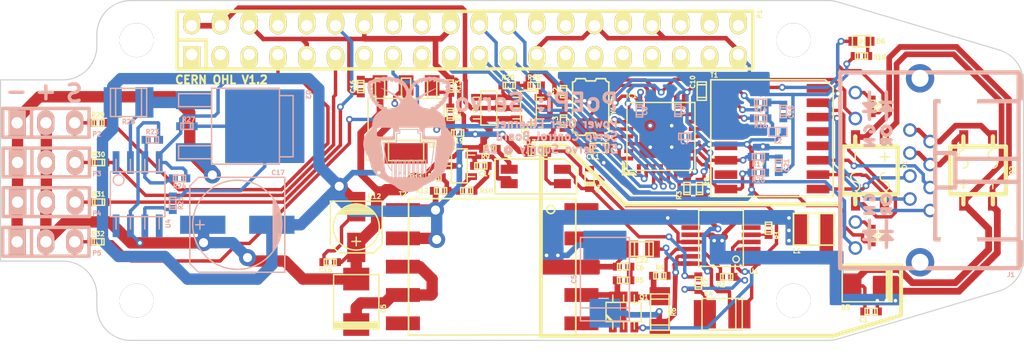
<source format=kicad_pcb>
(kicad_pcb (version 4) (host pcbnew 4.0.1-4.201602120846+6195~38~ubuntu14.04.1-stable)
  (title_block (title "Raspberry Pi Hat Template") (date 2015-12-24) (rev 0.1) (company OpenFet) (comment 1 "Author: Julien") (comment 2 "License: CERN OHL V1.2"))
  (layers (0 F.Cu signal) (31 B.Cu signal) (34 B.Paste user) (35 F.Paste user) (36 B.SilkS user) (37 F.SilkS user) (38 B.Mask user) (39 F.Mask user) (44 Edge.Cuts user))
  (net 0 "")
  (net 1 GND)
  (net 2 "Net-(C1-Pad1)")
  (net 3 "Net-(C1-Pad2)")
  (net 4 "Net-(C2-Pad2)")
  (net 5 "Net-(C3-Pad2)")
  (net 6 GNDPWR)
  (net 7 /PVCC)
  (net 8 "Net-(C5-Pad1)")
  (net 9 "Net-(C6-Pad2)")
  (net 10 +3V3)
  (net 11 "Net-(C11-Pad2)")
  (net 12 +5V)
  (net 13 "Net-(C14-Pad1)")
  (net 14 "Net-(C14-Pad2)")
  (net 15 /DATA_PAIR_2)
  (net 16 /DATA_PAIR_1)
  (net 17 /SPARE_PAIR_2)
  (net 18 /SPARE_PAIR_1)
  (net 19 /RUN)
  (net 20 "Net-(D4-Pad1)")
  (net 21 "Net-(D5-Pad2)")
  (net 22 "Net-(D6-Pad2)")
  (net 23 /ENC_SO)
  (net 24 /ENC_SI)
  (net 25 /ENC_SCK)
  (net 26 /ENC_CS)
  (net 27 /TPIN-)
  (net 28 /TPIN+)
  (net 29 "Net-(IC1-Pad10)")
  (net 30 /TPOUT-)
  (net 31 /TPOUT+)
  (net 32 /ENC_WOL)
  (net 33 /LEDB_CATH)
  (net 34 /LEDA_CATH)
  (net 35 "Net-(IC1-Pad27)")
  (net 36 /ENC_INT)
  (net 37 "Net-(IC1-Pad6)")
  (net 38 "Net-(J1-Pad3)")
  (net 39 "Net-(P1-Pad1)")
  (net 40 /sheet56B34F8B/5V_MCU)
  (net 41 "Net-(P1-Pad8)")
  (net 42 "Net-(P1-Pad10)")
  (net 43 "Net-(P1-Pad13)")
  (net 44 "Net-(P1-Pad16)")
  (net 45 "Net-(P1-Pad17)")
  (net 46 "Net-(P1-Pad18)")
  (net 47 "Net-(P1-Pad26)")
  (net 48 "Net-(P1-Pad29)")
  (net 49 "Net-(P1-Pad31)")
  (net 50 "Net-(P1-Pad32)")
  (net 51 "Net-(P1-Pad33)")
  (net 52 "Net-(P1-Pad35)")
  (net 53 "Net-(P1-Pad36)")
  (net 54 "Net-(P1-Pad37)")
  (net 55 "Net-(P1-Pad40)")
  (net 56 "Net-(Q1-Pad1)")
  (net 57 "Net-(Q1-Pad3)")
  (net 58 "Net-(Q1-Pad4)")
  (net 59 "Net-(Q2-Pad1)")
  (net 60 "Net-(R1-Pad1)")
  (net 61 "Net-(R4-Pad2)")
  (net 62 "Net-(R9-Pad2)")
  (net 63 "Net-(R10-Pad1)")
  (net 64 "Net-(R13-Pad1)")
  (net 65 "Net-(R19-Pad1)")
  (net 66 "Net-(T1-Pad7)")
  (net 67 "Net-(U1-Pad11)")
  (net 68 "Net-(J1-Pad12)")
  (net 69 "Net-(J1-Pad10)")
  (net 70 "Net-(J1-Pad1)")
  (net 71 "Net-(J1-Pad2)")
  (net 72 "Net-(J1-Pad4)")
  (net 73 "Net-(P1-Pad3)")
  (net 74 "Net-(P1-Pad5)")
  (net 75 "Net-(P1-Pad27)")
  (net 76 "Net-(P1-Pad28)")
  (net 77 "Net-(C18-Pad2)")
  (net 78 "Net-(C21-Pad1)")
  (net 79 "Net-(C22-Pad1)")
  (net 80 /SERVO_4)
  (net 81 /SERVO_3)
  (net 82 /SERVO_1)
  (net 83 /SERVO_2)
  (net 84 /SERVO_RTRN)
  (net 85 "Net-(P2-Pad3)")
  (net 86 "Net-(P3-Pad3)")
  (net 87 "Net-(P4-Pad3)")
  (net 88 "Net-(P5-Pad3)")
  (net 89 /SENSE)
  (net 90 "Net-(Q3-Pad2)")
  (net 91 "Net-(R23-Pad2)")
  (net 92 "Net-(R25-Pad2)")
  (module w_pin_strip:pin_socket_20x2 (layer F.Cu) (at 138.6 81.4)
    (fp_text reference P1 (at 26 -2.3 90) (layer F.SilkS) (effects (font (size 0.4 0.4) (thickness 0.125))))
    (fp_text value Raspberry_Pi_+_Conn hide)
    (pad 1 thru_hole rect (at -24.13 1.27) (size 1.524 1.99898) (drill 1.00076 (offset 0 0.24892)) (layers *.Cu *.Mask F.SilkS) (net 39 "Net-(P1-Pad1)"))
    (pad 2 thru_hole oval (at -24.13 -1.27) (size 1.524 1.99898) (drill 1.00076 (offset 0 -0.24892)) (layers *.Cu *.Mask F.SilkS) (net 40 /sheet56B34F8B/5V_MCU))
    (pad 3 thru_hole oval (at -21.59 1.27) (size 1.524 1.99898) (drill 1.00076 (offset 0 0.24892)) (layers *.Cu *.Mask F.SilkS) (net 73 "Net-(P1-Pad3)"))
    (pad 4 thru_hole oval (at -21.59 -1.27) (size 1.524 1.99898) (drill 1.00076 (offset 0 -0.24892)) (layers *.Cu *.Mask F.SilkS) (net 40 /sheet56B34F8B/5V_MCU))
    (pad 5 thru_hole oval (at -19.05 1.27) (size 1.524 1.99898) (drill 1.00076 (offset 0 0.24892)) (layers *.Cu *.Mask F.SilkS) (net 74 "Net-(P1-Pad5)"))
    (pad 6 thru_hole oval (at -19.05 -1.27) (size 1.524 1.99898) (drill 1.00076 (offset 0 -0.24892)) (layers *.Cu *.Mask F.SilkS) (net 1 GND))
    (pad 7 thru_hole oval (at -16.51 1.27) (size 1.524 1.99898) (drill 1.00076 (offset 0 0.24892)) (layers *.Cu *.Mask F.SilkS) (net 82 /SERVO_1))
    (pad 8 thru_hole oval (at -16.51 -1.27) (size 1.524 1.99898) (drill 1.00076 (offset 0 -0.24892)) (layers *.Cu *.Mask F.SilkS) (net 41 "Net-(P1-Pad8)"))
    (pad 9 thru_hole oval (at -13.97 1.27) (size 1.524 1.99898) (drill 1.00076 (offset 0 0.24892)) (layers *.Cu *.Mask F.SilkS) (net 1 GND))
    (pad 10 thru_hole oval (at -13.97 -1.27) (size 1.524 1.99898) (drill 1.00076 (offset 0 -0.24892)) (layers *.Cu *.Mask F.SilkS) (net 42 "Net-(P1-Pad10)"))
    (pad 11 thru_hole oval (at -11.43 1.27) (size 1.524 1.99898) (drill 1.00076 (offset 0 0.24892)) (layers *.Cu *.Mask F.SilkS) (net 83 /SERVO_2))
    (pad 12 thru_hole oval (at -11.43 -1.27) (size 1.524 1.99898) (drill 1.00076 (offset 0 -0.24892)) (layers *.Cu *.Mask F.SilkS) (net 81 /SERVO_3))
    (pad 13 thru_hole oval (at -8.89 1.27) (size 1.524 1.99898) (drill 1.00076 (offset 0 0.24892)) (layers *.Cu *.Mask F.SilkS) (net 43 "Net-(P1-Pad13)"))
    (pad 14 thru_hole oval (at -8.89 -1.27) (size 1.524 1.99898) (drill 1.00076 (offset 0 -0.24892)) (layers *.Cu *.Mask F.SilkS) (net 1 GND))
    (pad 15 thru_hole oval (at -6.35 1.27) (size 1.524 1.99898) (drill 1.00076 (offset 0 0.24892)) (layers *.Cu *.Mask F.SilkS) (net 80 /SERVO_4))
    (pad 16 thru_hole oval (at -6.35 -1.27) (size 1.524 1.99898) (drill 1.00076 (offset 0 -0.24892)) (layers *.Cu *.Mask F.SilkS) (net 44 "Net-(P1-Pad16)"))
    (pad 17 thru_hole oval (at -3.81 1.27) (size 1.524 1.99898) (drill 1.00076 (offset 0 0.24892)) (layers *.Cu *.Mask F.SilkS) (net 45 "Net-(P1-Pad17)"))
    (pad 18 thru_hole oval (at -3.81 -1.27) (size 1.524 1.99898) (drill 1.00076 (offset 0 -0.24892)) (layers *.Cu *.Mask F.SilkS) (net 46 "Net-(P1-Pad18)"))
    (pad 19 thru_hole oval (at -1.27 1.27) (size 1.524 1.99898) (drill 1.00076 (offset 0 0.24892)) (layers *.Cu *.Mask F.SilkS) (net 24 /ENC_SI))
    (pad 20 thru_hole oval (at -1.27 -1.27) (size 1.524 1.99898) (drill 1.00076 (offset 0 -0.24892)) (layers *.Cu *.Mask F.SilkS) (net 1 GND))
    (pad 21 thru_hole oval (at 1.27 1.27) (size 1.524 1.99898) (drill 1.00076 (offset 0 0.24892)) (layers *.Cu *.Mask F.SilkS) (net 23 /ENC_SO))
    (pad 22 thru_hole oval (at 1.27 -1.27) (size 1.524 1.99898) (drill 1.00076 (offset 0 -0.24892)) (layers *.Cu *.Mask F.SilkS) (net 36 /ENC_INT))
    (pad 23 thru_hole oval (at 3.81 1.27) (size 1.524 1.99898) (drill 1.00076 (offset 0 0.24892)) (layers *.Cu *.Mask F.SilkS) (net 25 /ENC_SCK))
    (pad 24 thru_hole oval (at 3.81 -1.27) (size 1.524 1.99898) (drill 1.00076 (offset 0 -0.24892)) (layers *.Cu *.Mask F.SilkS) (net 26 /ENC_CS))
    (pad 25 thru_hole oval (at 6.35 1.27) (size 1.524 1.99898) (drill 1.00076 (offset 0 0.24892)) (layers *.Cu *.Mask F.SilkS) (net 1 GND))
    (pad 26 thru_hole oval (at 6.35 -1.27) (size 1.524 1.99898) (drill 1.00076 (offset 0 -0.24892)) (layers *.Cu *.Mask F.SilkS) (net 47 "Net-(P1-Pad26)"))
    (pad 27 thru_hole oval (at 8.89 1.27) (size 1.524 1.99898) (drill 1.00076 (offset 0 0.24892)) (layers *.Cu *.Mask F.SilkS) (net 75 "Net-(P1-Pad27)"))
    (pad 28 thru_hole oval (at 8.89 -1.27) (size 1.524 1.99898) (drill 1.00076 (offset 0 -0.24892)) (layers *.Cu *.Mask F.SilkS) (net 76 "Net-(P1-Pad28)"))
    (pad 29 thru_hole oval (at 11.43 1.27) (size 1.524 1.99898) (drill 1.00076 (offset 0 0.24892)) (layers *.Cu *.Mask F.SilkS) (net 48 "Net-(P1-Pad29)"))
    (pad 30 thru_hole oval (at 11.43 -1.27) (size 1.524 1.99898) (drill 1.00076 (offset 0 -0.24892)) (layers *.Cu *.Mask F.SilkS) (net 1 GND))
    (pad 31 thru_hole oval (at 13.97 1.27) (size 1.524 1.99898) (drill 1.00076 (offset 0 0.24892)) (layers *.Cu *.Mask F.SilkS) (net 49 "Net-(P1-Pad31)"))
    (pad 32 thru_hole oval (at 13.97 -1.27) (size 1.524 1.99898) (drill 1.00076 (offset 0 -0.24892)) (layers *.Cu *.Mask F.SilkS) (net 50 "Net-(P1-Pad32)"))
    (pad 33 thru_hole oval (at 16.51 1.27) (size 1.524 1.99898) (drill 1.00076 (offset 0 0.24892)) (layers *.Cu *.Mask F.SilkS) (net 51 "Net-(P1-Pad33)"))
    (pad 34 thru_hole oval (at 16.51 -1.27) (size 1.524 1.99898) (drill 1.00076 (offset 0 -0.24892)) (layers *.Cu *.Mask F.SilkS) (net 1 GND))
    (pad 35 thru_hole oval (at 19.05 1.27) (size 1.524 1.99898) (drill 1.00076 (offset 0 0.24892)) (layers *.Cu *.Mask F.SilkS) (net 52 "Net-(P1-Pad35)"))
    (pad 36 thru_hole oval (at 19.05 -1.27) (size 1.524 1.99898) (drill 1.00076 (offset 0 -0.24892)) (layers *.Cu *.Mask F.SilkS) (net 53 "Net-(P1-Pad36)"))
    (pad 37 thru_hole oval (at 21.59 1.27) (size 1.524 1.99898) (drill 1.00076 (offset 0 0.24892)) (layers *.Cu *.Mask F.SilkS) (net 54 "Net-(P1-Pad37)"))
    (pad 38 thru_hole oval (at 21.59 -1.27) (size 1.524 1.99898) (drill 1.00076 (offset 0 -0.24892)) (layers *.Cu *.Mask F.SilkS))
    (pad 39 thru_hole oval (at 24.13 1.27) (size 1.524 1.99898) (drill 1.00076 (offset 0 0.24892)) (layers *.Cu *.Mask F.SilkS) (net 1 GND))
    (pad 40 thru_hole oval (at 24.13 -1.27) (size 1.524 1.99898) (drill 1.00076 (offset 0 -0.24892)) (layers *.Cu *.Mask F.SilkS) (net 55 "Net-(P1-Pad40)"))
  )
  (module Mounting_Holes:MountingHole_3mm (layer F.Cu) (at 109.6 81.4)
    (fp_text reference MT3 hide)
    (fp_text value MountingHole_3mm hide)
    (pad 1 thru_hole circle (at 0 0) (size 3 3) (drill 3) (layers))
  )
  (module w_smd_cap:c_0402 (layer F.Cu) (at 174.45 105.35 180)
    (fp_text reference C1 (at 0.65 -0.75 180) (layer F.SilkS) (effects (font (size 0.4 0.4) (thickness 0.125))))
    (fp_text value 0.1uf hide)
    (pad 1 smd rect (at 0.54864 0 180) (size 0.8001 0.6985) (layers F.Cu F.Paste F.Mask) (net 2 "Net-(C1-Pad1)"))
    (pad 2 smd rect (at -0.54864 0 180) (size 0.8001 0.6985) (layers F.Cu F.Paste F.Mask) (net 3 "Net-(C1-Pad2)"))
  )
  (module w_smd_cap:c_0402 (layer F.Cu) (at 147.3 85.95136 270)
    (fp_text reference C2 (at 0 0.7 270) (layer F.SilkS) (effects (font (size 0.4 0.4) (thickness 0.125))))
    (fp_text value 16pf hide)
    (pad 1 smd rect (at 0.54864 0 270) (size 0.8001 0.6985) (layers F.Cu F.Paste F.Mask) (net 1 GND))
    (pad 2 smd rect (at -0.54864 0 270) (size 0.8001 0.6985) (layers F.Cu F.Paste F.Mask) (net 4 "Net-(C2-Pad2)"))
  )
  (module w_smd_cap:c_0402 (layer F.Cu) (at 147.3 88.55136 90)
    (fp_text reference C3 (at 0.05136 -0.7 90) (layer F.SilkS) (effects (font (size 0.4 0.4) (thickness 0.125))))
    (fp_text value 16pf hide)
    (pad 1 smd rect (at 0.54864 0 90) (size 0.8001 0.6985) (layers F.Cu F.Paste F.Mask) (net 1 GND))
    (pad 2 smd rect (at -0.54864 0 90) (size 0.8001 0.6985) (layers F.Cu F.Paste F.Mask) (net 5 "Net-(C3-Pad2)"))
  )
  (module w_smd_cap:c_tant_B (layer F.Cu) (at 161.3 105.6)
    (fp_text reference C4 (at -1.2 -1.8) (layer F.SilkS) (effects (font (size 0.4 0.4) (thickness 0.125))))
    (fp_text value 220uf hide)
    (pad 2 smd rect (at 1.524 0) (size 1.95072 2.49936) (layers F.Cu F.Paste F.Mask) (net 6 GNDPWR))
    (pad 1 smd rect (at -1.524 0) (size 1.95072 2.49936) (layers F.Cu F.Paste F.Mask) (net 7 /PVCC))
  )
  (module w_smd_cap:c_0402 (layer F.Cu) (at 152.6 101.4 180)
    (fp_text reference C6 (at -1.4 -0.1 180) (layer F.SilkS) (effects (font (size 0.4 0.4) (thickness 0.125))))
    (fp_text value C hide)
    (pad 1 smd rect (at 0.54864 0 180) (size 0.8001 0.6985) (layers F.Cu F.Paste F.Mask) (net 79 "Net-(C22-Pad1)"))
    (pad 2 smd rect (at -0.54864 0 180) (size 0.8001 0.6985) (layers F.Cu F.Paste F.Mask) (net 9 "Net-(C6-Pad2)"))
  )
  (module w_smd_cap:c_0402 (layer B.Cu) (at 158 89.9)
    (fp_text reference C7 (at 0 0.4826) (layer B.SilkS) (effects (font (size 0.4 0.4) (thickness 0.125))))
    (fp_text value 0.1uf hide)
    (pad 1 smd rect (at 0.54864 0) (size 0.8001 0.6985) (layers B.Cu B.Paste B.Mask) (net 10 +3V3))
    (pad 2 smd rect (at -0.54864 0) (size 0.8001 0.6985) (layers B.Cu B.Paste B.Mask) (net 1 GND))
  )
  (module w_smd_cap:c_0402 (layer B.Cu) (at 154 87.65 90)
    (fp_text reference C8 (at 0 0.4826 90) (layer B.SilkS) (effects (font (size 0.4 0.4) (thickness 0.125))))
    (fp_text value 0.1uf hide)
    (pad 1 smd rect (at 0.54864 0 90) (size 0.8001 0.6985) (layers B.Cu B.Paste B.Mask) (net 10 +3V3))
    (pad 2 smd rect (at -0.54864 0 90) (size 0.8001 0.6985) (layers B.Cu B.Paste B.Mask) (net 1 GND))
  )
  (module w_smd_cap:c_0402 (layer B.Cu) (at 157.4 87.6 90)
    (fp_text reference C9 (at 0 0.4826 90) (layer B.SilkS) (effects (font (size 0.4 0.4) (thickness 0.125))))
    (fp_text value 0.1uf hide)
    (pad 1 smd rect (at 0.54864 0 90) (size 0.8001 0.6985) (layers B.Cu B.Paste B.Mask) (net 10 +3V3))
    (pad 2 smd rect (at -0.54864 0 90) (size 0.8001 0.6985) (layers B.Cu B.Paste B.Mask) (net 1 GND))
  )
  (module w_smd_cap:c_0603 (layer F.Cu) (at 159.5 85.9 90)
    (fp_text reference C10 (at 0.8 -0.8 90) (layer F.SilkS) (effects (font (size 0.4 0.4) (thickness 0.125))))
    (fp_text value 0.1uf hide)
    (pad 1 smd rect (at 0.75184 0 90) (size 0.89916 1.00076) (layers F.Cu F.Paste F.Mask) (net 10 +3V3))
    (pad 2 smd rect (at -0.75184 0 90) (size 0.89916 1.00076) (layers F.Cu F.Paste F.Mask) (net 1 GND))
  )
  (module w_smd_cap:c_elec_4x4.5 (layer F.Cu) (at 129 97.9 270)
    (fp_text reference C12 (at -2.7 -1.6 360) (layer F.SilkS) (effects (font (size 0.4 0.4) (thickness 0.125))))
    (fp_text value CP hide)
    (pad 1 smd rect (at 1.80086 0 270) (size 2.60096 1.6002) (layers F.Cu F.Paste F.Mask) (net 12 +5V))
    (pad 2 smd rect (at -1.80086 0 270) (size 2.60096 1.6002) (layers F.Cu F.Paste F.Mask) (net 1 GND))
  )
  (module w_smd_cap:c_0603 (layer F.Cu) (at 145 91.2 180)
    (fp_text reference C13 (at 0.7 0.8 180) (layer F.SilkS) (effects (font (size 0.4 0.4) (thickness 0.125))))
    (fp_text value 2nf hide)
    (pad 1 smd rect (at 0.75184 0 180) (size 0.89916 1.00076) (layers F.Cu F.Paste F.Mask) (net 1 GND))
    (pad 2 smd rect (at -0.75184 0 180) (size 0.89916 1.00076) (layers F.Cu F.Paste F.Mask) (net 6 GNDPWR))
  )
  (module w_smd_cap:c_0402 (layer F.Cu) (at 140 92.5 180)
    (fp_text reference C14 (at -0.4 -0.7 180) (layer F.SilkS) (effects (font (size 0.4 0.4) (thickness 0.125))))
    (fp_text value 6.8nf hide)
    (pad 1 smd rect (at 0.54864 0 180) (size 0.8001 0.6985) (layers F.Cu F.Paste F.Mask) (net 13 "Net-(C14-Pad1)"))
    (pad 2 smd rect (at -0.54864 0 180) (size 0.8001 0.6985) (layers F.Cu F.Paste F.Mask) (net 14 "Net-(C14-Pad2)"))
  )
  (module w_smd_cap:c_0402 (layer F.Cu) (at 126.7 101)
    (fp_text reference C15 (at -0.4 0.7) (layer F.SilkS) (effects (font (size 0.4 0.4) (thickness 0.125))))
    (fp_text value 0.1uf hide)
    (pad 1 smd rect (at 0.54864 0) (size 0.8001 0.6985) (layers F.Cu F.Paste F.Mask) (net 12 +5V))
    (pad 2 smd rect (at -0.54864 0) (size 0.8001 0.6985) (layers F.Cu F.Paste F.Mask) (net 1 GND))
  )
  (module w_smd_cap:c_0402 (layer F.Cu) (at 129.4 85.5 90)
    (fp_text reference C16 (at 0 -0.7 90) (layer F.SilkS) (effects (font (size 0.4 0.4) (thickness 0.125))))
    (fp_text value 0.1uf hide)
    (pad 1 smd rect (at 0.54864 0 90) (size 0.8001 0.6985) (layers F.Cu F.Paste F.Mask) (net 12 +5V))
    (pad 2 smd rect (at -0.54864 0 90) (size 0.8001 0.6985) (layers F.Cu F.Paste F.Mask) (net 1 GND))
  )
  (module w_smd_cap:c_0402 (layer F.Cu) (at 137.95136 89.6 180)
    (fp_text reference C19 (at 0.05136 -0.7 180) (layer F.SilkS) (effects (font (size 0.4 0.4) (thickness 0.125))))
    (fp_text value 0.1uf hide)
    (pad 1 smd rect (at 0.54864 0 180) (size 0.8001 0.6985) (layers F.Cu F.Paste F.Mask) (net 10 +3V3))
    (pad 2 smd rect (at -0.54864 0 180) (size 0.8001 0.6985) (layers F.Cu F.Paste F.Mask) (net 1 GND))
  )
  (module w_smd_cap:c_0402 (layer F.Cu) (at 130.8 91.55136 90)
    (fp_text reference C20 (at 0.05136 -0.7 90) (layer F.SilkS) (effects (font (size 0.4 0.4) (thickness 0.125))))
    (fp_text value 1uf hide)
    (pad 1 smd rect (at 0.54864 0 90) (size 0.8001 0.6985) (layers F.Cu F.Paste F.Mask) (net 10 +3V3))
    (pad 2 smd rect (at -0.54864 0 90) (size 0.8001 0.6985) (layers F.Cu F.Paste F.Mask) (net 1 GND))
  )
  (module w_smd_diode:MBS (layer F.Cu) (at 174.35 92.9 90)
    (fp_text reference D1 (at 0.5 3.05 90) (layer F.SilkS) (effects (font (size 0.4 0.4) (thickness 0.125))))
    (fp_text value BRIDGE hide)
    (pad 2 smd rect (at -2.94894 -1.27 90) (size 1.19888 0.8001) (layers F.Cu F.Paste F.Mask) (net 15 /DATA_PAIR_2))
    (pad 3 smd rect (at -2.9464 1.27 90) (size 1.19888 0.8001) (layers F.Cu F.Paste F.Mask) (net 16 /DATA_PAIR_1))
    (pad 1 smd rect (at 2.94894 1.27 90) (size 1.19888 0.8001) (layers F.Cu F.Paste F.Mask) (net 2 "Net-(C1-Pad1)"))
    (pad 4 smd rect (at 2.9464 -1.27 90) (size 1.19888 0.8001) (layers F.Cu F.Paste F.Mask) (net 3 "Net-(C1-Pad2)"))
  )
  (module w_smd_diode:MBS (layer F.Cu) (at 183.9 92.9 270)
    (fp_text reference D2 (at 0 -3 270) (layer F.SilkS) (effects (font (size 0.4 0.4) (thickness 0.125))))
    (fp_text value BRIDGE hide)
    (pad 2 smd rect (at -2.94894 -1.27 270) (size 1.19888 0.8001) (layers F.Cu F.Paste F.Mask) (net 17 /SPARE_PAIR_2))
    (pad 3 smd rect (at -2.9464 1.27 270) (size 1.19888 0.8001) (layers F.Cu F.Paste F.Mask) (net 18 /SPARE_PAIR_1))
    (pad 1 smd rect (at 2.94894 1.27 270) (size 1.19888 0.8001) (layers F.Cu F.Paste F.Mask) (net 2 "Net-(C1-Pad1)"))
    (pad 4 smd rect (at 2.9464 -1.27 270) (size 1.19888 0.8001) (layers F.Cu F.Paste F.Mask) (net 3 "Net-(C1-Pad2)"))
  )
  (module w_smd_diode:do214ac (layer F.Cu) (at 174.1 103.1)
    (fp_text reference D3 (at -1.9 1.9) (layer F.SilkS) (effects (font (size 0.4 0.4) (thickness 0.125))))
    (fp_text value ZENER hide)
    (pad 2 smd rect (at 1.72974 0) (size 2.10058 1.69926) (layers F.Cu F.Paste F.Mask) (net 3 "Net-(C1-Pad2)"))
    (pad 1 smd rect (at -1.72974 0) (size 2.10058 1.69926) (layers F.Cu F.Paste F.Mask) (net 2 "Net-(C1-Pad1)"))
  )
  (module w_smd_diode:sod523 (layer F.Cu) (at 149.6 93.6509 270)
    (fp_text reference D4 (at 0.8491 -0.8 270) (layer F.SilkS) (effects (font (size 0.4 0.4) (thickness 0.125))))
    (fp_text value BAS516 hide)
    (pad 2 smd rect (at 0.8509 0 270) (size 0.59944 0.8001) (layers F.Cu F.Paste F.Mask) (net 19 /RUN))
    (pad 1 smd rect (at -0.8509 0 270) (size 0.59944 0.8001) (layers F.Cu F.Paste F.Mask) (net 20 "Net-(D4-Pad1)"))
  )
  (module w_smd_leds:Led_0603 (layer F.Cu) (at 173.6 81.5)
    (fp_text reference D6 (at 1.7 0) (layer F.SilkS) (effects (font (size 0.4 0.4) (thickness 0.125))))
    (fp_text value LED hide)
    (pad 1 smd rect (at -0.7493 0) (size 0.79756 0.79756) (layers F.Cu F.Paste F.Mask) (net 10 +3V3))
    (pad 2 smd rect (at 0.7493 0) (size 0.79756 0.79756) (layers F.Cu F.Paste F.Mask) (net 22 "Net-(D6-Pad2)"))
  )
  (module w_smd_qfn:qfn-28 (layer F.Cu) (at 155.9 89.9)
    (fp_text reference IC1 (at -2.6 -3.6) (layer F.SilkS) (effects (font (size 0.4 0.4) (thickness 0.125))))
    (fp_text value ENC28J60-I/ML hide)
    (pad 2 smd rect (at -1.30048 2.84988) (size 0.35052 0.8001) (layers F.Cu F.Paste F.Mask) (net 23 /ENC_SO))
    (pad 3 smd rect (at -0.65024 2.84988) (size 0.35052 0.8001) (layers F.Cu F.Paste F.Mask) (net 24 /ENC_SI))
    (pad 4 smd rect (at 0 2.84988) (size 0.35052 0.8001) (layers F.Cu F.Paste F.Mask) (net 25 /ENC_SCK))
    (pad 5 smd rect (at 0.65024 2.84988) (size 0.35052 0.8001) (layers F.Cu F.Paste F.Mask) (net 26 /ENC_CS))
    (pad 8 smd rect (at 2.85242 1.95072) (size 0.8001 0.35052) (layers F.Cu F.Paste F.Mask) (net 27 /TPIN-))
    (pad 9 smd rect (at 2.85242 1.30048) (size 0.8001 0.35052) (layers F.Cu F.Paste F.Mask) (net 28 /TPIN+))
    (pad 10 smd rect (at 2.85242 0.65024) (size 0.8001 0.35052) (layers F.Cu F.Paste F.Mask) (net 29 "Net-(IC1-Pad10)"))
    (pad 11 smd rect (at 2.85242 0) (size 0.8001 0.35052) (layers F.Cu F.Paste F.Mask) (net 10 +3V3))
    (pad 12 smd rect (at 2.85242 -0.65024) (size 0.8001 0.35052) (layers F.Cu F.Paste F.Mask) (net 30 /TPOUT-))
    (pad 13 smd rect (at 2.85242 -1.30048) (size 0.8001 0.35052) (layers F.Cu F.Paste F.Mask) (net 31 /TPOUT+))
    (pad 14 smd rect (at 2.85242 -1.95072) (size 0.8001 0.35052) (layers F.Cu F.Paste F.Mask) (net 1 GND))
    (pad 1 smd rect (at -1.95072 2.84988) (size 0.35052 0.8001) (layers F.Cu F.Paste F.Mask) (net 32 /ENC_WOL))
    (pad 29 smd rect (at 0.94996 0.94996) (size 1.89992 1.89992) (layers F.Cu F.Paste F.Mask))
    (pad 29 smd rect (at -0.94996 0.94996) (size 1.89992 1.89992) (layers F.Cu F.Paste F.Mask))
    (pad 29 smd rect (at -0.94996 -0.94996) (size 1.89992 1.89992) (layers F.Cu F.Paste F.Mask))
    (pad 29 smd rect (at 0.94996 -0.94996) (size 1.89992 1.89992) (layers F.Cu F.Paste F.Mask))
    (pad 15 smd rect (at 2.00152 -2.85242) (size 0.35052 0.8001) (layers F.Cu F.Paste F.Mask) (net 10 +3V3))
    (pad 16 smd rect (at 1.35128 -2.85242) (size 0.35052 0.8001) (layers F.Cu F.Paste F.Mask) (net 10 +3V3))
    (pad 17 smd rect (at 0.70104 -2.85242) (size 0.35052 0.8001) (layers F.Cu F.Paste F.Mask) (net 1 GND))
    (pad 18 smd rect (at 0 -2.85242) (size 0.35052 0.8001) (layers F.Cu F.Paste F.Mask) (net 1 GND))
    (pad 19 smd rect (at -0.59944 -2.85242) (size 0.35052 0.8001) (layers F.Cu F.Paste F.Mask) (net 4 "Net-(C2-Pad2)"))
    (pad 20 smd rect (at -1.24968 -2.85242) (size 0.35052 0.8001) (layers F.Cu F.Paste F.Mask) (net 5 "Net-(C3-Pad2)"))
    (pad 21 smd rect (at -1.89992 -2.85242) (size 0.35052 0.8001) (layers F.Cu F.Paste F.Mask) (net 10 +3V3))
    (pad 22 smd rect (at -2.84988 -1.95072) (size 0.8001 0.35052) (layers F.Cu F.Paste F.Mask) (net 33 /LEDB_CATH))
    (pad 23 smd rect (at -2.84988 -1.30048) (size 0.8001 0.35052) (layers F.Cu F.Paste F.Mask) (net 34 /LEDA_CATH))
    (pad 24 smd rect (at -2.84988 -0.65024) (size 0.8001 0.35052) (layers F.Cu F.Paste F.Mask) (net 10 +3V3))
    (pad 25 smd rect (at -2.84988 0) (size 0.8001 0.35052) (layers F.Cu F.Paste F.Mask) (net 11 "Net-(C11-Pad2)"))
    (pad 26 smd rect (at -2.84988 0.65024) (size 0.8001 0.35052) (layers F.Cu F.Paste F.Mask) (net 1 GND))
    (pad 27 smd rect (at -2.84988 1.30048) (size 0.8001 0.35052) (layers F.Cu F.Paste F.Mask) (net 35 "Net-(IC1-Pad27)"))
    (pad 28 smd rect (at -2.84988 1.95072) (size 0.8001 0.35052) (layers F.Cu F.Paste F.Mask) (net 36 /ENC_INT))
    (pad 6 smd rect (at 1.30048 2.84988) (size 0.35052 0.8001) (layers F.Cu F.Paste F.Mask) (net 37 "Net-(IC1-Pad6)"))
    (pad 7 smd rect (at 1.95072 2.84988) (size 0.35052 0.8001) (layers F.Cu F.Paste F.Mask) (net 1 GND))
  )
  (module w_conn_pc:rj45-tyco-2-406549-7 (layer B.Cu) (at 179.60412 92.88984 270)
    (fp_text reference J1 (at 9.21016 -7.19588 360) (layer B.SilkS) (effects (font (size 0.4 0.4) (thickness 0.125))))
    (fp_text value RJ45-LED hide)
    (pad 3 thru_hole circle (at 1.52146 -0.05588 270) (size 1.19888 1.19888) (drill 0.8001) (layers *.Cu *.Mask) (net 38 "Net-(J1-Pad3)"))
    (pad 1 thru_hole circle (at 3.55092 -0.05588 270) (size 1.19888 1.19888) (drill 0.8001) (layers *.Cu *.Mask) (net 70 "Net-(J1-Pad1)"))
    (pad 2 thru_hole circle (at 2.53746 1.72466 270) (size 1.19888 1.19888) (drill 0.8001) (layers *.Cu *.Mask) (net 71 "Net-(J1-Pad2)"))
    (pad 4 thru_hole circle (at 0.508 1.72466 270) (size 1.19888 1.19888) (drill 0.8001) (layers *.Cu *.Mask) (net 72 "Net-(J1-Pad4)"))
    (pad 5 thru_hole circle (at -0.508 -0.05588 270) (size 1.19888 1.19888) (drill 0.8001) (layers *.Cu *.Mask) (net 18 /SPARE_PAIR_1))
    (pad 6 thru_hole circle (at -1.52146 1.72466 270) (size 1.19888 1.19888) (drill 0.8001) (layers *.Cu *.Mask) (net 18 /SPARE_PAIR_1))
    (pad 7 thru_hole circle (at -2.53746 -0.05588 270) (size 1.19888 1.19888) (drill 0.8001) (layers *.Cu *.Mask) (net 17 /SPARE_PAIR_2))
    (pad 8 thru_hole circle (at -3.55092 1.72466 270) (size 1.19888 1.19888) (drill 0.8001) (layers *.Cu *.Mask) (net 17 /SPARE_PAIR_2))
    (pad "" thru_hole circle (at -8.12038 0.83312 270) (size 2.49936 2.49936) (drill 1.50114) (layers *.Cu *.Mask))
    (pad "" thru_hole circle (at 8.12038 0.83312 270) (size 2.49936 2.49936) (drill 1.50114) (layers *.Cu *.Mask))
    (pad "" np_thru_hole circle (at -6.33984 -2.59588 270) (size 3.2512 3.2512) (drill 3.2512) (layers *.Cu))
    (pad "" np_thru_hole circle (at 6.33984 -2.59588 270) (size 3.2512 3.2512) (drill 3.2512) (layers *.Cu))
    (pad 12 thru_hole circle (at -6.86054 6.54304 270) (size 1.19888 1.19888) (drill 0.8001) (layers *.Cu *.Mask) (net 68 "Net-(J1-Pad12)"))
    (pad 11 thru_hole circle (at -4.56946 6.54304 270) (size 1.19888 1.19888) (drill 0.8001) (layers *.Cu *.Mask) (net 33 /LEDB_CATH))
    (pad 10 thru_hole circle (at 4.56946 6.54304 270) (size 1.19888 1.19888) (drill 0.8001) (layers *.Cu *.Mask) (net 69 "Net-(J1-Pad10)"))
    (pad 9 thru_hole circle (at 6.86054 6.54304 270) (size 1.19888 1.19888) (drill 0.8001) (layers *.Cu *.Mask) (net 34 /LEDA_CATH))
  )
  (module w_smd_inductors:inductor_smd_1008 (layer F.Cu) (at 169.4 98.1 180)
    (fp_text reference L1 (at 1.5 -1.9 180) (layer F.SilkS) (effects (font (size 0.4 0.4) (thickness 0.125))))
    (fp_text value 2.2uH hide)
    (pad 1 smd rect (at -1.143 0 180) (size 1.016 2.54) (layers F.Cu F.Paste F.Mask) (net 2 "Net-(C1-Pad1)"))
    (pad 2 smd rect (at 1.143 0 180) (size 1.016 2.54) (layers F.Cu F.Paste F.Mask) (net 79 "Net-(C22-Pad1)"))
  )
  (module w_smd_trans:sot23 (layer F.Cu) (at 140.7 87.4 270)
    (fp_text reference Q2 (at 0.0254 1.2 270) (layer F.SilkS) (effects (font (size 0.4 0.4) (thickness 0.125))))
    (fp_text value BSS138 hide)
    (pad 1 smd rect (at -0.9525 1.05664 270) (size 0.59944 1.00076) (layers F.Cu F.Paste F.Mask) (net 59 "Net-(Q2-Pad1)"))
    (pad 2 smd rect (at 0 -1.05664 270) (size 0.59944 1.00076) (layers F.Cu F.Paste F.Mask) (net 40 /sheet56B34F8B/5V_MCU))
    (pad 3 smd rect (at 0.9525 1.05664 270) (size 0.59944 1.00076) (layers F.Cu F.Paste F.Mask) (net 12 +5V))
  )
  (module w_smd_resistors:r_0402 (layer F.Cu) (at 165.4 98 270)
    (fp_text reference R1 (at 0.6 -0.8 270) (layer F.SilkS) (effects (font (size 0.4 0.4) (thickness 0.125))))
    (fp_text value DNP hide)
    (pad 1 smd rect (at 0.54864 0 270) (size 0.8001 0.6985) (layers F.Cu F.Paste F.Mask) (net 60 "Net-(R1-Pad1)"))
    (pad 2 smd rect (at -0.54864 0 270) (size 0.8001 0.6985) (layers F.Cu F.Paste F.Mask) (net 3 "Net-(C1-Pad2)"))
  )
  (module w_smd_resistors:r_0402 (layer F.Cu) (at 161.7 102.3 180)
    (fp_text reference R2 (at 0.5 -0.7 180) (layer F.SilkS) (effects (font (size 0.4 0.4) (thickness 0.125))))
    (fp_text value 10k hide)
    (pad 1 smd rect (at 0.54864 0 180) (size 0.8001 0.6985) (layers F.Cu F.Paste F.Mask) (net 79 "Net-(C22-Pad1)"))
    (pad 2 smd rect (at -0.54864 0 180) (size 0.8001 0.6985) (layers F.Cu F.Paste F.Mask) (net 7 /PVCC))
  )
  (module w_smd_resistors:r_0402 (layer F.Cu) (at 158.2 94.5 270)
    (fp_text reference R3 (at 0.6 0.7 270) (layer F.SilkS) (effects (font (size 0.4 0.4) (thickness 0.125))))
    (fp_text value 1k hide)
    (pad 1 smd rect (at 0.54864 0 270) (size 0.8001 0.6985) (layers F.Cu F.Paste F.Mask) (net 37 "Net-(IC1-Pad6)"))
    (pad 2 smd rect (at -0.54864 0 270) (size 0.8001 0.6985) (layers F.Cu F.Paste F.Mask) (net 10 +3V3))
  )
  (module w_smd_resistors:r_0402 (layer F.Cu) (at 155.8 102.2 180)
    (fp_text reference R4 (at 0 0.7 180) (layer F.SilkS) (effects (font (size 0.4 0.4) (thickness 0.125))))
    (fp_text value 10k hide)
    (pad 1 smd rect (at 0.54864 0 180) (size 0.8001 0.6985) (layers F.Cu F.Paste F.Mask) (net 58 "Net-(Q1-Pad4)"))
    (pad 2 smd rect (at -0.54864 0 180) (size 0.8001 0.6985) (layers F.Cu F.Paste F.Mask) (net 61 "Net-(R4-Pad2)"))
  )
  (module w_smd_resistors:r_0402 (layer F.Cu) (at 152.6 102.6 180)
    (fp_text reference R5 (at -1.4 0 180) (layer F.SilkS) (effects (font (size 0.4 0.4) (thickness 0.125))))
    (fp_text value R hide)
    (pad 1 smd rect (at 0.54864 0 180) (size 0.8001 0.6985) (layers F.Cu F.Paste F.Mask) (net 56 "Net-(Q1-Pad1)"))
    (pad 2 smd rect (at -0.54864 0 180) (size 0.8001 0.6985) (layers F.Cu F.Paste F.Mask) (net 9 "Net-(C6-Pad2)"))
  )
  (module w_smd_resistors:r_1206 (layer F.Cu) (at 155.8 105.403 90)
    (fp_text reference R6 (at 0.003 1.2 90) (layer F.SilkS) (effects (font (size 0.4 0.4) (thickness 0.125))))
    (fp_text value 0.05 hide)
    (pad 1 smd rect (at 1.397 0 90) (size 1.6002 1.8034) (layers F.Cu F.Paste F.Mask) (net 58 "Net-(Q1-Pad4)"))
    (pad 2 smd rect (at -1.397 0 90) (size 1.6002 1.8034) (layers F.Cu F.Paste F.Mask) (net 6 GNDPWR))
  )
  (module w_smd_resistors:r_0402 (layer F.Cu) (at 159.2 102.85136 270)
    (fp_text reference R7 (at 0 -0.7 270) (layer F.SilkS) (effects (font (size 0.4 0.4) (thickness 0.125))))
    (fp_text value 6.8k hide)
    (pad 1 smd rect (at 0.54864 0 270) (size 0.8001 0.6985) (layers F.Cu F.Paste F.Mask) (net 7 /PVCC))
    (pad 2 smd rect (at -0.54864 0 270) (size 0.8001 0.6985) (layers F.Cu F.Paste F.Mask) (net 19 /RUN))
  )
  (module w_smd_resistors:r_0402 (layer F.Cu) (at 159.3 94.5 270)
    (fp_text reference R8 (at -0.61 -0.65 270) (layer F.SilkS) (effects (font (size 0.4 0.4) (thickness 0.125))))
    (fp_text value 2.32k hide)
    (pad 1 smd rect (at 0.54864 0 270) (size 0.8001 0.6985) (layers F.Cu F.Paste F.Mask) (net 1 GND))
    (pad 2 smd rect (at -0.54864 0 270) (size 0.8001 0.6985) (layers F.Cu F.Paste F.Mask) (net 29 "Net-(IC1-Pad10)"))
  )
  (module w_smd_resistors:r_0402 (layer F.Cu) (at 140.8 91 180)
    (fp_text reference R9 (at 0.4 -0.7 180) (layer F.SilkS) (effects (font (size 0.4 0.4) (thickness 0.125))))
    (fp_text value 1k hide)
    (pad 1 smd rect (at 0.54864 0 180) (size 0.8001 0.6985) (layers F.Cu F.Paste F.Mask) (net 12 +5V))
    (pad 2 smd rect (at -0.54864 0 180) (size 0.8001 0.6985) (layers F.Cu F.Paste F.Mask) (net 62 "Net-(R9-Pad2)"))
  )
  (module w_smd_resistors:r_0402 (layer F.Cu) (at 138.74864 94.7 180)
    (fp_text reference R10 (at -1.75136 0 180) (layer F.SilkS) (effects (font (size 0.4 0.4) (thickness 0.125))))
    (fp_text value 10k hide)
    (pad 1 smd rect (at 0.54864 0 180) (size 0.8001 0.6985) (layers F.Cu F.Paste F.Mask) (net 63 "Net-(R10-Pad1)"))
    (pad 2 smd rect (at -0.54864 0 180) (size 0.8001 0.6985) (layers F.Cu F.Paste F.Mask) (net 14 "Net-(C14-Pad2)"))
  )
  (module w_smd_resistors:r_0402 (layer F.Cu) (at 135.95136 93.5 180)
    (fp_text reference R11 (at 1.65136 0 180) (layer F.SilkS) (effects (font (size 0.4 0.4) (thickness 0.125))))
    (fp_text value 10k hide)
    (pad 1 smd rect (at 0.54864 0 180) (size 0.8001 0.6985) (layers F.Cu F.Paste F.Mask) (net 12 +5V))
    (pad 2 smd rect (at -0.54864 0 180) (size 0.8001 0.6985) (layers F.Cu F.Paste F.Mask) (net 63 "Net-(R10-Pad1)"))
  )
  (module w_smd_resistors:r_0402 (layer F.Cu) (at 136.44864 94.7)
    (fp_text reference R12 (at -1.64864 0) (layer F.SilkS) (effects (font (size 0.4 0.4) (thickness 0.125))))
    (fp_text value 3.3k hide)
    (pad 1 smd rect (at 0.54864 0) (size 0.8001 0.6985) (layers F.Cu F.Paste F.Mask) (net 63 "Net-(R10-Pad1)"))
    (pad 2 smd rect (at -0.54864 0) (size 0.8001 0.6985) (layers F.Cu F.Paste F.Mask) (net 1 GND))
  )
  (module w_smd_resistors:r_0402 (layer F.Cu) (at 137.3 85.45136 270)
    (fp_text reference R13 (at 0.04864 -0.7 270) (layer F.SilkS) (effects (font (size 0.4 0.4) (thickness 0.125))))
    (fp_text value 390 hide)
    (pad 1 smd rect (at 0.54864 0 270) (size 0.8001 0.6985) (layers F.Cu F.Paste F.Mask) (net 64 "Net-(R13-Pad1)"))
    (pad 2 smd rect (at -0.54864 0 270) (size 0.8001 0.6985) (layers F.Cu F.Paste F.Mask) (net 1 GND))
  )
  (module w_smd_resistors:r_0402 (layer F.Cu) (at 137.3 87.94864 270)
    (fp_text reference R15 (at 0.05136 -0.7 270) (layer F.SilkS) (effects (font (size 0.4 0.4) (thickness 0.125))))
    (fp_text value 240 hide)
    (pad 1 smd rect (at 0.54864 0 270) (size 0.8001 0.6985) (layers F.Cu F.Paste F.Mask) (net 10 +3V3))
    (pad 2 smd rect (at -0.54864 0 270) (size 0.8001 0.6985) (layers F.Cu F.Paste F.Mask) (net 64 "Net-(R13-Pad1)"))
  )
  (module w_smd_resistors:r_0402 (layer F.Cu) (at 173.6 82.8)
    (fp_text reference R18 (at 1.6 0.1) (layer F.SilkS) (effects (font (size 0.4 0.4) (thickness 0.125))))
    (fp_text value 360 hide)
    (pad 1 smd rect (at 0.54864 0) (size 0.8001 0.6985) (layers F.Cu F.Paste F.Mask) (net 22 "Net-(D6-Pad2)"))
    (pad 2 smd rect (at -0.54864 0) (size 0.8001 0.6985) (layers F.Cu F.Paste F.Mask) (net 1 GND))
  )
  (module w_smd_resistors:r_0402 (layer F.Cu) (at 144.7 85.4)
    (fp_text reference R19 (at 0 -0.7) (layer F.SilkS) (effects (font (size 0.4 0.4) (thickness 0.125))))
    (fp_text value 10k hide)
    (pad 1 smd rect (at 0.54864 0) (size 0.8001 0.6985) (layers F.Cu F.Paste F.Mask) (net 65 "Net-(R19-Pad1)"))
    (pad 2 smd rect (at -0.54864 0) (size 0.8001 0.6985) (layers F.Cu F.Paste F.Mask) (net 1 GND))
  )
  (module w_smd_resistors:r_0402 (layer F.Cu) (at 142.5 85.4 180)
    (fp_text reference R20 (at 0.1 0.7 180) (layer F.SilkS) (effects (font (size 0.4 0.4) (thickness 0.125))))
    (fp_text value 47k hide)
    (pad 1 smd rect (at 0.54864 0 180) (size 0.8001 0.6985) (layers F.Cu F.Paste F.Mask) (net 59 "Net-(Q2-Pad1)"))
    (pad 2 smd rect (at -0.54864 0 180) (size 0.8001 0.6985) (layers F.Cu F.Paste F.Mask) (net 1 GND))
  )
  (module project_foot:H2019 (layer F.Cu) (at 165.7 90.1 270)
    (fp_text reference T1 (at -5.6 5.1 360) (layer F.SilkS) (effects (font (size 0.4 0.4) (thickness 0.125))))
    (fp_text value PULSE_H1197 hide)
    (pad 16 smd rect (at -4.445 -4.0625 270) (size 0.76 2) (layers F.Cu F.Paste F.Mask) (net 70 "Net-(J1-Pad1)"))
    (pad 1 smd rect (at -4.445 4.0625 270) (size 0.76 2) (layers F.Cu F.Paste F.Mask) (net 31 /TPOUT+))
    (pad 15 smd rect (at -3.175 -4.0625 270) (size 0.76 2) (layers F.Cu F.Paste F.Mask) (net 15 /DATA_PAIR_2))
    (pad 2 smd rect (at -3.175 4.0625 270) (size 0.76 2) (layers F.Cu F.Paste F.Mask) (net 77 "Net-(C18-Pad2)"))
    (pad 14 smd rect (at -1.905 -4.0625 270) (size 0.76 2) (layers F.Cu F.Paste F.Mask) (net 71 "Net-(J1-Pad2)"))
    (pad 3 smd rect (at -1.905 4.0625 270) (size 0.76 2) (layers F.Cu F.Paste F.Mask) (net 30 /TPOUT-))
    (pad 13 smd rect (at -0.635 -4.0625 270) (size 0.76 2) (layers F.Cu F.Paste F.Mask))
    (pad 4 smd rect (at -0.635 4.0625 270) (size 0.76 2) (layers F.Cu F.Paste F.Mask))
    (pad 12 smd rect (at 0.635 -4.0625 270) (size 0.76 2) (layers F.Cu F.Paste F.Mask))
    (pad 5 smd rect (at 0.635 4.0625 270) (size 0.76 2) (layers F.Cu F.Paste F.Mask))
    (pad 11 smd rect (at 1.905 -4.0625 270) (size 0.76 2) (layers F.Cu F.Paste F.Mask) (net 38 "Net-(J1-Pad3)"))
    (pad 6 smd rect (at 1.905 4.0625 270) (size 0.76 2) (layers F.Cu F.Paste F.Mask) (net 28 /TPIN+))
    (pad 10 smd rect (at 3.175 -4.0625 270) (size 0.76 2) (layers F.Cu F.Paste F.Mask) (net 16 /DATA_PAIR_1))
    (pad 7 smd rect (at 3.175 4.0625 270) (size 0.76 2) (layers F.Cu F.Paste F.Mask) (net 66 "Net-(T1-Pad7)"))
    (pad 9 smd rect (at 4.445 -4.0625 270) (size 0.76 2) (layers F.Cu F.Paste F.Mask) (net 72 "Net-(J1-Pad4)"))
    (pad 8 smd rect (at 4.445 4.0625 270) (size 0.76 2) (layers F.Cu F.Paste F.Mask) (net 27 /TPIN-))
  )
  (module w_smd_trans:sot223 (layer F.Cu) (at 133.4 88.4 180)
    (fp_text reference U3 (at -2.4 -2.3 180) (layer F.SilkS) (effects (font (size 0.4 0.4) (thickness 0.125))))
    (fp_text value LM1117IMPX-ADJ hide)
    (pad 1 smd rect (at -2.30124 2.99974 180) (size 1.30048 1.80086) (layers F.Cu F.Paste F.Mask) (net 64 "Net-(R13-Pad1)"))
    (pad 2 smd rect (at 0 2.99974 180) (size 1.30048 1.80086) (layers F.Cu F.Paste F.Mask) (net 10 +3V3))
    (pad 3 smd rect (at 2.30124 2.99974 180) (size 1.30048 1.80086) (layers F.Cu F.Paste F.Mask) (net 12 +5V))
    (pad 4 smd rect (at 0 -2.99974 180) (size 3.79984 1.80086) (layers F.Cu F.Paste F.Mask))
  )
  (module w_smd_trans:sot23-6 (layer F.Cu) (at 144.2 87.4 90)
    (fp_text reference U5 (at -2 -0.3 180) (layer F.SilkS) (effects (font (size 0.4 0.4) (thickness 0.125))))
    (fp_text value DMMT5401 hide)
    (pad 1 smd rect (at -0.9525 1.05664 90) (size 0.59944 1.00076) (layers F.Cu F.Paste F.Mask) (net 65 "Net-(R19-Pad1)"))
    (pad 3 smd rect (at 0.9525 1.05664 90) (size 0.59944 1.00076) (layers F.Cu F.Paste F.Mask) (net 65 "Net-(R19-Pad1)"))
    (pad 2 smd rect (at 0 1.05664 90) (size 0.59944 1.00076) (layers F.Cu F.Paste F.Mask) (net 65 "Net-(R19-Pad1)"))
    (pad 4 smd rect (at 0.9525 -1.05664 90) (size 0.59944 1.00076) (layers F.Cu F.Paste F.Mask) (net 59 "Net-(Q2-Pad1)"))
    (pad 6 smd rect (at -0.9525 -1.05664 90) (size 0.59944 1.00076) (layers F.Cu F.Paste F.Mask) (net 12 +5V))
    (pad 5 smd rect (at 0 -1.05664 90) (size 0.59944 1.00076) (layers F.Cu F.Paste F.Mask) (net 40 /sheet56B34F8B/5V_MCU))
  )
  (module w_crystal:crystal_smd_5x3.2mm (layer F.Cu) (at 149.7 87.3 270)
    (fp_text reference Y1 (at 0.3 -2 270) (layer F.SilkS) (effects (font (size 0.4 0.4) (thickness 0.125))))
    (fp_text value 25Mhz hide)
    (pad 1 smd rect (at -1.85 0 270) (size 1.7 2.4) (layers F.Cu F.Paste F.Mask) (net 4 "Net-(C2-Pad2)"))
    (pad 2 smd rect (at 1.85 0 270) (size 1.7 2.4) (layers F.Cu F.Paste F.Mask) (net 5 "Net-(C3-Pad2)"))
  )
  (module w_smd_resistors:r_0402 (layer F.Cu) (at 174.5 87.24864 90)
    (fp_text reference R21 (at 0.04864 0.7 90) (layer F.SilkS) (effects (font (size 0.4 0.4) (thickness 0.125))))
    (fp_text value 549 hide)
    (pad 1 smd rect (at 0.54864 0 90) (size 0.8001 0.6985) (layers F.Cu F.Paste F.Mask) (net 68 "Net-(J1-Pad12)"))
    (pad 2 smd rect (at -0.54864 0 90) (size 0.8001 0.6985) (layers F.Cu F.Paste F.Mask) (net 10 +3V3))
  )
  (module w_smd_resistors:r_0402 (layer F.Cu) (at 174.5 98.64864 90)
    (fp_text reference R22 (at 0 0.7 90) (layer F.SilkS) (effects (font (size 0.4 0.4) (thickness 0.125))))
    (fp_text value 549 hide)
    (pad 1 smd rect (at 0.54864 0 90) (size 0.8001 0.6985) (layers F.Cu F.Paste F.Mask) (net 69 "Net-(J1-Pad10)"))
    (pad 2 smd rect (at -0.54864 0 90) (size 0.8001 0.6985) (layers F.Cu F.Paste F.Mask) (net 10 +3V3))
  )
  (module project_foot:OPTO_ISO (layer F.Cu) (at 144.85 93.435 270)
    (fp_text reference U2 (at -1.935 2.45 360) (layer F.SilkS) (effects (font (size 0.4 0.4) (thickness 0.125))))
    (fp_text value PAS291)
    (pad 4 smd rect (at -0.635 -2.35 270) (size 0.8 1.5) (layers F.Cu F.Paste F.Mask) (net 19 /RUN))
    (pad 1 smd rect (at -0.635 2.35 270) (size 0.8 1.5) (layers F.Cu F.Paste F.Mask) (net 62 "Net-(R9-Pad2)"))
    (pad 3 smd rect (at 0.635 -2.35 270) (size 0.8 1.5) (layers F.Cu F.Paste F.Mask) (net 6 GNDPWR))
    (pad 2 smd rect (at 0.635 2.35 270) (size 0.8 1.5) (layers F.Cu F.Paste F.Mask) (net 13 "Net-(C14-Pad1)"))
  )
  (module w_smd_diode:do214aa (layer F.Cu) (at 129 104.5 270)
    (fp_text reference D5 (at 0.6 -2.4 270) (layer F.SilkS) (effects (font (size 0.4 0.4) (thickness 0.125))))
    (fp_text value D_Schottky hide)
    (pad 2 smd rect (at 2.00914 0 270) (size 1.99898 2.30124) (layers F.Cu F.Paste F.Mask) (net 21 "Net-(D5-Pad2)"))
    (pad 1 smd rect (at -2.00914 0 270) (size 1.99898 2.30124) (layers F.Cu F.Paste F.Mask) (net 12 +5V))
  )
  (module w_smd_trans:tsot-6 (layer F.Cu) (at 152.6 105.4)
    (fp_text reference Q1 (at 1.8 -1.3) (layer F.SilkS) (effects (font (size 0.4 0.4) (thickness 0.125))))
    (fp_text value SI3440DV hide)
    (pad 1 smd rect (at -0.95 1.3) (size 0.69 1) (layers F.Cu F.Paste F.Mask) (net 56 "Net-(Q1-Pad1)") (clearance 0.2))
    (pad 3 smd rect (at 0.95 1.3) (size 0.69 1) (layers F.Cu F.Paste F.Mask) (net 57 "Net-(Q1-Pad3)") (clearance 0.2))
    (pad 2 smd rect (at 0 1.3) (size 0.69 1) (layers F.Cu F.Paste F.Mask) (net 56 "Net-(Q1-Pad1)") (clearance 0.2))
    (pad 4 smd rect (at 0.95 -1.3) (size 0.69 1) (layers F.Cu F.Paste F.Mask) (net 58 "Net-(Q1-Pad4)") (clearance 0.2))
    (pad 6 smd rect (at -0.95 -1.3) (size 0.69 1) (layers F.Cu F.Paste F.Mask) (net 56 "Net-(Q1-Pad1)") (clearance 0.2))
    (pad 5 smd rect (at 0 -1.3) (size 0.69 1) (layers F.Cu F.Paste F.Mask) (net 56 "Net-(Q1-Pad1)") (clearance 0.2))
  )
  (module Mounting_Holes:MountingHole_3mm (layer F.Cu) (at 167.6 81.4)
    (fp_text reference MT4 hide)
    (fp_text value MountingHole_3mm hide)
    (pad 1 thru_hole circle (at 0 0) (size 3 3) (drill 3) (layers))
  )
  (module Mounting_Holes:MountingHole_3mm (layer F.Cu) (at 167.6 104.4)
    (fp_text reference MT1 hide)
    (fp_text value MountingHole_3mm)
    (pad 1 thru_hole circle (at 0 0) (size 3 3) (drill 3) (layers))
  )
  (module Mounting_Holes:MountingHole_3mm (layer F.Cu) (at 109.6 104.4)
    (fp_text reference MT2 hide)
    (fp_text value MountingHole_3mm)
    (pad 1 thru_hole circle (at 0 0) (size 3 3) (drill 3) (layers))
  )
  (module w_smd_dil:ssop-16 (layer F.Cu) (at 161.2 98.9 90)
    (fp_text reference U1 (at -2.9 2.9 180) (layer F.SilkS) (effects (font (size 0.4 0.4) (thickness 0.125))))
    (fp_text value LTC4267 hide)
    (pad 4 smd rect (at -0.3175 2.667 90) (size 0.4064 1.651) (layers F.Cu F.Paste F.Mask) (net 7 /PVCC))
    (pad 5 smd rect (at 0.3175 2.667 90) (size 0.4064 1.651) (layers F.Cu F.Paste F.Mask) (net 60 "Net-(R1-Pad1)"))
    (pad 6 smd rect (at 0.9525 2.667 90) (size 0.4064 1.651) (layers F.Cu F.Paste F.Mask))
    (pad 7 smd rect (at 1.5875 2.667 90) (size 0.4064 1.651) (layers F.Cu F.Paste F.Mask) (net 3 "Net-(C1-Pad2)"))
    (pad 16 smd rect (at -2.2225 -2.667 90) (size 0.4064 1.651) (layers F.Cu F.Paste F.Mask) (net 6 GNDPWR))
    (pad 1 smd rect (at -2.2225 2.667 90) (size 0.4064 1.651) (layers F.Cu F.Paste F.Mask) (net 6 GNDPWR))
    (pad 2 smd rect (at -1.5875 2.667 90) (size 0.4064 1.651) (layers F.Cu F.Paste F.Mask) (net 20 "Net-(D4-Pad1)"))
    (pad 3 smd rect (at -0.9525 2.667 90) (size 0.4064 1.651) (layers F.Cu F.Paste F.Mask) (net 57 "Net-(Q1-Pad3)"))
    (pad 9 smd rect (at 2.2225 -2.667 90) (size 0.4064 1.651) (layers F.Cu F.Paste F.Mask) (net 6 GNDPWR))
    (pad 10 smd rect (at 1.5875 -2.667 90) (size 0.4064 1.651) (layers F.Cu F.Paste F.Mask) (net 6 GNDPWR))
    (pad 11 smd rect (at 0.9525 -2.667 90) (size 0.4064 1.651) (layers F.Cu F.Paste F.Mask) (net 67 "Net-(U1-Pad11)"))
    (pad 12 smd rect (at 0.3175 -2.667 90) (size 0.4064 1.651) (layers F.Cu F.Paste F.Mask) (net 3 "Net-(C1-Pad2)"))
    (pad 13 smd rect (at -0.3175 -2.667 90) (size 0.4064 1.651) (layers F.Cu F.Paste F.Mask) (net 79 "Net-(C22-Pad1)"))
    (pad 14 smd rect (at -0.9525 -2.667 90) (size 0.4064 1.651) (layers F.Cu F.Paste F.Mask) (net 61 "Net-(R4-Pad2)"))
    (pad 8 smd rect (at 2.2225 2.667 90) (size 0.4064 1.651) (layers F.Cu F.Paste F.Mask) (net 6 GNDPWR))
    (pad 15 smd rect (at -1.5875 -2.667 90) (size 0.4064 1.651) (layers F.Cu F.Paste F.Mask) (net 6 GNDPWR))
  )
  (module project_foot:PoE_TRANS (layer F.Cu) (at 141 101.4 90)
    (fp_text reference T2 (at 6.4 -7.9 180) (layer F.SilkS) (effects (font (size 0.4 0.4) (thickness 0.125))))
    (fp_text value TRANSFO)
    (pad 6 smd rect (at -5 -7.88 90) (size 1.22 3) (layers F.Cu F.Paste F.Mask))
    (pad 5 smd rect (at -5 7.88 90) (size 1.22 3) (layers F.Cu F.Paste F.Mask))
    (pad 7 smd rect (at -2.5 -7.88 90) (size 1.22 3) (layers F.Cu F.Paste F.Mask) (net 21 "Net-(D5-Pad2)"))
    (pad 4 smd rect (at -2.5 7.88 90) (size 1.22 3) (layers F.Cu F.Paste F.Mask) (net 56 "Net-(Q1-Pad1)"))
    (pad 8 smd rect (at 0 -7.88 90) (size 1.22 3) (layers F.Cu F.Paste F.Mask) (net 21 "Net-(D5-Pad2)"))
    (pad 3 smd rect (at 0 7.88 90) (size 1.22 3) (layers F.Cu F.Paste F.Mask) (net 79 "Net-(C22-Pad1)"))
    (pad 9 smd rect (at 2.5 -7.88 90) (size 1.22 3) (layers F.Cu F.Paste F.Mask) (net 1 GND))
    (pad 2 smd rect (at 2.5 7.88 90) (size 1.22 3) (layers F.Cu F.Paste F.Mask))
    (pad 10 smd rect (at 5 -7.88 90) (size 1.22 3) (layers F.Cu F.Paste F.Mask) (net 1 GND))
    (pad 1 smd rect (at 5 7.88 90) (size 1.22 3) (layers F.Cu F.Paste F.Mask))
  )
  (module w_smd_trans:sot23 (layer F.Cu) (at 138.1 92.5 90)
    (fp_text reference T3 (at 0.8 -1.1 90) (layer F.SilkS) (effects (font (size 0.4 0.4) (thickness 0.125))))
    (fp_text value VOLTAGE_REF hide)
    (pad 1 smd rect (at -0.9525 1.05664 90) (size 0.59944 1.00076) (layers F.Cu F.Paste F.Mask) (net 63 "Net-(R10-Pad1)"))
    (pad 2 smd rect (at 0 -1.05664 90) (size 0.59944 1.00076) (layers F.Cu F.Paste F.Mask) (net 1 GND))
    (pad 3 smd rect (at 0.9525 1.05664 90) (size 0.59944 1.00076) (layers F.Cu F.Paste F.Mask) (net 13 "Net-(C14-Pad1)"))
  )
  (module w_smd_cap:c_0603 (layer F.Cu) (at 150.45184 90.9 180)
    (fp_text reference C11 (at 0.55184 -0.8 180) (layer F.SilkS) (effects (font (size 0.4 0.4) (thickness 0.125))))
    (fp_text value 10uf hide)
    (pad 1 smd rect (at 0.75184 0 180) (size 0.89916 1.00076) (layers F.Cu F.Paste F.Mask) (net 1 GND))
    (pad 2 smd rect (at -0.75184 0 180) (size 0.89916 1.00076) (layers F.Cu F.Paste F.Mask) (net 11 "Net-(C11-Pad2)"))
  )
  (module w_smd_inductors:inductor_smd_0402 (layer B.Cu) (at 166.22248 89.5)
    (fp_text reference L2 (at 0 0.8) (layer B.SilkS) (effects (font (size 0.4 0.4) (thickness 0.125))))
    (fp_text value BEAD hide)
    (pad 1 smd rect (at -0.47752 0) (size 0.4953 0.65786) (layers B.Cu B.Paste B.Mask) (net 77 "Net-(C18-Pad2)"))
    (pad 2 smd rect (at 0.47752 0) (size 0.4953 0.65786) (layers B.Cu B.Paste B.Mask) (net 10 +3V3))
  )
  (module w_smd_resistors:r_0402 (layer B.Cu) (at 164.7 86.9)
    (fp_text reference R14 (at 0 0.65) (layer B.SilkS) (effects (font (size 0.4 0.4) (thickness 0.125))))
    (fp_text value 49.9 hide)
    (pad 1 smd rect (at 0.54864 0) (size 0.8001 0.6985) (layers B.Cu B.Paste B.Mask) (net 77 "Net-(C18-Pad2)"))
    (pad 2 smd rect (at -0.54864 0) (size 0.8001 0.6985) (layers B.Cu B.Paste B.Mask) (net 31 /TPOUT+))
  )
  (module w_smd_resistors:r_0402 (layer B.Cu) (at 164.7 88.3)
    (fp_text reference R16 (at 0 0.65) (layer B.SilkS) (effects (font (size 0.4 0.4) (thickness 0.125))))
    (fp_text value 49.9 hide)
    (pad 1 smd rect (at 0.54864 0) (size 0.8001 0.6985) (layers B.Cu B.Paste B.Mask) (net 77 "Net-(C18-Pad2)"))
    (pad 2 smd rect (at -0.54864 0) (size 0.8001 0.6985) (layers B.Cu B.Paste B.Mask) (net 30 /TPOUT-))
  )
  (module w_smd_resistors:r_0402 (layer B.Cu) (at 164.5 91.7)
    (fp_text reference R17 (at 0 0.65) (layer B.SilkS) (effects (font (size 0.4 0.4) (thickness 0.125))))
    (fp_text value 49.9 hide)
    (pad 1 smd rect (at 0.54864 0) (size 0.8001 0.6985) (layers B.Cu B.Paste B.Mask) (net 78 "Net-(C21-Pad1)"))
    (pad 2 smd rect (at -0.54864 0) (size 0.8001 0.6985) (layers B.Cu B.Paste B.Mask) (net 28 /TPIN+))
  )
  (module w_smd_resistors:r_0402 (layer B.Cu) (at 164.5 93.1)
    (fp_text reference R26 (at 0 0.65) (layer B.SilkS) (effects (font (size 0.4 0.4) (thickness 0.125))))
    (fp_text value 49.9 hide)
    (pad 1 smd rect (at 0.54864 0) (size 0.8001 0.6985) (layers B.Cu B.Paste B.Mask) (net 78 "Net-(C21-Pad1)"))
    (pad 2 smd rect (at -0.54864 0) (size 0.8001 0.6985) (layers B.Cu B.Paste B.Mask) (net 27 /TPIN-))
  )
  (module w_smd_cap:c_0402 (layer B.Cu) (at 166.7 87.7 270)
    (fp_text reference C18 (at 0.05 -0.7 270) (layer B.SilkS) (effects (font (size 0.4 0.4) (thickness 0.125))))
    (fp_text value 0.1uf hide)
    (pad 1 smd rect (at 0.54864 0 270) (size 0.8001 0.6985) (layers B.Cu B.Paste B.Mask) (net 1 GND))
    (pad 2 smd rect (at -0.54864 0 270) (size 0.8001 0.6985) (layers B.Cu B.Paste B.Mask) (net 77 "Net-(C18-Pad2)"))
  )
  (module w_smd_cap:c_0402 (layer B.Cu) (at 166.3 92.44864 90)
    (fp_text reference C21 (at 0 0.7 90) (layer B.SilkS) (effects (font (size 0.4 0.4) (thickness 0.125))))
    (fp_text value 0.1uf hide)
    (pad 1 smd rect (at 0.54864 0 90) (size 0.8001 0.6985) (layers B.Cu B.Paste B.Mask) (net 78 "Net-(C21-Pad1)"))
    (pad 2 smd rect (at -0.54864 0 90) (size 0.8001 0.6985) (layers B.Cu B.Paste B.Mask) (net 1 GND))
  )
  (module w_smd_cap:c_tant_D (layer B.Cu) (at 150.95 102.50026 270)
    (fp_text reference C5 (at 0 2.7305 270) (layer B.SilkS) (effects (font (size 0.4 0.4) (thickness 0.125))))
    (fp_text value 6.8uf hide)
    (pad 2 smd rect (at 2.99974 0 270) (size 2.55016 2.70002) (layers B.Cu B.Paste B.Mask) (net 6 GNDPWR))
    (pad 1 smd rect (at -2.99974 0 270) (size 2.55016 3.79984) (layers B.Cu B.Paste B.Mask) (net 79 "Net-(C22-Pad1)"))
  )
  (module w_smd_cap:c_0805 (layer F.Cu) (at 154.2 99.85 180)
    (fp_text reference C22 (at 0 -0.9906 180) (layer F.SilkS) (effects (font (size 0.4 0.4) (thickness 0.125))))
    (fp_text value 1uf hide)
    (pad 1 smd rect (at 0.9525 0 180) (size 1.30048 1.4986) (layers F.Cu F.Paste F.Mask) (net 79 "Net-(C22-Pad1)"))
    (pad 2 smd rect (at -0.9525 0 180) (size 1.30048 1.4986) (layers F.Cu F.Paste F.Mask) (net 6 GNDPWR))
  )
  (module project_foot:poepi_logo (layer B.Cu) (at 133.7 89.7 180)
    (fp_text reference G*** hide)
    (fp_text value LOGO hide)
  )
  (module w_smd_cap:c_elec_8x6.5 (layer B.Cu) (at 118.5 97.7 180)
    (fp_text reference C17 (at -3.6 4.6 180) (layer B.SilkS) (effects (font (size 0.4 0.4) (thickness 0.125))))
    (fp_text value 100uf hide)
    (pad 1 smd rect (at 3.05054 0 180) (size 4.0005 1.6002) (layers B.Cu B.Paste B.Mask) (net 12 +5V))
    (pad 2 smd rect (at -3.05054 0 180) (size 4.0005 1.6002) (layers B.Cu B.Paste B.Mask) (net 1 GND))
  )
  (module w_pin_strip:pin_strip_3 (layer B.Cu) (at 101.6 88.7)
    (fp_text reference P2 (at 4.5 1) (layer B.SilkS) (effects (font (size 0.4 0.4) (thickness 0.125))))
    (fp_text value CONN_01X03 hide)
    (pad 1 thru_hole rect (at -2.54 0) (size 1.524 2.19964) (drill 1.00076) (layers *.Cu *.Mask B.SilkS) (net 84 /SERVO_RTRN))
    (pad 2 thru_hole oval (at 0 0) (size 1.524 2.19964) (drill 1.00076) (layers *.Cu *.Mask B.SilkS) (net 12 +5V))
    (pad 3 thru_hole oval (at 2.54 0) (size 1.524 2.19964) (drill 1.00076) (layers *.Cu *.Mask B.SilkS) (net 85 "Net-(P2-Pad3)"))
  )
  (module w_pin_strip:pin_strip_3 (layer B.Cu) (at 101.64 92.2)
    (fp_text reference P3 (at 4.46 1) (layer B.SilkS) (effects (font (size 0.4 0.4) (thickness 0.125))))
    (fp_text value CONN_01X03 hide)
    (pad 1 thru_hole rect (at -2.54 0) (size 1.524 2.19964) (drill 1.00076) (layers *.Cu *.Mask B.SilkS) (net 84 /SERVO_RTRN))
    (pad 2 thru_hole oval (at 0 0) (size 1.524 2.19964) (drill 1.00076) (layers *.Cu *.Mask B.SilkS) (net 12 +5V))
    (pad 3 thru_hole oval (at 2.54 0) (size 1.524 2.19964) (drill 1.00076) (layers *.Cu *.Mask B.SilkS) (net 86 "Net-(P3-Pad3)"))
  )
  (module w_pin_strip:pin_strip_3 (layer B.Cu) (at 101.64 95.7)
    (fp_text reference P4 (at 4.46 1) (layer B.SilkS) (effects (font (size 0.4 0.4) (thickness 0.125))))
    (fp_text value CONN_01X03 hide)
    (pad 1 thru_hole rect (at -2.54 0) (size 1.524 2.19964) (drill 1.00076) (layers *.Cu *.Mask B.SilkS) (net 84 /SERVO_RTRN))
    (pad 2 thru_hole oval (at 0 0) (size 1.524 2.19964) (drill 1.00076) (layers *.Cu *.Mask B.SilkS) (net 12 +5V))
    (pad 3 thru_hole oval (at 2.54 0) (size 1.524 2.19964) (drill 1.00076) (layers *.Cu *.Mask B.SilkS) (net 87 "Net-(P4-Pad3)"))
  )
  (module w_pin_strip:pin_strip_3 (layer B.Cu) (at 101.6 99.2)
    (fp_text reference P5 (at 4.5 1) (layer B.SilkS) (effects (font (size 0.4 0.4) (thickness 0.125))))
    (fp_text value CONN_01X03 hide)
    (pad 1 thru_hole rect (at -2.54 0) (size 1.524 2.19964) (drill 1.00076) (layers *.Cu *.Mask B.SilkS) (net 84 /SERVO_RTRN))
    (pad 2 thru_hole oval (at 0 0) (size 1.524 2.19964) (drill 1.00076) (layers *.Cu *.Mask B.SilkS) (net 12 +5V))
    (pad 3 thru_hole oval (at 2.54 0) (size 1.524 2.19964) (drill 1.00076) (layers *.Cu *.Mask B.SilkS) (net 88 "Net-(P5-Pad3)"))
  )
  (module w_smd_trans:d-pak (layer B.Cu) (at 117.8 89 90)
    (fp_text reference Q3 (at 2.8 7 90) (layer B.SilkS) (effects (font (size 0.4 0.4) (thickness 0.1)) (justify mirror)))
    (fp_text value Q_NMOS_DGS hide)
    (pad 1 smd rect (at -2.30124 -3.1242 90) (size 1.6002 3.2004) (layers B.Cu B.Paste B.Mask) (net 84 /SERVO_RTRN))
    (pad 3 smd rect (at 2.30124 -3.1242 90) (size 1.6002 3.2004) (layers B.Cu B.Paste B.Mask) (net 89 /SENSE))
    (pad 2 smd rect (at 0 3.1242 90) (size 6.49986 7.00024) (layers B.Cu B.Paste B.Mask) (net 90 "Net-(Q3-Pad2)"))
  )
  (module w_smd_resistors:r_0402 (layer B.Cu) (at 111 90.2)
    (fp_text reference R23 (at 0 -0.7) (layer B.SilkS) (effects (font (size 0.4 0.4) (thickness 0.125))))
    (fp_text value R hide)
    (pad 1 smd rect (at 0.54864 0) (size 0.8001 0.6985) (layers B.Cu B.Paste B.Mask) (net 12 +5V))
    (pad 2 smd rect (at -0.54864 0) (size 0.8001 0.6985) (layers B.Cu B.Paste B.Mask) (net 91 "Net-(R23-Pad2)"))
  )
  (module w_smd_resistors:r_0402 (layer B.Cu) (at 113.4 93.6)
    (fp_text reference R24 (at 0 0.7) (layer B.SilkS) (effects (font (size 0.4 0.4) (thickness 0.125))))
    (fp_text value R hide)
    (pad 1 smd rect (at 0.54864 0) (size 0.8001 0.6985) (layers B.Cu B.Paste B.Mask) (net 1 GND))
    (pad 2 smd rect (at -0.54864 0) (size 0.8001 0.6985) (layers B.Cu B.Paste B.Mask) (net 91 "Net-(R23-Pad2)"))
  )
  (module w_smd_resistors:r_0402 (layer B.Cu) (at 112.8 95.8 90)
    (fp_text reference R25 (at 0 0.7 90) (layer B.SilkS) (effects (font (size 0.4 0.4) (thickness 0.125))))
    (fp_text value R hide)
    (pad 1 smd rect (at 0.54864 0 90) (size 0.8001 0.6985) (layers B.Cu B.Paste B.Mask) (net 90 "Net-(Q3-Pad2)"))
    (pad 2 smd rect (at -0.54864 0 90) (size 0.8001 0.6985) (layers B.Cu B.Paste B.Mask) (net 92 "Net-(R25-Pad2)"))
  )
  (module w_smd_resistors:r_0402 (layer B.Cu) (at 114.05136 89 180)
    (fp_text reference R27 (at -0.14864 0.6 180) (layer B.SilkS) (effects (font (size 0.4 0.4) (thickness 0.125))))
    (fp_text value R hide)
    (pad 1 smd rect (at 0.54864 0 180) (size 0.8001 0.6985) (layers B.Cu B.Paste B.Mask) (net 1 GND))
    (pad 2 smd rect (at -0.54864 0 180) (size 0.8001 0.6985) (layers B.Cu B.Paste B.Mask) (net 90 "Net-(Q3-Pad2)"))
  )
  (module w_smd_resistors:r_0402 (layer F.Cu) (at 106.2 88.7)
    (fp_text reference R29 (at 0 -0.7) (layer F.SilkS) (effects (font (size 0.4 0.4) (thickness 0.125))))
    (fp_text value 920 hide)
    (pad 1 smd rect (at 0.54864 0) (size 0.8001 0.6985) (layers F.Cu F.Paste F.Mask) (net 82 /SERVO_1))
    (pad 2 smd rect (at -0.54864 0) (size 0.8001 0.6985) (layers F.Cu F.Paste F.Mask) (net 85 "Net-(P2-Pad3)"))
  )
  (module w_smd_resistors:r_0402 (layer F.Cu) (at 106.24864 92.2)
    (fp_text reference R30 (at 0 -0.7) (layer F.SilkS) (effects (font (size 0.4 0.4) (thickness 0.125))))
    (fp_text value 920 hide)
    (pad 1 smd rect (at 0.54864 0) (size 0.8001 0.6985) (layers F.Cu F.Paste F.Mask) (net 83 /SERVO_2))
    (pad 2 smd rect (at -0.54864 0) (size 0.8001 0.6985) (layers F.Cu F.Paste F.Mask) (net 86 "Net-(P3-Pad3)"))
  )
  (module w_smd_resistors:r_0402 (layer F.Cu) (at 106.24864 95.7)
    (fp_text reference R31 (at 0 -0.7) (layer F.SilkS) (effects (font (size 0.4 0.4) (thickness 0.125))))
    (fp_text value 920 hide)
    (pad 1 smd rect (at 0.54864 0) (size 0.8001 0.6985) (layers F.Cu F.Paste F.Mask) (net 81 /SERVO_3))
    (pad 2 smd rect (at -0.54864 0) (size 0.8001 0.6985) (layers F.Cu F.Paste F.Mask) (net 87 "Net-(P4-Pad3)"))
  )
  (module w_smd_resistors:r_0402 (layer F.Cu) (at 106.2 99.2)
    (fp_text reference R32 (at 0 -0.7) (layer F.SilkS) (effects (font (size 0.4 0.4) (thickness 0.125))))
    (fp_text value 920 hide)
    (pad 1 smd rect (at 0.54864 0) (size 0.8001 0.6985) (layers F.Cu F.Paste F.Mask) (net 80 /SERVO_4))
    (pad 2 smd rect (at -0.54864 0) (size 0.8001 0.6985) (layers F.Cu F.Paste F.Mask) (net 88 "Net-(P5-Pad3)"))
  )
  (module w_smd_dil:so-8 (layer B.Cu) (at 109.7 95)
    (fp_text reference U4 (at 2.7 2.6 90) (layer B.SilkS) (effects (font (size 0.4 0.4) (thickness 0.125))))
    (fp_text value TL071 hide)
    (pad 1 smd rect (at -1.905 -2.794) (size 0.59944 1.99898) (layers B.Cu B.Paste B.Mask))
    (pad 2 smd rect (at -0.635 -2.794) (size 0.59944 1.99898) (layers B.Cu B.Paste B.Mask) (net 89 /SENSE))
    (pad 3 smd rect (at 0.635 -2.794) (size 0.59944 1.99898) (layers B.Cu B.Paste B.Mask) (net 91 "Net-(R23-Pad2)"))
    (pad 4 smd rect (at 1.905 -2.794) (size 0.59944 1.99898) (layers B.Cu B.Paste B.Mask) (net 1 GND))
    (pad 5 smd rect (at 1.905 2.794) (size 0.59944 1.99898) (layers B.Cu B.Paste B.Mask))
    (pad 6 smd rect (at 0.635 2.794) (size 0.59944 1.99898) (layers B.Cu B.Paste B.Mask) (net 92 "Net-(R25-Pad2)"))
    (pad 7 smd rect (at -0.635 2.794) (size 0.59944 1.99898) (layers B.Cu B.Paste B.Mask) (net 12 +5V))
    (pad 8 smd rect (at -1.905 2.794) (size 0.59944 1.99898) (layers B.Cu B.Paste B.Mask))
  )
  (module w_smd_resistors:r_1210 (layer B.Cu) (at 108.9 86.9)
    (fp_text reference R28 (at 0 1.7) (layer B.SilkS) (effects (font (size 0.4 0.4) (thickness 0.125))))
    (fp_text value 0.1 hide)
    (pad 1 smd rect (at 1.397 0) (size 1.6002 2.6924) (layers B.Cu B.Paste B.Mask) (net 89 /SENSE))
    (pad 2 smd rect (at -1.397 0) (size 1.6002 2.6924) (layers B.Cu B.Paste B.Mask) (net 1 GND))
  )
  (gr_text "Power Over Ethernet\nServo Control Board\n5V Servo Supply @ 2A" (at 152.2 89.9) (layer B.SilkS) (effects (font (size 0.7 0.7) (thickness 0.175)) (justify left mirror)))
  (gr_text "PoEPi: Servo" (at 152.3 86.9) (layer B.SilkS) (effects (font (size 1.5 1.5) (thickness 0.3)) (justify left mirror)))
  (gr_text S (at 104.1 86.1) (layer B.SilkS) (effects (font (size 1.5 1.5) (thickness 0.3)) (justify mirror)))
  (gr_text + (at 101.6 85.9) (layer B.SilkS) (effects (font (size 1.5 1.5) (thickness 0.3)) (justify mirror)))
  (gr_text - (at 99 85.9) (layer B.SilkS) (effects (font (size 1.5 1.5) (thickness 0.3)) (justify mirror)))
  (gr_arc (start 103.1 103.9072) (end 106.1 103.9072) (angle -90) (layer Edge.Cuts) (width 0.1))
  (gr_arc (start 103.1 81.9072) (end 103.1 84.9072) (angle -90) (layer Edge.Cuts) (width 0.1))
  (gr_line (start 106.1 103.9072) (end 106.1 104.9072) (layer Edge.Cuts) (width 0.1))
  (gr_line (start 97.6 100.9072) (end 103.1 100.9072) (layer Edge.Cuts) (width 0.1))
  (gr_line (start 97.6 84.9072) (end 103.1 84.9072) (layer Edge.Cuts) (width 0.1))
  (gr_line (start 97.6 100.9072) (end 97.6 84.9072) (layer Edge.Cuts) (width 0.1))
  (gr_arc (start 109.1 104.9072) (end 106.1 104.9072) (angle -90) (layer Edge.Cuts) (width 0.1))
  (gr_arc (start 109.1 80.9072) (end 109.1 77.9072) (angle -90) (layer Edge.Cuts) (width 0.1))
  (gr_arc (start 170.663042 104.9072) (end 170.663042 107.9072) (angle -16.57400776) (layer Edge.Cuts) (width 0.1))
  (gr_arc (start 184.9 100.67001) (end 185.755761 103.545366) (angle -73.42599224) (layer Edge.Cuts) (width 0.1))
  (gr_arc (start 184.9 85.14439) (end 187.9 85.14439) (angle -73.42599224) (layer Edge.Cuts) (width 0.1))
  (gr_arc (start 170.663042 80.9072) (end 171.518803 78.031844) (angle -16.57400776) (layer Edge.Cuts) (width 0.1))
  (gr_line (start 171.518803 107.782556) (end 185.755761 103.545366) (layer Edge.Cuts) (width 0.1))
  (gr_line (start 171.518803 78.031844) (end 185.755761 82.269034) (layer Edge.Cuts) (width 0.1))
  (gr_line (start 109.1 107.9072) (end 170.663042 107.9072) (layer Edge.Cuts) (width 0.1))
  (gr_line (start 109.1 77.9072) (end 170.663042 77.9072) (layer Edge.Cuts) (width 0.1))
  (gr_line (start 187.9 100.67001) (end 187.9 85.14439) (layer Edge.Cuts) (width 0.1))
  (gr_line (start 106.1 81.9072) (end 106.1 80.9072) (layer Edge.Cuts) (width 0.1))
  (gr_line (start 171.7 101.3) (end 177.1 101.3) (layer F.SilkS) (width 0.35))
  (gr_line (start 171.7 95.9) (end 171.7 101.3) (layer F.SilkS) (width 0.35))
  (gr_line (start 152.7 95.9) (end 171.7 95.9) (layer F.SilkS) (width 0.35))
  (gr_line (start 147.5 90.7) (end 152.7 95.9) (layer F.SilkS) (width 0.35))
  (gr_line (start 145.3 90.7) (end 147.5 90.7) (layer F.SilkS) (width 0.35))
  (gr_line (start 145.3 107.5) (end 145.3 90.7) (layer F.SilkS) (width 0.35))
  (gr_line (start 171.1 107.5) (end 145.3 107.5) (layer F.SilkS) (width 0.35))
  (gr_line (start 177.1 105.7) (end 171.1 107.5) (layer F.SilkS) (width 0.35))
  (gr_line (start 177.1 101.3) (end 177.1 105.7) (layer F.SilkS) (width 0.35))
  (gr_text "CERN OHL V1.2" (at 117.1 84.9) (layer F.SilkS) (effects (font (size 0.7 0.7) (thickness 0.175))))
  (segment (start 155.9 87.04758) (end 155.9 88.00008) (width 0.3) (layer F.Cu) (net 0))
  (segment (start 155.9 88.00008) (end 154.95004 88.95004) (width 0.3) (layer F.Cu) (net 0))
  (via (at 154.95004 88.95004) (size 0.6) (drill 0.32) (layers F.Cu B.Cu) (net 0))
  (segment (start 121.55054 101.24946) (end 121.55054 97.7) (width 1) (layer B.Cu) (net 1))
  (segment (start 120.3 102.5) (end 121.55054 101.24946) (width 1) (layer B.Cu) (net 1))
  (segment (start 114.1 102.5) (end 120.3 102.5) (width 1) (layer B.Cu) (net 1))
  (segment (start 106.6 99.1) (end 107.998962 100.498962) (width 1) (layer B.Cu) (net 1))
  (segment (start 106.6 90.1492) (end 106.6 99.1) (width 1) (layer B.Cu) (net 1))
  (segment (start 107.503 86.9) (end 107.503 89.2462) (width 1) (layer B.Cu) (net 1))
  (segment (start 107.503 89.2462) (end 106.6 90.1492) (width 1) (layer B.Cu) (net 1))
  (segment (start 112.098962 100.498962) (end 114.1 102.5) (width 1) (layer B.Cu) (net 1))
  (segment (start 107.998962 100.498962) (end 112.098962 100.498962) (width 1) (layer B.Cu) (net 1))
  (segment (start 124.8 84.8) (end 118 84.8) (width 1) (layer B.Cu) (net 1))
  (segment (start 118 84.8) (end 108.2 84.8) (width 1) (layer B.Cu) (net 1))
  (segment (start 116.8 85.7) (end 117.7 84.8) (width 0.3) (layer B.Cu) (net 1))
  (segment (start 117.7 84.8) (end 118 84.8) (width 0.3) (layer B.Cu) (net 1))
  (segment (start 116.8 87.8) (end 116.8 85.7) (width 0.3) (layer B.Cu) (net 1))
  (segment (start 116.5 88.1) (end 116.8 87.8) (width 0.3) (layer B.Cu) (net 1))
  (segment (start 113.75347 88.1) (end 116.5 88.1) (width 0.3) (layer B.Cu) (net 1))
  (segment (start 113.50272 89) (end 113.50272 88.35075) (width 0.3) (layer B.Cu) (net 1))
  (segment (start 113.50272 88.35075) (end 113.75347 88.1) (width 0.3) (layer B.Cu) (net 1))
  (segment (start 127.5 94.3) (end 125.7 92.5) (width 1) (layer B.Cu) (net 1))
  (segment (start 125.7 85.7) (end 124.8 84.8) (width 1) (layer B.Cu) (net 1))
  (segment (start 125.7 92.5) (end 125.7 85.7) (width 1) (layer B.Cu) (net 1))
  (segment (start 108.2 84.8) (end 107.503 85.497) (width 1) (layer B.Cu) (net 1))
  (segment (start 107.503 85.497) (end 107.503 86.9) (width 1) (layer B.Cu) (net 1))
  (segment (start 113.69789 92.7) (end 112.69872 92.7) (width 0.3) (layer B.Cu) (net 1))
  (segment (start 112.69872 92.7) (end 112.20472 92.206) (width 0.3) (layer B.Cu) (net 1))
  (segment (start 112.20472 92.206) (end 111.605 92.206) (width 0.3) (layer B.Cu) (net 1))
  (segment (start 113.94864 93.6) (end 113.94864 92.95075) (width 0.3) (layer B.Cu) (net 1))
  (segment (start 113.94864 92.95075) (end 113.69789 92.7) (width 0.3) (layer B.Cu) (net 1))
  (segment (start 111.605 92.206) (end 111.605 91.50623) (width 0.3) (layer B.Cu) (net 1))
  (segment (start 111.605 91.50623) (end 113.50272 89.60851) (width 0.3) (layer B.Cu) (net 1))
  (segment (start 113.50272 89.60851) (end 113.50272 89) (width 0.3) (layer B.Cu) (net 1))
  (segment (start 121.55054 97.7) (end 124.1 97.7) (width 1) (layer B.Cu) (net 1))
  (segment (start 124.1 97.7) (end 127.5 94.3) (width 1) (layer B.Cu) (net 1))
  (segment (start 165 90.9) (end 164.9 90.8) (width 0.3) (layer B.Cu) (net 1))
  (segment (start 167.55 90.9) (end 167.55 88.04789) (width 0.3) (layer B.Cu) (net 1))
  (segment (start 167.55 92.39653) (end 167.55 90.9) (width 0.3) (layer B.Cu) (net 1))
  (segment (start 167.55 90.9) (end 165 90.9) (width 0.3) (layer B.Cu) (net 1))
  (via (at 164.9 90.8) (size 0.6) (drill 0.32) (layers F.Cu B.Cu) (net 1))
  (segment (start 166.3 92.99728) (end 166.94925 92.99728) (width 0.3) (layer B.Cu) (net 1))
  (segment (start 166.94925 92.99728) (end 167.55 92.39653) (width 0.3) (layer B.Cu) (net 1))
  (segment (start 170.589275 86.2) (end 167.5 86.2) (width 0.3) (layer B.Cu) (net 1))
  (segment (start 167.5 86.2) (end 165.1 86.2) (width 0.3) (layer B.Cu) (net 1))
  (segment (start 167.55 88.04789) (end 167.55 86.25) (width 0.3) (layer B.Cu) (net 1))
  (segment (start 167.55 86.25) (end 167.5 86.2) (width 0.3) (layer B.Cu) (net 1))
  (segment (start 166.7 88.24864) (end 167.34925 88.24864) (width 0.3) (layer B.Cu) (net 1))
  (segment (start 167.34925 88.24864) (end 167.55 88.04789) (width 0.3) (layer B.Cu) (net 1))
  (segment (start 163.7 84.8) (end 163.7 83.64) (width 0.3) (layer B.Cu) (net 1))
  (segment (start 165.1 86.2) (end 163.7 84.8) (width 0.3) (layer B.Cu) (net 1))
  (segment (start 172.3 83.5) (end 172.3 84.489275) (width 0.3) (layer B.Cu) (net 1))
  (segment (start 172.3 84.489275) (end 170.589275 86.2) (width 0.3) (layer B.Cu) (net 1))
  (segment (start 163.7 83.64) (end 162.73 82.67) (width 0.3) (layer B.Cu) (net 1))
  (segment (start 173.05136 82.8) (end 173 82.8) (width 0.3) (layer F.Cu) (net 1))
  (via (at 172.3 83.5) (size 0.6) (drill 0.32) (layers F.Cu B.Cu) (net 1))
  (segment (start 173 82.8) (end 172.3 83.5) (width 0.3) (layer F.Cu) (net 1))
  (segment (start 149.9 91.34925) (end 150.772843 92.222093) (width 0.3) (layer F.Cu) (net 1))
  (segment (start 149.9 90.7) (end 149.9 91.34925) (width 0.3) (layer F.Cu) (net 1))
  (segment (start 153.528829 94.899989) (end 151.150932 92.522092) (width 0.3) (layer B.Cu) (net 1))
  (segment (start 159.4871 94.899989) (end 153.528829 94.899989) (width 0.3) (layer B.Cu) (net 1))
  (segment (start 151.150932 92.522092) (end 150.850933 92.222093) (width 0.3) (layer B.Cu) (net 1))
  (via (at 150.850933 92.222093) (size 0.6) (drill 0.32) (layers F.Cu B.Cu) (net 1))
  (segment (start 150.772843 92.222093) (end 150.850933 92.222093) (width 0.3) (layer F.Cu) (net 1))
  (segment (start 159.637109 94.74998) (end 159.4871 94.899989) (width 0.3) (layer B.Cu) (net 1))
  (segment (start 160.061373 94.74998) (end 159.637109 94.74998) (width 0.3) (layer B.Cu) (net 1))
  (segment (start 149.165347 86.889611) (end 149.165347 86.750012) (width 0.3) (layer F.Cu) (net 1))
  (segment (start 149.175736 86.9) (end 149.165347 86.889611) (width 0.3) (layer F.Cu) (net 1))
  (segment (start 149.6 86.9) (end 149.175736 86.9) (width 0.3) (layer F.Cu) (net 1))
  (segment (start 148.741083 86.750012) (end 149.165347 86.750012) (width 0.3) (layer F.Cu) (net 1))
  (segment (start 148.199262 86.750012) (end 148.741083 86.750012) (width 0.3) (layer F.Cu) (net 1))
  (segment (start 147.3 86.5) (end 147.94925 86.5) (width 0.3) (layer F.Cu) (net 1))
  (via (at 149.165347 86.750012) (size 0.6) (drill 0.32) (layers F.Cu B.Cu) (net 1))
  (segment (start 147.94925 86.5) (end 148.199262 86.750012) (width 0.3) (layer F.Cu) (net 1))
  (segment (start 159.3 95.04864) (end 159.94925 95.04864) (width 0.3) (layer F.Cu) (net 1))
  (segment (start 159.94925 95.04864) (end 160.061373 94.936517) (width 0.3) (layer F.Cu) (net 1))
  (via (at 160.061373 94.74998) (size 0.6) (drill 0.32) (layers F.Cu B.Cu) (net 1))
  (segment (start 160.061373 94.936517) (end 160.061373 94.74998) (width 0.3) (layer F.Cu) (net 1))
  (segment (start 127.7 99.4) (end 127.7 97.89952) (width 0.3) (layer F.Cu) (net 1))
  (segment (start 127.7 97.89952) (end 129 96.59952) (width 0.3) (layer F.Cu) (net 1))
  (segment (start 129 96.59952) (end 129 96.09914) (width 0.3) (layer F.Cu) (net 1))
  (segment (start 127.1 100) (end 127.7 99.4) (width 0.3) (layer F.Cu) (net 1))
  (segment (start 126.50211 100) (end 127.1 100) (width 0.3) (layer F.Cu) (net 1))
  (segment (start 126.15136 101) (end 126.15136 100.35075) (width 0.3) (layer F.Cu) (net 1))
  (segment (start 126.15136 100.35075) (end 126.50211 100) (width 0.3) (layer F.Cu) (net 1))
  (segment (start 126.3 95.5) (end 127.5 94.3) (width 1) (layer B.Cu) (net 1))
  (segment (start 141.9 89.7) (end 139.5 89.7) (width 0.5) (layer B.Cu) (net 1))
  (segment (start 144.24816 91.2) (end 143.4 91.2) (width 0.5) (layer F.Cu) (net 1))
  (segment (start 143.4 91.2) (end 141.9 89.7) (width 0.5) (layer F.Cu) (net 1))
  (via (at 141.9 89.7) (size 0.6) (drill 0.32) (layers F.Cu B.Cu) (net 1))
  (segment (start 136 96.4) (end 138.1 94.3) (width 0.5) (layer B.Cu) (net 1))
  (segment (start 138.1 94.3) (end 138.1 92.5) (width 0.5) (layer B.Cu) (net 1))
  (segment (start 139.5 89.7) (end 138.6 89.7) (width 0.5) (layer F.Cu) (net 1))
  (segment (start 138.6 89.7) (end 138.5 89.6) (width 0.5) (layer F.Cu) (net 1))
  (segment (start 138.3 89.7) (end 139.5 89.7) (width 0.5) (layer B.Cu) (net 1))
  (segment (start 138.1 89.9) (end 138.3 89.7) (width 0.5) (layer B.Cu) (net 1))
  (via (at 139.5 89.7) (size 0.6) (drill 0.32) (layers F.Cu B.Cu) (net 1))
  (segment (start 138.1 92.5) (end 138.1 89.9) (width 0.5) (layer B.Cu) (net 1))
  (segment (start 137.04336 92.5) (end 138.1 92.5) (width 0.5) (layer F.Cu) (net 1))
  (via (at 138.1 92.5) (size 0.6) (drill 0.32) (layers F.Cu B.Cu) (net 1))
  (segment (start 131 93.1) (end 128.7 93.1) (width 0.5) (layer B.Cu) (net 1))
  (segment (start 128.7 93.1) (end 127.5 94.3) (width 0.5) (layer B.Cu) (net 1))
  (segment (start 130.8 92.1) (end 130.8 92.9) (width 0.5) (layer F.Cu) (net 1))
  (segment (start 130.8 92.9) (end 131 93.1) (width 0.5) (layer F.Cu) (net 1))
  (via (at 131 93.1) (size 0.6) (drill 0.32) (layers F.Cu B.Cu) (net 1))
  (segment (start 129.80058 81.28058) (end 136 81.28058) (width 0.5) (layer F.Cu) (net 1))
  (segment (start 137.3 84.90272) (end 137.3 84.85192) (width 0.5) (layer F.Cu) (net 1))
  (segment (start 136 81.28058) (end 136.48058 81.28058) (width 0.5) (layer F.Cu) (net 1))
  (segment (start 137.3 84.85192) (end 136 83.55192) (width 0.5) (layer F.Cu) (net 1))
  (segment (start 136 83.55192) (end 136 81.28058) (width 0.5) (layer F.Cu) (net 1))
  (segment (start 136.48058 81.28058) (end 137.33 80.43116) (width 0.5) (layer F.Cu) (net 1))
  (segment (start 137.33 80.43116) (end 137.33 80.13) (width 0.5) (layer F.Cu) (net 1))
  (segment (start 129.71 81.19) (end 129.80058 81.28058) (width 0.5) (layer F.Cu) (net 1))
  (segment (start 136 96.4) (end 136 94.8) (width 0.5) (layer F.Cu) (net 1))
  (segment (start 136 94.8) (end 135.9 94.7) (width 0.5) (layer F.Cu) (net 1))
  (segment (start 124.2 81.3) (end 128.5 81.3) (width 0.4) (layer F.Cu) (net 1))
  (segment (start 128.5 81.3) (end 129.6 81.3) (width 0.4) (layer F.Cu) (net 1))
  (segment (start 128.4 85.79789) (end 128.4 81.4) (width 0.4) (layer F.Cu) (net 1))
  (segment (start 128.4 81.4) (end 128.5 81.3) (width 0.4) (layer F.Cu) (net 1))
  (segment (start 129.4 86.04864) (end 128.65075 86.04864) (width 0.4) (layer F.Cu) (net 1))
  (segment (start 128.65075 86.04864) (end 128.4 85.79789) (width 0.4) (layer F.Cu) (net 1))
  (segment (start 129.6 81.3) (end 129.71 81.19) (width 0.4) (layer F.Cu) (net 1))
  (segment (start 129.71 81.19) (end 129.71 80.13) (width 0.4) (layer F.Cu) (net 1))
  (segment (start 124.2 81.3) (end 124.63 81.73) (width 0.4) (layer F.Cu) (net 1))
  (segment (start 124.63 81.73) (end 124.63 82.67) (width 0.4) (layer F.Cu) (net 1))
  (segment (start 120.8 81.3) (end 124.2 81.3) (width 0.4) (layer F.Cu) (net 1))
  (segment (start 119.63 80.13) (end 120.8 81.3) (width 0.4) (layer F.Cu) (net 1))
  (segment (start 119.55 80.13) (end 119.63 80.13) (width 0.4) (layer F.Cu) (net 1))
  (segment (start 145.86942 81.23058) (end 144.95 82.15) (width 0.4) (layer F.Cu) (net 1))
  (segment (start 144.95 82.15) (end 144.95 82.67) (width 0.4) (layer F.Cu) (net 1))
  (segment (start 150.03 80.17) (end 148.96942 81.23058) (width 0.4) (layer F.Cu) (net 1))
  (segment (start 148.96942 81.23058) (end 145.86942 81.23058) (width 0.4) (layer F.Cu) (net 1))
  (segment (start 150.03 80.13) (end 150.03 80.17) (width 0.4) (layer F.Cu) (net 1))
  (segment (start 156.21058 81.23058) (end 156.18 81.2) (width 0.4) (layer F.Cu) (net 1))
  (segment (start 156.18 81.2) (end 155.11 80.13) (width 0.4) (layer F.Cu) (net 1))
  (segment (start 150.13 80.13) (end 151.23058 81.23058) (width 0.4) (layer F.Cu) (net 1))
  (segment (start 151.23058 81.23058) (end 156.14942 81.23058) (width 0.4) (layer F.Cu) (net 1))
  (segment (start 156.14942 81.23058) (end 156.18 81.2) (width 0.4) (layer F.Cu) (net 1))
  (segment (start 150.03 80.13) (end 150.13 80.13) (width 0.4) (layer F.Cu) (net 1))
  (segment (start 162.73 82.33) (end 161.63058 81.23058) (width 0.4) (layer F.Cu) (net 1))
  (segment (start 161.63058 81.23058) (end 156.21058 81.23058) (width 0.4) (layer F.Cu) (net 1))
  (segment (start 162.73 82.67) (end 162.73 82.33) (width 0.4) (layer F.Cu) (net 1))
  (segment (start 145.8 90.1) (end 147.969998 90.1) (width 0.4) (layer F.Cu) (net 1))
  (segment (start 147.969998 90.1) (end 148.569998 90.7) (width 0.4) (layer F.Cu) (net 1))
  (segment (start 149.09995 90.7) (end 149.9 90.7) (width 0.4) (layer F.Cu) (net 1))
  (segment (start 148.569998 90.7) (end 149.09995 90.7) (width 0.4) (layer F.Cu) (net 1))
  (segment (start 147.3 88.00272) (end 147.3 88.1) (width 0.4) (layer F.Cu) (net 1))
  (segment (start 147.3 88.1) (end 147.050051 88.349949) (width 0.4) (layer F.Cu) (net 1))
  (segment (start 144.44778 90.1) (end 144.24816 90.29962) (width 0.4) (layer F.Cu) (net 1))
  (segment (start 147.050051 88.349949) (end 146.670749 88.349949) (width 0.4) (layer F.Cu) (net 1))
  (segment (start 144.24816 90.29962) (end 144.24816 91.2) (width 0.4) (layer F.Cu) (net 1))
  (segment (start 146.670749 88.349949) (end 146.4 88.620698) (width 0.4) (layer F.Cu) (net 1))
  (segment (start 146.4 88.620698) (end 146.4 89.5) (width 0.4) (layer F.Cu) (net 1))
  (segment (start 146.4 89.5) (end 145.8 90.1) (width 0.4) (layer F.Cu) (net 1))
  (segment (start 145.8 90.1) (end 144.44778 90.1) (width 0.4) (layer F.Cu) (net 1))
  (segment (start 138.1 85.2) (end 137.80272 84.90272) (width 0.4) (layer F.Cu) (net 1))
  (segment (start 137.80272 84.90272) (end 137.3 84.90272) (width 0.4) (layer F.Cu) (net 1))
  (segment (start 138.1 87.665758) (end 138.1 85.2) (width 0.4) (layer F.Cu) (net 1))
  (segment (start 138.5 89.6) (end 138.5 88.065758) (width 0.4) (layer F.Cu) (net 1))
  (segment (start 138.5 88.065758) (end 138.1 87.665758) (width 0.4) (layer F.Cu) (net 1))
  (segment (start 146.5 86) (end 147 86.5) (width 0.4) (layer F.Cu) (net 1))
  (segment (start 147 86.5) (end 147.3 86.5) (width 0.4) (layer F.Cu) (net 1))
  (segment (start 146.5 85.2) (end 146.5 86) (width 0.4) (layer F.Cu) (net 1))
  (segment (start 145.5 84.2) (end 146.5 85.2) (width 0.4) (layer F.Cu) (net 1))
  (segment (start 144.95 84.2) (end 145.5 84.2) (width 0.4) (layer F.Cu) (net 1))
  (segment (start 144.95 82.67) (end 144.95 84.2) (width 0.4) (layer F.Cu) (net 1))
  (segment (start 144.15136 85.4) (end 144.15136 84.65075) (width 0.4) (layer F.Cu) (net 1))
  (segment (start 144.15136 84.65075) (end 144.60211 84.2) (width 0.4) (layer F.Cu) (net 1))
  (segment (start 144.60211 84.2) (end 144.95 84.2) (width 0.4) (layer F.Cu) (net 1))
  (segment (start 136.1 99) (end 136.1 96.5) (width 1) (layer B.Cu) (net 1))
  (segment (start 136.1 96.5) (end 136 96.4) (width 1) (layer B.Cu) (net 1))
  (segment (start 133.12 98.9) (end 136 98.9) (width 1) (layer F.Cu) (net 1))
  (segment (start 136 98.9) (end 136.1 99) (width 1) (layer F.Cu) (net 1))
  (via (at 136.1 99) (size 1.5) (drill 0.8) (layers F.Cu B.Cu) (net 1))
  (segment (start 136 96.4) (end 133.12 96.4) (width 1) (layer F.Cu) (net 1))
  (segment (start 128.63934 96.5) (end 135.9 96.5) (width 1) (layer B.Cu) (net 1))
  (segment (start 135.9 96.5) (end 136 96.4) (width 1) (layer B.Cu) (net 1))
  (via (at 136 96.4) (size 1.5) (drill 0.8) (layers F.Cu B.Cu) (net 1))
  (segment (start 127.5 94.3) (end 127.5 95.36066) (width 1) (layer B.Cu) (net 1))
  (segment (start 127.5 95.36066) (end 128.63934 96.5) (width 1) (layer B.Cu) (net 1))
  (segment (start 129 96.09914) (end 129 95.8) (width 1) (layer F.Cu) (net 1))
  (segment (start 129 95.8) (end 127.5 94.3) (width 1) (layer F.Cu) (net 1))
  (via (at 127.5 94.3) (size 1.5) (drill 0.8) (layers F.Cu B.Cu) (net 1))
  (segment (start 159.5 86.65184) (end 159.5 87.90175) (width 0.3) (layer F.Cu) (net 1))
  (segment (start 159.5 87.90175) (end 159.45247 87.94928) (width 0.3) (layer F.Cu) (net 1))
  (segment (start 159.45247 87.94928) (end 158.75242 87.94928) (width 0.3) (layer F.Cu) (net 1))
  (segment (start 144.15136 85.4) (end 143.04864 85.4) (width 0.3) (layer F.Cu) (net 1))
  (segment (start 153.05012 90.55024) (end 154.65032 90.55024) (width 0.3) (layer F.Cu) (net 1))
  (segment (start 154.65032 90.55024) (end 154.95004 90.84996) (width 0.3) (layer F.Cu) (net 1))
  (segment (start 157.85072 92.74988) (end 157.85072 91.85072) (width 0.3) (layer F.Cu) (net 1))
  (segment (start 157.85072 91.85072) (end 156.84996 90.84996) (width 0.3) (layer F.Cu) (net 1))
  (segment (start 157.85072 87.94928) (end 156.84996 88.95004) (width 0.3) (layer F.Cu) (net 1))
  (segment (start 156.60104 87.04758) (end 156.60104 88.70112) (width 0.3) (layer F.Cu) (net 1))
  (segment (start 156.60104 88.70112) (end 156.84996 88.95004) (width 0.3) (layer F.Cu) (net 1))
  (via (at 156.84996 90.84996) (size 0.6) (drill 0.32) (layers F.Cu B.Cu) (net 1))
  (via (at 154.95004 90.84996) (size 0.6) (drill 0.32) (layers F.Cu B.Cu) (net 1))
  (via (at 156.84996 88.95004) (size 0.6) (drill 0.32) (layers F.Cu B.Cu) (net 1))
  (segment (start 147.3 86.5) (end 147.3 88.00272) (width 0.3) (layer F.Cu) (net 1))
  (via (at 149.6 86.9) (size 0.6) (drill 0.32) (layers F.Cu B.Cu) (net 1))
  (segment (start 158.75242 87.94928) (end 157.85072 87.94928) (width 0.3) (layer F.Cu) (net 1))
  (segment (start 175.62 89.75167) (end 175.62 89.95106) (width 0.5) (layer F.Cu) (net 2))
  (segment (start 182.63 95.84894) (end 182.63 95.64955) (width 0.5) (layer F.Cu) (net 2))
  (segment (start 176.700022 88.671648) (end 175.62 89.75167) (width 0.5) (layer F.Cu) (net 2))
  (segment (start 185.970051 92.309499) (end 185.970051 86.889305) (width 0.5) (layer F.Cu) (net 2))
  (segment (start 182.63 95.64955) (end 185.970051 92.309499) (width 0.5) (layer F.Cu) (net 2))
  (segment (start 177.549989 82.650011) (end 176.700022 83.499978) (width 0.5) (layer F.Cu) (net 2))
  (segment (start 185.970051 86.889305) (end 181.730757 82.650011) (width 0.5) (layer F.Cu) (net 2))
  (segment (start 176.700022 83.499978) (end 176.700022 88.671648) (width 0.5) (layer F.Cu) (net 2))
  (segment (start 181.730757 82.650011) (end 177.549989 82.650011) (width 0.5) (layer F.Cu) (net 2))
  (segment (start 172.37026 103.1) (end 173.72055 103.1) (width 0.3) (layer F.Cu) (net 2))
  (segment (start 173.72055 103.1) (end 173.90136 103.28081) (width 0.3) (layer F.Cu) (net 2))
  (segment (start 173.90136 103.28081) (end 173.90136 104.70075) (width 0.3) (layer F.Cu) (net 2))
  (segment (start 173.90136 104.70075) (end 173.90136 105.35) (width 0.3) (layer F.Cu) (net 2))
  (segment (start 182.63 95.84894) (end 184.830204 98.049144) (width 0.6) (layer F.Cu) (net 2))
  (segment (start 184.830204 98.049144) (end 184.830204 99.876586) (width 0.6) (layer F.Cu) (net 2))
  (segment (start 184.830204 99.876586) (end 181.892244 102.814546) (width 0.6) (layer F.Cu) (net 2))
  (segment (start 181.892244 102.814546) (end 178.085496 102.814546) (width 0.6) (layer F.Cu) (net 2))
  (segment (start 178.085496 102.814546) (end 176.92132 101.65037) (width 0.6) (layer F.Cu) (net 2))
  (segment (start 176.92132 101.65037) (end 174.02055 101.65037) (width 0.6) (layer F.Cu) (net 2))
  (segment (start 174.02055 101.65037) (end 172.57092 103.1) (width 0.6) (layer F.Cu) (net 2))
  (segment (start 172.57092 103.1) (end 172.37026 103.1) (width 0.6) (layer F.Cu) (net 2))
  (segment (start 158.533 98.5825) (end 160.448141 98.5825) (width 0.4) (layer F.Cu) (net 3))
  (segment (start 160.608386 98.742745) (end 161.311255 98.742745) (width 0.4) (layer F.Cu) (net 3))
  (segment (start 160.448141 98.5825) (end 160.608386 98.742745) (width 0.4) (layer F.Cu) (net 3))
  (segment (start 161.361255 98.692745) (end 160.510245 98.692745) (width 0.3) (layer F.Cu) (net 3))
  (segment (start 160.4 98.5825) (end 160.300001 98.682499) (width 0.4) (layer F.Cu) (net 3))
  (segment (start 161.4715 98.5825) (end 161.361255 98.692745) (width 0.3) (layer F.Cu) (net 3))
  (segment (start 160.300001 98.682499) (end 160.300001 98.800001) (width 0.4) (layer F.Cu) (net 3))
  (segment (start 160.510245 98.692745) (end 160.4 98.5825) (width 0.3) (layer F.Cu) (net 3))
  (segment (start 160.300001 98.800001) (end 160.6 99.1) (width 0.4) (layer F.Cu) (net 3))
  (segment (start 161.311255 98.742745) (end 161.4715 98.5825) (width 0.4) (layer F.Cu) (net 3))
  (segment (start 176.050011 82.949989) (end 177 82) (width 0.5) (layer F.Cu) (net 3))
  (segment (start 176.050011 87.883639) (end 176.050011 82.949989) (width 0.5) (layer F.Cu) (net 3))
  (segment (start 177 82) (end 182 82) (width 0.5) (layer F.Cu) (net 3))
  (segment (start 186.620062 92.979938) (end 185.17 94.43) (width 0.5) (layer F.Cu) (net 3))
  (segment (start 185.17 94.74696) (end 185.17 95.8464) (width 0.5) (layer F.Cu) (net 3))
  (segment (start 185.17 94.43) (end 185.17 94.74696) (width 0.5) (layer F.Cu) (net 3))
  (segment (start 173.98005 89.9536) (end 176.050011 87.883639) (width 0.5) (layer F.Cu) (net 3))
  (segment (start 186.620062 86.620062) (end 186.620062 92.979938) (width 0.5) (layer F.Cu) (net 3))
  (segment (start 182 82) (end 186.620062 86.620062) (width 0.5) (layer F.Cu) (net 3))
  (segment (start 173.08 89.9536) (end 173.98005 89.9536) (width 0.5) (layer F.Cu) (net 3))
  (segment (start 163.867 97.3125) (end 165.26114 97.3125) (width 0.4) (layer F.Cu) (net 3))
  (segment (start 165.26114 97.3125) (end 165.4 97.45136) (width 0.4) (layer F.Cu) (net 3))
  (segment (start 161.4715 98.5825) (end 161.4715 98.4825) (width 0.4) (layer F.Cu) (net 3))
  (segment (start 161.4715 98.4825) (end 162.6415 97.3125) (width 0.4) (layer F.Cu) (net 3))
  (segment (start 162.6415 97.3125) (end 163.867 97.3125) (width 0.4) (layer F.Cu) (net 3))
  (segment (start 161.4715 98.5825) (end 161.599999 98.710999) (width 0.4) (layer F.Cu) (net 3))
  (segment (start 161.599999 98.710999) (end 161.599999 98.800001) (width 0.4) (layer F.Cu) (net 3))
  (segment (start 161.599999 98.800001) (end 161.3 99.1) (width 0.4) (layer F.Cu) (net 3))
  (via (at 161.3 99.1) (size 0.6) (drill 0.32) (layers F.Cu B.Cu) (net 3))
  (segment (start 160.4 98.5825) (end 159.6585 98.5825) (width 0.3) (layer F.Cu) (net 3))
  (via (at 160.6 99.1) (size 0.6) (drill 0.32) (layers F.Cu B.Cu) (net 3))
  (segment (start 175 104.4) (end 175 105.34864) (width 0.3) (layer F.Cu) (net 3))
  (segment (start 175 105.34864) (end 174.99864 105.35) (width 0.3) (layer F.Cu) (net 3))
  (segment (start 159.6585 98.5825) (end 158.533 98.5825) (width 0.3) (layer F.Cu) (net 3))
  (segment (start 175.82974 103.1) (end 176.0304 103.1) (width 0.6) (layer F.Cu) (net 3))
  (segment (start 185.17 96.04579) (end 185.17 95.8464) (width 0.6) (layer F.Cu) (net 3))
  (segment (start 176.0304 103.1) (end 176.494957 103.564557) (width 0.6) (layer F.Cu) (net 3))
  (segment (start 176.494957 103.564557) (end 182.202907 103.564557) (width 0.6) (layer F.Cu) (net 3))
  (segment (start 182.202907 103.564557) (end 185.59308 100.174384) (width 0.6) (layer F.Cu) (net 3))
  (segment (start 185.59308 100.174384) (end 185.59308 96.46887) (width 0.6) (layer F.Cu) (net 3))
  (segment (start 185.59308 96.46887) (end 185.17 96.04579) (width 0.6) (layer F.Cu) (net 3))
  (segment (start 175.8 104.4) (end 176.6 104.4) (width 0.5) (layer F.Cu) (net 3))
  (via (at 176.6 104.4) (size 0.6) (drill 0.32) (layers F.Cu B.Cu) (net 3))
  (segment (start 175 104.4) (end 175.8 104.4) (width 0.5) (layer B.Cu) (net 3))
  (via (at 175.8 104.4) (size 0.6) (drill 0.32) (layers F.Cu B.Cu) (net 3))
  (segment (start 175.82974 103.1) (end 175.82974 103.57026) (width 0.5) (layer F.Cu) (net 3))
  (segment (start 175.82974 103.57026) (end 175 104.4) (width 0.5) (layer F.Cu) (net 3))
  (via (at 175 104.4) (size 0.6) (drill 0.32) (layers F.Cu B.Cu) (net 3))
  (segment (start 149.7 85.45) (end 150.05 85.45) (width 0.3) (layer F.Cu) (net 4))
  (segment (start 150.05 85.45) (end 150.581917 84.918083) (width 0.3) (layer F.Cu) (net 4))
  (segment (start 150.581917 84.918083) (end 154.542496 84.918083) (width 0.3) (layer F.Cu) (net 4))
  (segment (start 154.542496 84.918083) (end 155.30056 85.676147) (width 0.3) (layer F.Cu) (net 4))
  (segment (start 155.30056 86.34753) (end 155.30056 87.04758) (width 0.3) (layer F.Cu) (net 4))
  (segment (start 155.30056 85.676147) (end 155.30056 86.34753) (width 0.3) (layer F.Cu) (net 4))
  (segment (start 147.3 85.40272) (end 149.65272 85.40272) (width 0.3) (layer F.Cu) (net 4))
  (segment (start 149.65272 85.40272) (end 149.7 85.45) (width 0.3) (layer F.Cu) (net 4))
  (segment (start 149.7 88) (end 149.7 89.15) (width 0.3) (layer F.Cu) (net 5))
  (segment (start 154.388001 85.399999) (end 152.300001 85.399999) (width 0.3) (layer F.Cu) (net 5))
  (segment (start 154.700001 86.297849) (end 154.700001 85.711999) (width 0.3) (layer F.Cu) (net 5))
  (segment (start 154.65032 87.04758) (end 154.65032 86.34753) (width 0.3) (layer F.Cu) (net 5))
  (segment (start 154.65032 86.34753) (end 154.700001 86.297849) (width 0.3) (layer F.Cu) (net 5))
  (segment (start 154.700001 85.711999) (end 154.388001 85.399999) (width 0.3) (layer F.Cu) (net 5))
  (segment (start 152.300001 85.399999) (end 149.7 88) (width 0.3) (layer F.Cu) (net 5))
  (segment (start 147.3 89.1) (end 149.65 89.1) (width 0.3) (layer F.Cu) (net 5))
  (segment (start 149.65 89.1) (end 149.7 89.15) (width 0.3) (layer F.Cu) (net 5))
  (segment (start 157.1 105.1) (end 157.198692 101.9) (width 0.4) (layer F.Cu) (net 6))
  (segment (start 157.198692 101.9) (end 157.1 101.215) (width 0.4) (layer F.Cu) (net 6))
  (segment (start 157.25 101.074264) (end 157.25 101.848692) (width 0.3) (layer B.Cu) (net 6))
  (segment (start 157.25 101.848692) (end 157.198692 101.9) (width 0.3) (layer B.Cu) (net 6))
  (via (at 157.198692 101.9) (size 0.6) (drill 0.32) (layers F.Cu B.Cu) (net 6))
  (segment (start 156.35 99.75) (end 156.35 100.174264) (width 0.3) (layer B.Cu) (net 6))
  (segment (start 156.35 100.174264) (end 157.25 101.074264) (width 0.3) (layer B.Cu) (net 6))
  (segment (start 155.1525 99.85) (end 156.25 99.85) (width 0.3) (layer F.Cu) (net 6))
  (segment (start 156.25 99.85) (end 156.35 99.75) (width 0.3) (layer F.Cu) (net 6))
  (via (at 156.35 99.75) (size 0.6) (drill 0.32) (layers F.Cu B.Cu) (net 6))
  (segment (start 155.75 105.35) (end 155.75 106.75) (width 0.5) (layer F.Cu) (net 6))
  (segment (start 155.75 106.75) (end 155.8 106.8) (width 0.5) (layer F.Cu) (net 6))
  (segment (start 152.95001 105.65) (end 155.45 105.65) (width 0.5) (layer B.Cu) (net 6))
  (segment (start 155.45 105.65) (end 155.75 105.35) (width 0.5) (layer B.Cu) (net 6))
  (via (at 155.75 105.35) (size 0.6) (drill 0.32) (layers F.Cu B.Cu) (net 6))
  (segment (start 150.95 105.5) (end 152.80001 105.5) (width 0.5) (layer B.Cu) (net 6))
  (segment (start 152.80001 105.5) (end 152.95001 105.65) (width 0.5) (layer B.Cu) (net 6))
  (segment (start 152.66359 96.5) (end 157.23 96.5) (width 0.3) (layer F.Cu) (net 6))
  (segment (start 149.462307 93.902079) (end 150.240051 93.902079) (width 0.3) (layer F.Cu) (net 6))
  (segment (start 150.300051 93.962079) (end 150.300051 94.136461) (width 0.3) (layer F.Cu) (net 6))
  (segment (start 148.8 93.239772) (end 149.462307 93.902079) (width 0.3) (layer F.Cu) (net 6))
  (segment (start 147.4 91.2) (end 148.8 92.6) (width 0.3) (layer F.Cu) (net 6))
  (segment (start 145.75184 91.2) (end 147.4 91.2) (width 0.3) (layer F.Cu) (net 6))
  (segment (start 150.240051 93.902079) (end 150.300051 93.962079) (width 0.3) (layer F.Cu) (net 6))
  (segment (start 148.8 92.6) (end 148.8 93.239772) (width 0.3) (layer F.Cu) (net 6))
  (segment (start 150.300051 94.136461) (end 152.66359 96.5) (width 0.3) (layer F.Cu) (net 6))
  (segment (start 157.23 96.5) (end 157.4075 96.6775) (width 0.3) (layer F.Cu) (net 6))
  (segment (start 160.513779 98.066261) (end 160.938043 98.066261) (width 0.4) (layer B.Cu) (net 6))
  (segment (start 160.293096 98.066261) (end 160.513779 98.066261) (width 0.4) (layer B.Cu) (net 6))
  (segment (start 159.700001 101.500001) (end 159.700001 98.659356) (width 0.4) (layer B.Cu) (net 6))
  (segment (start 159.700001 98.659356) (end 160.293096 98.066261) (width 0.4) (layer B.Cu) (net 6))
  (via (at 160.938043 98.066261) (size 0.6) (drill 0.32) (layers F.Cu B.Cu) (net 6))
  (segment (start 160 101.8) (end 159.700001 101.500001) (width 0.4) (layer B.Cu) (net 6))
  (segment (start 160.638044 97.766262) (end 160.938043 98.066261) (width 0.4) (layer F.Cu) (net 6))
  (segment (start 160.184282 97.3125) (end 160.638044 97.766262) (width 0.4) (layer F.Cu) (net 6))
  (segment (start 158.533 97.3125) (end 160.184282 97.3125) (width 0.4) (layer F.Cu) (net 6))
  (segment (start 163.9066 104.160042) (end 162.824 105.242642) (width 0.3) (layer F.Cu) (net 6))
  (segment (start 163.9066 101.7052) (end 163.9066 104.160042) (width 0.3) (layer F.Cu) (net 6))
  (segment (start 163.867 101.1225) (end 164.4893 101.1225) (width 0.3) (layer F.Cu) (net 6))
  (segment (start 164.4893 101.1225) (end 163.9066 101.7052) (width 0.3) (layer F.Cu) (net 6))
  (segment (start 162.824 105.242642) (end 162.824 105.6) (width 0.3) (layer F.Cu) (net 6))
  (segment (start 162.824 105.6) (end 161.95136 104.72736) (width 0.3) (layer F.Cu) (net 6))
  (segment (start 161.95136 104.72736) (end 161.95136 103.6) (width 0.3) (layer F.Cu) (net 6))
  (segment (start 161.95136 103.6) (end 160.900429 103.6) (width 0.3) (layer F.Cu) (net 6))
  (segment (start 160.900429 103.6) (end 160.35636 103.055931) (width 0.3) (layer F.Cu) (net 6))
  (segment (start 160.35636 103.055931) (end 160.35636 101.65636) (width 0.3) (layer F.Cu) (net 6))
  (segment (start 160.35636 101.65636) (end 159.8225 101.1225) (width 0.3) (layer F.Cu) (net 6))
  (segment (start 159.8225 101.1225) (end 159.8225 101.6225) (width 0.4) (layer F.Cu) (net 6))
  (via (at 160 101.8) (size 0.6) (drill 0.32) (layers F.Cu B.Cu) (net 6))
  (segment (start 159.8225 101.6225) (end 160 101.8) (width 0.4) (layer F.Cu) (net 6))
  (segment (start 157.3 101.015) (end 157.3 101.115) (width 0.4) (layer F.Cu) (net 6))
  (segment (start 157.3 101.115) (end 157.3075 101.1225) (width 0.4) (layer F.Cu) (net 6))
  (segment (start 157.3075 101.1225) (end 158.533 101.1225) (width 0.4) (layer F.Cu) (net 6))
  (segment (start 157.1 105.1) (end 157.1 104.9) (width 0.4) (layer F.Cu) (net 6))
  (segment (start 157.1 105.6016) (end 157.1 105.1) (width 0.4) (layer F.Cu) (net 6))
  (segment (start 157.1 101.215) (end 157.3 101.015) (width 0.4) (layer F.Cu) (net 6))
  (segment (start 157.1 104.9) (end 157.1 101.215) (width 0.3) (layer F.Cu) (net 6))
  (segment (start 155.8 106.8) (end 155.9016 106.8) (width 0.4) (layer F.Cu) (net 6))
  (segment (start 155.9016 106.8) (end 157.1 105.6016) (width 0.4) (layer F.Cu) (net 6))
  (segment (start 159.8225 101.1225) (end 158.533 101.1225) (width 0.3) (layer F.Cu) (net 6))
  (segment (start 147.2 94.07) (end 146.15 94.07) (width 0.3) (layer F.Cu) (net 6))
  (segment (start 146.15 94.07) (end 145.75184 93.67184) (width 0.3) (layer F.Cu) (net 6))
  (segment (start 145.75184 93.67184) (end 145.75184 92.00038) (width 0.3) (layer F.Cu) (net 6))
  (segment (start 145.75184 92.00038) (end 145.75184 91.2) (width 0.3) (layer F.Cu) (net 6))
  (segment (start 163.867 96.6775) (end 162.7415 96.6775) (width 0.3) (layer F.Cu) (net 6))
  (segment (start 162.7415 96.6775) (end 158.533 96.6775) (width 0.3) (layer F.Cu) (net 6))
  (segment (start 157.3 97.3) (end 157.3125 97.3125) (width 0.3) (layer F.Cu) (net 6))
  (segment (start 157.3125 97.3125) (end 158.533 97.3125) (width 0.3) (layer F.Cu) (net 6))
  (segment (start 157.3 96.785) (end 157.3 97.3) (width 0.3) (layer F.Cu) (net 6))
  (segment (start 158.533 96.6775) (end 157.4075 96.6775) (width 0.3) (layer F.Cu) (net 6))
  (segment (start 157.4075 96.6775) (end 157.3 96.785) (width 0.3) (layer F.Cu) (net 6))
  (segment (start 158.533 100.4875) (end 157.4075 100.4875) (width 0.3) (layer F.Cu) (net 6))
  (segment (start 157.4075 100.4875) (end 157.3 100.595) (width 0.3) (layer F.Cu) (net 6))
  (segment (start 157.3 100.595) (end 157.3 101.015) (width 0.3) (layer F.Cu) (net 6))
  (segment (start 159.1553 101.1225) (end 158.533 101.1225) (width 0.3) (layer F.Cu) (net 6))
  (segment (start 162.875736 102.6) (end 163.3 102.6) (width 0.3) (layer F.Cu) (net 7))
  (segment (start 162.575736 102.3) (end 162.875736 102.6) (width 0.3) (layer F.Cu) (net 7))
  (segment (start 162.24864 102.3) (end 162.575736 102.3) (width 0.3) (layer F.Cu) (net 7))
  (segment (start 158 103.4) (end 159.2 103.4) (width 0.3) (layer F.Cu) (net 7))
  (segment (start 162.175736 103.3) (end 158.1 103.3) (width 0.3) (layer B.Cu) (net 7))
  (segment (start 158.1 103.3) (end 158 103.4) (width 0.3) (layer B.Cu) (net 7))
  (via (at 158 103.4) (size 0.6) (drill 0.32) (layers F.Cu B.Cu) (net 7))
  (segment (start 163.3 102.6) (end 162.875736 102.6) (width 0.3) (layer B.Cu) (net 7))
  (segment (start 162.875736 102.6) (end 162.175736 103.3) (width 0.3) (layer B.Cu) (net 7))
  (via (at 163.3 102.6) (size 0.6) (drill 0.32) (layers F.Cu B.Cu) (net 7))
  (segment (start 163.867 99.2175) (end 162.740089 99.2175) (width 0.3) (layer F.Cu) (net 7))
  (segment (start 162.740089 99.2175) (end 162.230565 99.727024) (width 0.3) (layer F.Cu) (net 7))
  (segment (start 162.230565 99.727024) (end 162.230565 102.281925) (width 0.3) (layer F.Cu) (net 7))
  (segment (start 162.230565 102.281925) (end 162.24864 102.3) (width 0.3) (layer F.Cu) (net 7))
  (segment (start 159.776 105.6) (end 159.776 103.976) (width 0.3) (layer F.Cu) (net 7))
  (segment (start 159.776 103.976) (end 159.2 103.4) (width 0.3) (layer F.Cu) (net 7))
  (segment (start 153.14864 101.4) (end 153.14864 102.6) (width 0.5) (layer F.Cu) (net 9))
  (segment (start 163.799999 90.300001) (end 163.5 90.6) (width 0.3) (layer B.Cu) (net 10))
  (segment (start 163.900002 90.199998) (end 163.799999 90.300001) (width 0.3) (layer B.Cu) (net 10))
  (segment (start 166.7 89.58128) (end 166.081282 90.199998) (width 0.3) (layer B.Cu) (net 10))
  (segment (start 166.7 89.5) (end 166.7 89.58128) (width 0.3) (layer B.Cu) (net 10))
  (segment (start 166.081282 90.199998) (end 163.900002 90.199998) (width 0.3) (layer B.Cu) (net 10))
  (segment (start 166.175736 85.574514) (end 166.6 85.574514) (width 0.3) (layer F.Cu) (net 10))
  (segment (start 163.178875 85.574514) (end 166.175736 85.574514) (width 0.3) (layer F.Cu) (net 10))
  (segment (start 162.937501 85.33314) (end 163.178875 85.574514) (width 0.3) (layer F.Cu) (net 10))
  (segment (start 162.937501 85.034999) (end 162.937501 85.33314) (width 0.3) (layer F.Cu) (net 10))
  (segment (start 162.877501 84.974999) (end 162.937501 85.034999) (width 0.3) (layer F.Cu) (net 10))
  (segment (start 160.30038 85.14816) (end 160.473541 84.974999) (width 0.3) (layer F.Cu) (net 10))
  (segment (start 160.473541 84.974999) (end 162.877501 84.974999) (width 0.3) (layer F.Cu) (net 10))
  (segment (start 159.5 85.14816) (end 160.30038 85.14816) (width 0.3) (layer F.Cu) (net 10))
  (segment (start 171.500001 81.799999) (end 171.500001 84.652863) (width 0.3) (layer B.Cu) (net 10))
  (segment (start 167.024264 85.574514) (end 166.6 85.574514) (width 0.3) (layer B.Cu) (net 10))
  (segment (start 171.8 81.5) (end 171.500001 81.799999) (width 0.3) (layer B.Cu) (net 10))
  (via (at 166.6 85.574514) (size 0.6) (drill 0.32) (layers F.Cu B.Cu) (net 10))
  (segment (start 170.57835 85.574514) (end 167.024264 85.574514) (width 0.3) (layer B.Cu) (net 10))
  (segment (start 171.500001 84.652863) (end 170.57835 85.574514) (width 0.3) (layer B.Cu) (net 10))
  (segment (start 171.500001 81.799999) (end 171.8 81.5) (width 0.3) (layer F.Cu) (net 10))
  (segment (start 174.5 87.79728) (end 175.14925 87.79728) (width 0.3) (layer F.Cu) (net 10))
  (segment (start 171.500001 83.588005) (end 171.500001 81.799999) (width 0.3) (layer F.Cu) (net 10))
  (segment (start 173.500002 84.100002) (end 172.011998 84.100002) (width 0.3) (layer F.Cu) (net 10))
  (segment (start 175.5 86.1) (end 173.500002 84.100002) (width 0.3) (layer F.Cu) (net 10))
  (segment (start 175.5 87.44653) (end 175.5 86.1) (width 0.3) (layer F.Cu) (net 10))
  (segment (start 175.14925 87.79728) (end 175.5 87.44653) (width 0.3) (layer F.Cu) (net 10))
  (segment (start 172.011998 84.100002) (end 171.500001 83.588005) (width 0.3) (layer F.Cu) (net 10))
  (segment (start 173.7 98.6) (end 173.7 99.04653) (width 0.3) (layer F.Cu) (net 10))
  (segment (start 173.7 99.04653) (end 173.85075 99.19728) (width 0.3) (layer F.Cu) (net 10))
  (segment (start 173.85075 99.19728) (end 174.5 99.19728) (width 0.3) (layer F.Cu) (net 10))
  (segment (start 172.870606 98.6) (end 173.7 98.6) (width 0.3) (layer F.Cu) (net 10))
  (segment (start 172.1 96.6) (end 172.1 97.829394) (width 0.3) (layer F.Cu) (net 10))
  (segment (start 172.1 97.829394) (end 172.870606 98.6) (width 0.3) (layer F.Cu) (net 10))
  (segment (start 171.5 96) (end 172.1 96.6) (width 0.3) (layer F.Cu) (net 10))
  (segment (start 168.8 96) (end 171.5 96) (width 0.3) (layer F.Cu) (net 10))
  (segment (start 168.025001 95.225001) (end 168.8 96) (width 0.3) (layer F.Cu) (net 10))
  (segment (start 163.9 94.6) (end 164.525001 95.225001) (width 0.3) (layer F.Cu) (net 10))
  (segment (start 164.525001 95.225001) (end 168.025001 95.225001) (width 0.3) (layer F.Cu) (net 10))
  (segment (start 163.5 95.4) (end 163.9 95) (width 0.4) (layer B.Cu) (net 10))
  (segment (start 153.109573 95.4) (end 163.5 95.4) (width 0.4) (layer B.Cu) (net 10))
  (segment (start 149.5 91.790427) (end 153.109573 95.4) (width 0.4) (layer B.Cu) (net 10))
  (segment (start 149.5 91.185971) (end 149.5 91.790427) (width 0.4) (layer B.Cu) (net 10))
  (segment (start 136.1 89.3) (end 136.399999 89.000001) (width 0.4) (layer B.Cu) (net 10))
  (segment (start 136.399999 89.000001) (end 147.31403 89.000001) (width 0.4) (layer B.Cu) (net 10))
  (segment (start 147.31403 89.000001) (end 149.5 91.185971) (width 0.4) (layer B.Cu) (net 10))
  (segment (start 163.9 95) (end 163.9 94.6) (width 0.4) (layer B.Cu) (net 10))
  (segment (start 163.5 90.6) (end 160.183976 90.6) (width 0.4) (layer B.Cu) (net 10))
  (segment (start 160.183976 90.6) (end 160.18054 90.603436) (width 0.4) (layer B.Cu) (net 10))
  (segment (start 163.9 94.6) (end 163.9 91) (width 0.4) (layer F.Cu) (net 10))
  (segment (start 163.9 91) (end 163.5 90.6) (width 0.4) (layer F.Cu) (net 10))
  (via (at 163.5 90.6) (size 0.6) (drill 0.32) (layers F.Cu B.Cu) (net 10))
  (via (at 163.9 94.6) (size 0.6) (drill 0.32) (layers F.Cu B.Cu) (net 10))
  (segment (start 137.3 88.49728) (end 136.90272 88.49728) (width 0.4) (layer F.Cu) (net 10))
  (segment (start 136.90272 88.49728) (end 136.1 89.3) (width 0.4) (layer F.Cu) (net 10))
  (via (at 136.1 89.3) (size 0.6) (drill 0.32) (layers F.Cu B.Cu) (net 10))
  (segment (start 152.168135 86.638309) (end 151.868136 86.938308) (width 0.3) (layer F.Cu) (net 10))
  (segment (start 152.458914 86.34753) (end 152.168135 86.638309) (width 0.3) (layer F.Cu) (net 10))
  (segment (start 153.52482 86.34753) (end 152.458914 86.34753) (width 0.3) (layer F.Cu) (net 10))
  (segment (start 154.00008 86.82279) (end 153.52482 86.34753) (width 0.3) (layer F.Cu) (net 10))
  (segment (start 151.200001 88.700001) (end 151.200001 87.606443) (width 0.3) (layer F.Cu) (net 10))
  (segment (start 153.05012 89.24976) (end 151.74976 89.24976) (width 0.3) (layer F.Cu) (net 10))
  (segment (start 151.868136 86.514044) (end 151.868136 86.938308) (width 0.3) (layer B.Cu) (net 10))
  (segment (start 158.2 86) (end 157.149987 84.949987) (width 0.3) (layer B.Cu) (net 10))
  (segment (start 151.200001 87.606443) (end 151.568137 87.238307) (width 0.3) (layer F.Cu) (net 10))
  (segment (start 157.149987 84.949987) (end 153.306852 84.949987) (width 0.3) (layer B.Cu) (net 10))
  (segment (start 151.868136 86.388703) (end 151.868136 86.514044) (width 0.3) (layer B.Cu) (net 10))
  (segment (start 154.00008 87.04758) (end 154.00008 86.82279) (width 0.3) (layer F.Cu) (net 10))
  (segment (start 151.568137 87.238307) (end 151.868136 86.938308) (width 0.3) (layer F.Cu) (net 10))
  (segment (start 151.74976 89.24976) (end 151.200001 88.700001) (width 0.3) (layer F.Cu) (net 10))
  (segment (start 153.306852 84.949987) (end 151.868136 86.388703) (width 0.3) (layer B.Cu) (net 10))
  (via (at 151.868136 86.938308) (size 0.6) (drill 0.32) (layers F.Cu B.Cu) (net 10))
  (segment (start 171.8 81.5) (end 172.8507 81.5) (width 0.3) (layer F.Cu) (net 10))
  (via (at 171.8 81.5) (size 0.6) (drill 0.32) (layers F.Cu B.Cu) (net 10))
  (segment (start 158.2 88.622896) (end 159 89.422896) (width 0.3) (layer B.Cu) (net 10))
  (segment (start 159 89.422896) (end 159.880541 90.303437) (width 0.3) (layer B.Cu) (net 10))
  (segment (start 158.54864 89.9) (end 158.54864 89.874256) (width 0.3) (layer B.Cu) (net 10))
  (segment (start 158.54864 89.874256) (end 159 89.422896) (width 0.3) (layer B.Cu) (net 10))
  (segment (start 157.6 86) (end 157.4 86.2) (width 0.3) (layer B.Cu) (net 10))
  (segment (start 157.4 86.2) (end 157.4 87.05136) (width 0.3) (layer B.Cu) (net 10))
  (segment (start 158.2 86) (end 157.6 86) (width 0.3) (layer B.Cu) (net 10))
  (segment (start 154.1 86) (end 154.1 86.94766) (width 0.3) (layer F.Cu) (net 10))
  (segment (start 154.1 86.94766) (end 154.00008 87.04758) (width 0.3) (layer F.Cu) (net 10))
  (segment (start 154 86.1) (end 154.1 86) (width 0.3) (layer B.Cu) (net 10))
  (segment (start 154 87.10136) (end 154 86.1) (width 0.3) (layer B.Cu) (net 10))
  (via (at 154.1 86) (size 0.6) (drill 0.32) (layers F.Cu B.Cu) (net 10))
  (segment (start 132.4 87) (end 132.4 86.40026) (width 0.3) (layer F.Cu) (net 10))
  (segment (start 132.4 86.40026) (end 133.4 85.40026) (width 0.3) (layer F.Cu) (net 10))
  (via (at 132.4 87) (size 0.6) (drill 0.32) (layers F.Cu B.Cu) (net 10))
  (segment (start 158.2 93.95136) (end 158.2 93.672801) (width 0.3) (layer F.Cu) (net 10))
  (segment (start 158.2 93.672801) (end 158.878845 92.993956) (width 0.3) (layer F.Cu) (net 10))
  (segment (start 159.756276 90.603436) (end 160.18054 90.603436) (width 0.3) (layer B.Cu) (net 10))
  (segment (start 158.878845 91.480867) (end 159.756276 90.603436) (width 0.3) (layer B.Cu) (net 10))
  (segment (start 158.2 86) (end 158.2 88.622896) (width 0.3) (layer B.Cu) (net 10))
  (segment (start 159.880541 90.303437) (end 160.18054 90.603436) (width 0.3) (layer B.Cu) (net 10))
  (segment (start 158.75242 89.9) (end 159.477104 89.9) (width 0.3) (layer F.Cu) (net 10))
  (segment (start 159.880541 90.303437) (end 160.18054 90.603436) (width 0.3) (layer F.Cu) (net 10))
  (segment (start 158.878845 92.993956) (end 158.878845 91.480867) (width 0.3) (layer B.Cu) (net 10))
  (via (at 160.18054 90.603436) (size 0.6) (drill 0.32) (layers F.Cu B.Cu) (net 10))
  (via (at 158.878845 92.993956) (size 0.6) (drill 0.32) (layers F.Cu B.Cu) (net 10))
  (segment (start 159.477104 89.9) (end 159.880541 90.303437) (width 0.3) (layer F.Cu) (net 10))
  (segment (start 159.5 85.14816) (end 159.05184 85.14816) (width 0.3) (layer F.Cu) (net 10))
  (segment (start 159.05184 85.14816) (end 158.2 86) (width 0.3) (layer F.Cu) (net 10))
  (segment (start 137.40272 89.6) (end 137.40272 88.6) (width 0.6) (layer F.Cu) (net 10))
  (segment (start 137.40272 88.6) (end 137.3 88.49728) (width 0.6) (layer F.Cu) (net 10))
  (segment (start 132.8 88.5) (end 133.3 88) (width 0.6) (layer F.Cu) (net 10))
  (segment (start 133.3 88) (end 133.4 87.9) (width 0.6) (layer F.Cu) (net 10))
  (segment (start 136.34803 88.5) (end 133.8 88.5) (width 0.6) (layer F.Cu) (net 10))
  (segment (start 133.8 88.5) (end 133.3 88) (width 0.6) (layer F.Cu) (net 10))
  (segment (start 137.3 88.49728) (end 136.35075 88.49728) (width 0.6) (layer F.Cu) (net 10))
  (segment (start 136.35075 88.49728) (end 136.34803 88.5) (width 0.6) (layer F.Cu) (net 10))
  (segment (start 133.4 87.9) (end 133.4 85.40026) (width 0.6) (layer F.Cu) (net 10))
  (segment (start 132.30267 88.5) (end 132.8 88.5) (width 0.6) (layer F.Cu) (net 10))
  (segment (start 130.8 91.00272) (end 130.8 90.00267) (width 0.6) (layer F.Cu) (net 10))
  (segment (start 130.8 90.00267) (end 132.30267 88.5) (width 0.6) (layer F.Cu) (net 10))
  (segment (start 157.6 86) (end 158.2 86) (width 0.3) (layer F.Cu) (net 10))
  (segment (start 157.2 86.4) (end 157.6 86) (width 0.3) (layer F.Cu) (net 10))
  (segment (start 157.2 86.77151) (end 157.2 86.4) (width 0.3) (layer F.Cu) (net 10))
  (segment (start 157.25128 87.04758) (end 157.25128 86.82279) (width 0.3) (layer F.Cu) (net 10))
  (segment (start 157.25128 86.82279) (end 157.2 86.77151) (width 0.3) (layer F.Cu) (net 10))
  (segment (start 157.900001 86.299999) (end 157.90152 86.301518) (width 0.3) (layer F.Cu) (net 10))
  (segment (start 157.90152 86.301518) (end 157.90152 87.04758) (width 0.3) (layer F.Cu) (net 10))
  (segment (start 158.2 86) (end 157.900001 86.299999) (width 0.3) (layer F.Cu) (net 10))
  (via (at 158.2 86) (size 0.6) (drill 0.32) (layers F.Cu B.Cu) (net 10))
  (segment (start 153.05012 89.9) (end 151.79728 89.9) (width 0.3) (layer F.Cu) (net 11))
  (segment (start 151.69733 90.05075) (end 151.04808 90.7) (width 0.3) (layer F.Cu) (net 11))
  (segment (start 151.69733 89.99995) (end 151.69733 90.05075) (width 0.3) (layer F.Cu) (net 11))
  (segment (start 151.79728 89.9) (end 151.69733 89.99995) (width 0.3) (layer F.Cu) (net 11))
  (segment (start 151.04808 90.7) (end 150.99728 90.7) (width 0.3) (layer F.Cu) (net 11))
  (segment (start 119.4 100.6) (end 118.078227 99.278227) (width 1) (layer B.Cu) (net 12))
  (segment (start 118.078227 99.278227) (end 116.581342 99.278227) (width 1) (layer B.Cu) (net 12))
  (segment (start 116.581342 99.278227) (end 115.520682 99.278227) (width 1) (layer B.Cu) (net 12))
  (segment (start 129 102.49086) (end 124.29086 102.49086) (width 1) (layer F.Cu) (net 12))
  (segment (start 124.29086 102.49086) (end 122.7 100.9) (width 1) (layer F.Cu) (net 12))
  (segment (start 122.7 100.9) (end 119.7 100.9) (width 1) (layer F.Cu) (net 12))
  (segment (start 119.7 100.9) (end 119.4 100.6) (width 1) (layer F.Cu) (net 12))
  (via (at 119.4 100.6) (size 1.5) (drill 0.8) (layers F.Cu B.Cu) (net 12))
  (segment (start 115.520682 98.217567) (end 115.520682 99.278227) (width 1) (layer B.Cu) (net 12))
  (segment (start 115.520682 97.771222) (end 115.520682 98.217567) (width 1) (layer B.Cu) (net 12))
  (segment (start 109.9 99.3) (end 115.498909 99.3) (width 1) (layer F.Cu) (net 12))
  (segment (start 115.44946 97.7) (end 115.520682 97.771222) (width 1) (layer B.Cu) (net 12))
  (segment (start 115.498909 99.3) (end 115.520682 99.278227) (width 1) (layer F.Cu) (net 12))
  (via (at 115.520682 99.278227) (size 1.5) (drill 0.8) (layers F.Cu B.Cu) (net 12))
  (segment (start 111.5 88.7) (end 111.54864 88.74864) (width 0.3) (layer B.Cu) (net 12))
  (segment (start 111.54864 88.74864) (end 111.54864 90.2) (width 0.3) (layer B.Cu) (net 12))
  (segment (start 110.2 88.7) (end 111.5 88.7) (width 0.3) (layer B.Cu) (net 12))
  (segment (start 109.735279 89.164721) (end 110.2 88.7) (width 0.3) (layer B.Cu) (net 12))
  (segment (start 109.065 97.794) (end 109.065 96.49451) (width 0.3) (layer B.Cu) (net 12))
  (segment (start 109.065 96.49451) (end 109.735279 95.824231) (width 0.3) (layer B.Cu) (net 12))
  (segment (start 109.735279 95.824231) (end 109.735279 89.164721) (width 0.3) (layer B.Cu) (net 12))
  (segment (start 109.1 99.3) (end 109.9 99.3) (width 1) (layer F.Cu) (net 12))
  (segment (start 109.065 97.794) (end 109.065 98.465) (width 0.3) (layer B.Cu) (net 12))
  (segment (start 109.065 98.465) (end 109.9 99.3) (width 0.3) (layer B.Cu) (net 12))
  (via (at 109.9 99.3) (size 0.6) (drill 0.32) (layers F.Cu B.Cu) (net 12))
  (segment (start 107.25017 97.45017) (end 109.1 99.3) (width 1) (layer F.Cu) (net 12))
  (segment (start 101.6 99.2) (end 103.34983 97.45017) (width 1) (layer F.Cu) (net 12))
  (segment (start 103.34983 97.45017) (end 107.25017 97.45017) (width 1) (layer F.Cu) (net 12))
  (segment (start 101.64 92.2) (end 101.64 88.74) (width 1) (layer F.Cu) (net 12))
  (segment (start 101.64 88.74) (end 101.6 88.7) (width 1) (layer F.Cu) (net 12))
  (segment (start 101.64 95.7) (end 101.64 92.2) (width 1) (layer F.Cu) (net 12))
  (segment (start 101.6 99.2) (end 101.6 95.74) (width 1) (layer F.Cu) (net 12))
  (segment (start 101.6 95.74) (end 101.64 95.7) (width 1) (layer F.Cu) (net 12))
  (segment (start 127.24864 101) (end 127.70086 101) (width 0.3) (layer F.Cu) (net 12))
  (segment (start 127.70086 101) (end 129 99.70086) (width 0.3) (layer F.Cu) (net 12))
  (segment (start 140.25136 90.05075) (end 140.25136 91) (width 0.6) (layer F.Cu) (net 12))
  (segment (start 140.74374 89.25222) (end 140.74374 89.55837) (width 0.6) (layer F.Cu) (net 12))
  (segment (start 139.84402 88.3525) (end 140.74374 89.25222) (width 0.6) (layer F.Cu) (net 12))
  (segment (start 139.64336 88.3525) (end 139.84402 88.3525) (width 0.6) (layer F.Cu) (net 12))
  (segment (start 140.74374 89.55837) (end 140.25136 90.05075) (width 0.6) (layer F.Cu) (net 12))
  (segment (start 131.09876 87.90124) (end 131.09876 85.40026) (width 0.6) (layer F.Cu) (net 12))
  (segment (start 130.8 94.6) (end 129.4 93.2) (width 0.6) (layer F.Cu) (net 12))
  (segment (start 129.4 89.6) (end 131.09876 87.90124) (width 0.6) (layer F.Cu) (net 12))
  (segment (start 131.639998 94.6) (end 130.8 94.6) (width 0.6) (layer F.Cu) (net 12))
  (segment (start 129.4 93.2) (end 129.4 89.6) (width 0.6) (layer F.Cu) (net 12))
  (segment (start 129.4 84.95136) (end 130.64986 84.95136) (width 0.4) (layer F.Cu) (net 12))
  (segment (start 130.64986 84.95136) (end 131.09876 85.40026) (width 0.4) (layer F.Cu) (net 12))
  (segment (start 140.049139 90.797779) (end 140.25136 91) (width 0.6) (layer F.Cu) (net 12))
  (segment (start 135.40272 93.5) (end 135.40272 92.934782) (width 0.4) (layer F.Cu) (net 12))
  (segment (start 135.40272 92.934782) (end 136.192979 92.144523) (width 0.4) (layer F.Cu) (net 12))
  (segment (start 136.192979 92.144523) (end 136.192979 91.920279) (width 0.4) (layer F.Cu) (net 12))
  (segment (start 138.430556 90.869444) (end 140.070004 90.869444) (width 0.4) (layer F.Cu) (net 12))
  (segment (start 136.192979 91.920279) (end 136.262979 91.850279) (width 0.4) (layer F.Cu) (net 12))
  (segment (start 136.262979 91.850279) (end 136.487223 91.850279) (width 0.4) (layer F.Cu) (net 12))
  (segment (start 137.6 91.7) (end 138.430556 90.869444) (width 0.4) (layer F.Cu) (net 12))
  (segment (start 136.487223 91.850279) (end 136.637502 91.7) (width 0.4) (layer F.Cu) (net 12))
  (segment (start 136.637502 91.7) (end 137.6 91.7) (width 0.4) (layer F.Cu) (net 12))
  (segment (start 140.070004 90.869444) (end 140.20056 91) (width 0.4) (layer F.Cu) (net 12))
  (segment (start 140.20056 91) (end 140.25136 91) (width 0.4) (layer F.Cu) (net 12))
  (segment (start 133.1 94.6) (end 133.5 94.2) (width 1) (layer F.Cu) (net 12))
  (segment (start 133.5 94.2) (end 134.1 93.6) (width 1) (layer F.Cu) (net 12))
  (segment (start 135.40272 93.5) (end 134.2 93.5) (width 0.6) (layer F.Cu) (net 12))
  (segment (start 134.2 93.5) (end 133.5 94.2) (width 0.6) (layer F.Cu) (net 12))
  (segment (start 131.639998 94.6) (end 133.1 94.6) (width 1) (layer F.Cu) (net 12))
  (segment (start 130.8 97.7) (end 130.8 95.439998) (width 1) (layer F.Cu) (net 12))
  (segment (start 130.8 95.439998) (end 131.639998 94.6) (width 1) (layer F.Cu) (net 12))
  (segment (start 129 99.5) (end 130.8 97.7) (width 1) (layer F.Cu) (net 12))
  (segment (start 129 99.70086) (end 129 99.5) (width 1) (layer F.Cu) (net 12))
  (segment (start 129 99.70086) (end 129 102.49086) (width 1) (layer F.Cu) (net 12))
  (segment (start 139.64336 88.3525) (end 139.2525 88.3525) (width 0.5) (layer F.Cu) (net 12))
  (segment (start 143.14336 88.3525) (end 139.64336 88.3525) (width 0.5) (layer F.Cu) (net 12))
  (segment (start 139.45136 92.5) (end 139.45136 91.84222) (width 0.4) (layer F.Cu) (net 13))
  (segment (start 139.45136 91.84222) (end 139.15664 91.5475) (width 0.4) (layer F.Cu) (net 13))
  (segment (start 141.4 92.1) (end 140.999251 91.699251) (width 0.4) (layer F.Cu) (net 13))
  (segment (start 140.999251 91.699251) (end 139.308391 91.699251) (width 0.4) (layer F.Cu) (net 13))
  (segment (start 139.308391 91.699251) (end 139.15664 91.5475) (width 0.4) (layer F.Cu) (net 13))
  (segment (start 141.4 93.480002) (end 141.4 92.1) (width 0.4) (layer F.Cu) (net 13))
  (segment (start 142.5 93.6) (end 141.519998 93.6) (width 0.4) (layer F.Cu) (net 13))
  (segment (start 141.519998 93.6) (end 141.4 93.480002) (width 0.4) (layer F.Cu) (net 13))
  (segment (start 142.5 94.07) (end 142.5 93.6) (width 0.4) (layer F.Cu) (net 13))
  (segment (start 140.54864 92.5) (end 140.54864 93.44864) (width 0.4) (layer F.Cu) (net 14))
  (segment (start 140.54864 93.44864) (end 139.29728 94.7) (width 0.4) (layer F.Cu) (net 14))
  (segment (start 169.7625 86.925) (end 170.3825 86.925) (width 0.3) (layer F.Cu) (net 15))
  (segment (start 170.3825 86.925) (end 171.0625 87.605) (width 0.3) (layer F.Cu) (net 15))
  (segment (start 171.0625 87.605) (end 171.629707 87.605) (width 0.3) (layer F.Cu) (net 15))
  (segment (start 174.93111 97) (end 173.78005 95.84894) (width 0.3) (layer F.Cu) (net 15))
  (segment (start 171.629707 87.605) (end 172.036705 88.011998) (width 0.3) (layer F.Cu) (net 15))
  (segment (start 172.036705 88.011998) (end 172.036705 90.523923) (width 0.3) (layer F.Cu) (net 15))
  (segment (start 172.036705 90.523923) (end 172.48092 90.968138) (width 0.3) (layer F.Cu) (net 15))
  (segment (start 172.48092 90.968138) (end 172.48092 91.130759) (width 0.3) (layer F.Cu) (net 15))
  (segment (start 172.48092 91.130759) (end 176.6 95.249839) (width 0.3) (layer F.Cu) (net 15))
  (segment (start 176.6 95.249839) (end 176.6 96.6) (width 0.3) (layer F.Cu) (net 15))
  (segment (start 176.6 96.6) (end 176.2 97) (width 0.3) (layer F.Cu) (net 15))
  (segment (start 173.78005 95.84894) (end 173.08 95.84894) (width 0.3) (layer F.Cu) (net 15))
  (segment (start 176.2 97) (end 174.93111 97) (width 0.3) (layer F.Cu) (net 15))
  (segment (start 174.007916 93.334876) (end 173.645445 93.334876) (width 0.3) (layer F.Cu) (net 16))
  (segment (start 175.62 95.8464) (end 175.62 94.94696) (width 0.3) (layer F.Cu) (net 16))
  (segment (start 173.645445 93.334876) (end 173.585569 93.275) (width 0.3) (layer F.Cu) (net 16))
  (segment (start 171.0625 93.275) (end 169.7625 93.275) (width 0.3) (layer F.Cu) (net 16))
  (segment (start 175.62 94.94696) (end 174.007916 93.334876) (width 0.3) (layer F.Cu) (net 16))
  (segment (start 173.585569 93.275) (end 171.0625 93.275) (width 0.3) (layer F.Cu) (net 16))
  (segment (start 179.66 90.35238) (end 180.507736 90.35238) (width 0.5) (layer F.Cu) (net 17))
  (segment (start 180.507736 90.35238) (end 181.905957 88.954159) (width 0.5) (layer F.Cu) (net 17))
  (segment (start 181.905957 88.954159) (end 184.154159 88.954159) (width 0.5) (layer F.Cu) (net 17))
  (segment (start 184.154159 88.954159) (end 185.15106 89.95106) (width 0.5) (layer F.Cu) (net 17))
  (segment (start 185.15106 89.95106) (end 185.17 89.95106) (width 0.5) (layer F.Cu) (net 17))
  (segment (start 177.87946 89.33892) (end 178.64654 89.33892) (width 0.4) (layer F.Cu) (net 17))
  (segment (start 178.64654 89.33892) (end 179.66 90.35238) (width 0.4) (layer F.Cu) (net 17))
  (segment (start 181.8 90.4) (end 182.2464 89.9536) (width 0.5) (layer F.Cu) (net 18))
  (segment (start 182.2464 89.9536) (end 182.63 89.9536) (width 0.5) (layer F.Cu) (net 18))
  (segment (start 181.8 91.089576) (end 181.8 90.4) (width 0.5) (layer F.Cu) (net 18))
  (segment (start 179.66 92.38184) (end 180.507736 92.38184) (width 0.5) (layer F.Cu) (net 18))
  (segment (start 180.507736 92.38184) (end 181.8 91.089576) (width 0.5) (layer F.Cu) (net 18))
  (segment (start 177.87946 91.36838) (end 178.64654 91.36838) (width 0.4) (layer F.Cu) (net 18))
  (segment (start 178.64654 91.36838) (end 179.66 92.38184) (width 0.4) (layer F.Cu) (net 18))
  (segment (start 149.6 94.5018) (end 149.697914 94.5018) (width 0.3) (layer F.Cu) (net 19))
  (segment (start 149.697914 94.5018) (end 153.960145 98.764031) (width 0.3) (layer F.Cu) (net 19))
  (segment (start 153.960145 98.764031) (end 156.17862 98.764031) (width 0.3) (layer F.Cu) (net 19))
  (segment (start 156.17862 98.764031) (end 156.602884 98.764031) (width 0.3) (layer F.Cu) (net 19))
  (segment (start 158 100.161147) (end 156.902883 99.06403) (width 0.3) (layer B.Cu) (net 19))
  (segment (start 158 102.2) (end 158 100.161147) (width 0.3) (layer B.Cu) (net 19))
  (segment (start 156.902883 99.06403) (end 156.602884 98.764031) (width 0.3) (layer B.Cu) (net 19))
  (via (at 156.602884 98.764031) (size 0.6) (drill 0.32) (layers F.Cu B.Cu) (net 19))
  (segment (start 147.55 92.8) (end 147.2 92.8) (width 0.3) (layer F.Cu) (net 19))
  (segment (start 148.89995 94.5018) (end 148.349989 93.951839) (width 0.3) (layer F.Cu) (net 19))
  (segment (start 148.349989 93.599989) (end 147.55 92.8) (width 0.3) (layer F.Cu) (net 19))
  (segment (start 149.6 94.5018) (end 148.89995 94.5018) (width 0.3) (layer F.Cu) (net 19))
  (segment (start 148.349989 93.951839) (end 148.349989 93.599989) (width 0.3) (layer F.Cu) (net 19))
  (segment (start 159.2 102.30272) (end 158.10272 102.30272) (width 0.3) (layer F.Cu) (net 19))
  (segment (start 158.10272 102.30272) (end 158 102.2) (width 0.3) (layer F.Cu) (net 19))
  (via (at 158 102.2) (size 0.6) (drill 0.32) (layers F.Cu B.Cu) (net 19))
  (segment (start 164.9925 100.4875) (end 166.1 99.38) (width 0.3) (layer F.Cu) (net 20))
  (segment (start 166.1 99.38) (end 166.1 96.862058) (width 0.3) (layer F.Cu) (net 20))
  (segment (start 166.1 96.862058) (end 165.237942 96) (width 0.3) (layer F.Cu) (net 20))
  (segment (start 163.867 100.4875) (end 164.9925 100.4875) (width 0.3) (layer F.Cu) (net 20))
  (segment (start 165.237942 96) (end 152.8 96) (width 0.3) (layer F.Cu) (net 20))
  (segment (start 152.8 96) (end 150.750062 93.950062) (width 0.3) (layer F.Cu) (net 20))
  (segment (start 150.750062 93.950062) (end 150.750062 93.775679) (width 0.3) (layer F.Cu) (net 20))
  (segment (start 150.750062 93.775679) (end 150.426451 93.452068) (width 0.3) (layer F.Cu) (net 20))
  (segment (start 150.426451 93.452068) (end 150.252068 93.452068) (width 0.3) (layer F.Cu) (net 20))
  (segment (start 150.252068 93.452068) (end 150.012466 93.212466) (width 0.3) (layer F.Cu) (net 20))
  (segment (start 150.012466 93.212466) (end 149.6 92.8) (width 0.3) (layer F.Cu) (net 20))
  (segment (start 133.12 101.4) (end 134.6 101.4) (width 1) (layer F.Cu) (net 21))
  (segment (start 135.62 103.9) (end 133.12 103.9) (width 1) (layer F.Cu) (net 21))
  (segment (start 134.6 101.4) (end 135.7 102.5) (width 1) (layer F.Cu) (net 21))
  (segment (start 135.7 102.5) (end 135.7 103.82) (width 1) (layer F.Cu) (net 21))
  (segment (start 135.7 103.82) (end 135.62 103.9) (width 1) (layer F.Cu) (net 21))
  (segment (start 129.4 104.6) (end 129 105) (width 1) (layer F.Cu) (net 21))
  (segment (start 129 105) (end 129 106.50914) (width 1) (layer F.Cu) (net 21))
  (segment (start 131.53 104.6) (end 129.4 104.6) (width 1) (layer F.Cu) (net 21))
  (segment (start 133.12 103.9) (end 132.23 103.9) (width 1) (layer F.Cu) (net 21))
  (segment (start 132.23 103.9) (end 131.53 104.6) (width 1) (layer F.Cu) (net 21))
  (segment (start 174.14864 82.8) (end 174.14864 81.70066) (width 0.3) (layer F.Cu) (net 22))
  (segment (start 174.14864 81.70066) (end 174.3493 81.5) (width 0.3) (layer F.Cu) (net 22))
  (segment (start 147.707542 88.04998) (end 149.893511 90.235949) (width 0.3) (layer B.Cu) (net 23))
  (segment (start 145.165251 88.049979) (end 147.707542 88.04998) (width 0.3) (layer B.Cu) (net 23))
  (segment (start 139.87 82.754728) (end 145.165251 88.049979) (width 0.3) (layer B.Cu) (net 23))
  (segment (start 150.618858 90.23595) (end 153.713418 93.33051) (width 0.3) (layer B.Cu) (net 23))
  (segment (start 149.893511 90.235949) (end 150.618858 90.23595) (width 0.3) (layer B.Cu) (net 23))
  (segment (start 154.115476 93.33051) (end 154.415475 93.630509) (width 0.3) (layer B.Cu) (net 23))
  (segment (start 153.713418 93.33051) (end 154.115476 93.33051) (width 0.3) (layer B.Cu) (net 23))
  (segment (start 139.87 82.67) (end 139.87 82.754728) (width 0.3) (layer B.Cu) (net 23))
  (segment (start 154.59952 93.44993) (end 154.418941 93.630509) (width 0.3) (layer F.Cu) (net 23))
  (segment (start 154.59952 92.74988) (end 154.59952 93.44993) (width 0.3) (layer F.Cu) (net 23))
  (segment (start 154.418941 93.630509) (end 154.415475 93.630509) (width 0.3) (layer F.Cu) (net 23))
  (via (at 154.415475 93.630509) (size 0.6) (drill 0.32) (layers F.Cu B.Cu) (net 23))
  (segment (start 150.432458 90.685961) (end 154.046466 94.299969) (width 0.3) (layer B.Cu) (net 24))
  (segment (start 140.697282 84.21842) (end 144.978852 88.49999) (width 0.3) (layer B.Cu) (net 24))
  (segment (start 154.875736 94.299969) (end 155.3 94.299969) (width 0.3) (layer B.Cu) (net 24))
  (segment (start 147.521142 88.499991) (end 149.707111 90.68596) (width 0.3) (layer B.Cu) (net 24))
  (segment (start 144.978852 88.49999) (end 147.521142 88.499991) (width 0.3) (layer B.Cu) (net 24))
  (segment (start 149.707111 90.68596) (end 150.432458 90.685961) (width 0.3) (layer B.Cu) (net 24))
  (segment (start 137.51889 84.21842) (end 140.697282 84.21842) (width 0.3) (layer B.Cu) (net 24))
  (segment (start 137.33 84.02953) (end 137.51889 84.21842) (width 0.3) (layer B.Cu) (net 24))
  (segment (start 154.046466 94.299969) (end 154.875736 94.299969) (width 0.3) (layer B.Cu) (net 24))
  (segment (start 137.33 82.67) (end 137.33 84.02953) (width 0.3) (layer B.Cu) (net 24))
  (segment (start 155.24976 94.249729) (end 155.3 94.299969) (width 0.3) (layer F.Cu) (net 24))
  (segment (start 155.24976 92.74988) (end 155.24976 94.249729) (width 0.3) (layer F.Cu) (net 24))
  (via (at 155.3 94.299969) (size 0.6) (drill 0.32) (layers F.Cu B.Cu) (net 24))
  (segment (start 152.819568 90.931533) (end 156.112906 94.224871) (width 0.3) (layer B.Cu) (net 25))
  (segment (start 142.41 82.754729) (end 146.805229 87.149958) (width 0.3) (layer B.Cu) (net 25))
  (segment (start 150.991662 89.335932) (end 151.305685 89.649956) (width 0.3) (layer B.Cu) (net 25))
  (segment (start 146.805229 87.149958) (end 148.080342 87.149958) (width 0.3) (layer B.Cu) (net 25))
  (segment (start 150.266311 89.335929) (end 150.991662 89.335932) (width 0.3) (layer B.Cu) (net 25))
  (segment (start 156.112906 94.224871) (end 156.112906 94.299969) (width 0.3) (layer B.Cu) (net 25))
  (segment (start 151.305685 89.649956) (end 151.900965 89.649956) (width 0.3) (layer B.Cu) (net 25))
  (segment (start 148.080342 87.149958) (end 150.266311 89.335929) (width 0.3) (layer B.Cu) (net 25))
  (segment (start 151.900965 89.649956) (end 152.819568 90.568559) (width 0.3) (layer B.Cu) (net 25))
  (segment (start 152.819568 90.568559) (end 152.819568 90.931533) (width 0.3) (layer B.Cu) (net 25))
  (segment (start 142.41 82.67) (end 142.41 82.754729) (width 0.3) (layer B.Cu) (net 25))
  (segment (start 155.9 94.087063) (end 156.112906 94.299969) (width 0.3) (layer F.Cu) (net 25))
  (via (at 156.112906 94.299969) (size 0.6) (drill 0.32) (layers F.Cu B.Cu) (net 25))
  (segment (start 155.9 92.74988) (end 155.9 94.087063) (width 0.3) (layer F.Cu) (net 25))
  (segment (start 142.41 83.145537) (end 142.41 82.67) (width 0.3) (layer B.Cu) (net 25))
  (segment (start 151.178064 88.885923) (end 151.492085 89.199945) (width 0.3) (layer B.Cu) (net 26))
  (segment (start 151.492085 89.199945) (end 152.087365 89.199945) (width 0.3) (layer B.Cu) (net 26))
  (segment (start 145.785212 84.21842) (end 150.452712 88.88592) (width 0.3) (layer B.Cu) (net 26))
  (segment (start 156.252968 93.699967) (end 156.400908 93.699967) (width 0.3) (layer B.Cu) (net 26))
  (segment (start 143.88799 83.596308) (end 144.510102 84.21842) (width 0.3) (layer B.Cu) (net 26))
  (segment (start 153.269579 90.716578) (end 156.252968 93.699967) (width 0.3) (layer B.Cu) (net 26))
  (segment (start 143.88799 81.60799) (end 143.88799 83.596308) (width 0.3) (layer B.Cu) (net 26))
  (segment (start 153.269579 90.382159) (end 153.269579 90.716578) (width 0.3) (layer B.Cu) (net 26))
  (segment (start 144.510102 84.21842) (end 145.785212 84.21842) (width 0.3) (layer B.Cu) (net 26))
  (segment (start 156.909255 94.208314) (end 156.909255 94.299969) (width 0.3) (layer B.Cu) (net 26))
  (segment (start 152.087365 89.199945) (end 153.269579 90.382159) (width 0.3) (layer B.Cu) (net 26))
  (segment (start 156.400908 93.699967) (end 156.909255 94.208314) (width 0.3) (layer B.Cu) (net 26))
  (segment (start 150.452712 88.88592) (end 151.178064 88.885923) (width 0.3) (layer B.Cu) (net 26))
  (segment (start 142.41 80.13) (end 143.88799 81.60799) (width 0.3) (layer B.Cu) (net 26))
  (segment (start 156.55024 93.849301) (end 156.909255 94.208316) (width 0.3) (layer F.Cu) (net 26))
  (segment (start 156.909255 94.208316) (end 156.909255 94.299969) (width 0.3) (layer F.Cu) (net 26))
  (segment (start 156.55024 92.74988) (end 156.55024 93.849301) (width 0.3) (layer F.Cu) (net 26))
  (via (at 156.909255 94.299969) (size 0.6) (drill 0.32) (layers F.Cu B.Cu) (net 26))
  (segment (start 163.1 93.2) (end 163.1 94.3825) (width 0.3) (layer F.Cu) (net 27))
  (segment (start 163.1 94.3825) (end 162.9375 94.545) (width 0.3) (layer F.Cu) (net 27))
  (segment (start 162.9375 94.545) (end 161.6375 94.545) (width 0.3) (layer F.Cu) (net 27))
  (segment (start 163.95136 93.1) (end 163.2 93.1) (width 0.3) (layer B.Cu) (net 27))
  (segment (start 163.2 93.1) (end 163.1 93.2) (width 0.3) (layer B.Cu) (net 27))
  (via (at 163.1 93.2) (size 0.6) (drill 0.32) (layers F.Cu B.Cu) (net 27))
  (segment (start 160.337499 92.749497) (end 160.337499 93.864999) (width 0.3) (layer F.Cu) (net 27))
  (segment (start 158.97721 91.85072) (end 159.526489 92.399999) (width 0.3) (layer F.Cu) (net 27))
  (segment (start 160.337499 93.864999) (end 161.0175 94.545) (width 0.3) (layer F.Cu) (net 27))
  (segment (start 159.526489 92.399999) (end 159.988001 92.399999) (width 0.3) (layer F.Cu) (net 27))
  (segment (start 158.75242 91.85072) (end 158.97721 91.85072) (width 0.3) (layer F.Cu) (net 27))
  (segment (start 159.988001 92.399999) (end 160.337499 92.749497) (width 0.3) (layer F.Cu) (net 27))
  (segment (start 163.15 92) (end 161.6425 92) (width 0.3) (layer F.Cu) (net 28))
  (segment (start 161.6425 92) (end 161.6375 92.005) (width 0.3) (layer F.Cu) (net 28))
  (segment (start 163.95136 91.7) (end 163.45 91.7) (width 0.3) (layer B.Cu) (net 28))
  (segment (start 163.45 91.7) (end 163.15 92) (width 0.3) (layer B.Cu) (net 28))
  (via (at 163.15 92) (size 0.6) (drill 0.32) (layers F.Cu B.Cu) (net 28))
  (segment (start 160.3375 92.005) (end 161.6375 92.005) (width 0.3) (layer F.Cu) (net 28))
  (segment (start 160.174401 91.949988) (end 160.229413 92.005) (width 0.3) (layer F.Cu) (net 28))
  (segment (start 160.229413 92.005) (end 160.3375 92.005) (width 0.3) (layer F.Cu) (net 28))
  (segment (start 159.911898 91.949988) (end 160.174401 91.949988) (width 0.3) (layer F.Cu) (net 28))
  (segment (start 159.16239 91.20048) (end 159.911898 91.949988) (width 0.3) (layer F.Cu) (net 28))
  (segment (start 158.75242 91.20048) (end 159.16239 91.20048) (width 0.3) (layer F.Cu) (net 28))
  (segment (start 159.7 93) (end 159.7 93.55136) (width 0.3) (layer F.Cu) (net 29))
  (segment (start 159.7 93.55136) (end 159.3 93.95136) (width 0.3) (layer F.Cu) (net 29))
  (segment (start 160.225165 91.776383) (end 160.225165 91.352119) (width 0.3) (layer B.Cu) (net 29))
  (segment (start 160.225165 91.883318) (end 160.225165 91.776383) (width 0.3) (layer B.Cu) (net 29))
  (via (at 160.225165 91.352119) (size 0.6) (drill 0.32) (layers F.Cu B.Cu) (net 29))
  (segment (start 159.9 92.208483) (end 160.225165 91.883318) (width 0.3) (layer B.Cu) (net 29))
  (segment (start 159.9 92.208483) (end 159.9 92.8) (width 0.3) (layer B.Cu) (net 29))
  (segment (start 159.203663 90.55024) (end 160.005542 91.352119) (width 0.3) (layer F.Cu) (net 29))
  (segment (start 159.9 92.8) (end 159.7 93) (width 0.3) (layer B.Cu) (net 29))
  (segment (start 158.75242 90.55024) (end 159.203663 90.55024) (width 0.3) (layer F.Cu) (net 29))
  (segment (start 160.005542 91.352119) (end 160.225165 91.352119) (width 0.3) (layer F.Cu) (net 29))
  (via (at 159.7 93) (size 0.6) (drill 0.32) (layers F.Cu B.Cu) (net 29))
  (segment (start 163.25 88.3) (end 164.15136 88.3) (width 0.3) (layer B.Cu) (net 30))
  (segment (start 161.6375 88.195) (end 163.145 88.195) (width 0.3) (layer F.Cu) (net 30))
  (segment (start 163.145 88.195) (end 163.25 88.3) (width 0.3) (layer F.Cu) (net 30))
  (via (at 163.25 88.3) (size 0.6) (drill 0.32) (layers F.Cu B.Cu) (net 30))
  (segment (start 158.75242 89.24976) (end 159.96274 89.24976) (width 0.3) (layer F.Cu) (net 30))
  (segment (start 159.96274 89.24976) (end 161.0175 88.195) (width 0.3) (layer F.Cu) (net 30))
  (segment (start 163.25 86.3) (end 162.605 85.655) (width 0.3) (layer F.Cu) (net 31))
  (segment (start 162.605 85.655) (end 161.6375 85.655) (width 0.3) (layer F.Cu) (net 31))
  (segment (start 164.15136 86.9) (end 163.85 86.9) (width 0.3) (layer B.Cu) (net 31))
  (segment (start 163.85 86.9) (end 163.25 86.3) (width 0.3) (layer B.Cu) (net 31))
  (via (at 163.25 86.3) (size 0.6) (drill 0.32) (layers F.Cu B.Cu) (net 31))
  (segment (start 158.75242 88.59952) (end 159.45247 88.59952) (width 0.3) (layer F.Cu) (net 31))
  (segment (start 159.45247 88.59952) (end 160.337499 87.714491) (width 0.3) (layer F.Cu) (net 31))
  (segment (start 160.337499 87.714491) (end 160.3375 86.335) (width 0.3) (layer F.Cu) (net 31))
  (segment (start 160.3375 86.335) (end 161.0175 85.655) (width 0.3) (layer F.Cu) (net 31))
  (segment (start 158.699619 84.458579) (end 158.699619 84.853469) (width 0.3) (layer F.Cu) (net 33))
  (segment (start 172.118917 85.830913) (end 171.171133 84.883129) (width 0.3) (layer F.Cu) (net 33))
  (segment (start 163.387512 84.848599) (end 163.063901 84.524988) (width 0.3) (layer F.Cu) (net 33))
  (segment (start 163.063901 84.524988) (end 160.300381 84.524988) (width 0.3) (layer F.Cu) (net 33))
  (segment (start 172.118917 87.378217) (end 172.118917 85.830913) (width 0.3) (layer F.Cu) (net 33))
  (segment (start 173.06108 88.32038) (end 172.118917 87.378217) (width 0.3) (layer F.Cu) (net 33))
  (segment (start 171.171133 84.883129) (end 163.387512 84.883129) (width 0.3) (layer F.Cu) (net 33))
  (segment (start 160.300381 84.524988) (end 160.300381 84.458579) (width 0.3) (layer F.Cu) (net 33))
  (segment (start 163.387512 84.883129) (end 163.387512 84.848599) (width 0.3) (layer F.Cu) (net 33))
  (segment (start 158.759619 84.398579) (end 158.699619 84.458579) (width 0.3) (layer F.Cu) (net 33))
  (segment (start 160.300381 84.458579) (end 160.240381 84.398579) (width 0.3) (layer F.Cu) (net 33))
  (segment (start 160.240381 84.398579) (end 158.759619 84.398579) (width 0.3) (layer F.Cu) (net 33))
  (segment (start 158.699619 84.853469) (end 157.068609 84.853469) (width 0.3) (layer F.Cu) (net 33))
  (segment (start 157.068609 84.853469) (end 156.222035 85.700043) (width 0.3) (layer F.Cu) (net 33))
  (segment (start 156.222035 85.700043) (end 155.922036 86.000042) (width 0.3) (layer F.Cu) (net 33))
  (segment (start 155.622037 85.700043) (end 155.922036 86.000042) (width 0.3) (layer B.Cu) (net 33))
  (segment (start 153 87.00002) (end 153 85.911996) (width 0.3) (layer B.Cu) (net 33))
  (segment (start 155.321992 85.399998) (end 155.622037 85.700043) (width 0.3) (layer B.Cu) (net 33))
  (segment (start 153.511998 85.399998) (end 155.321992 85.399998) (width 0.3) (layer B.Cu) (net 33))
  (segment (start 153 85.911996) (end 153.511998 85.399998) (width 0.3) (layer B.Cu) (net 33))
  (via (at 155.922036 86.000042) (size 0.6) (drill 0.32) (layers F.Cu B.Cu) (net 33))
  (segment (start 153.05012 87.94928) (end 153.05012 87.05014) (width 0.3) (layer F.Cu) (net 33))
  (via (at 153 87.00002) (size 0.6) (drill 0.32) (layers F.Cu B.Cu) (net 33))
  (segment (start 153.05012 87.05014) (end 153 87.00002) (width 0.3) (layer F.Cu) (net 33))
  (segment (start 153.71959 90.51959) (end 153.71959 89.895305) (width 0.3) (layer B.Cu) (net 34))
  (segment (start 156.449956 93.249956) (end 153.71959 90.51959) (width 0.3) (layer B.Cu) (net 34))
  (segment (start 156.747246 93.249956) (end 156.449956 93.249956) (width 0.3) (layer B.Cu) (net 34))
  (segment (start 170.4 93.9) (end 157.39729 93.9) (width 0.3) (layer B.Cu) (net 34))
  (segment (start 173.06108 99.75038) (end 172.1 98.7893) (width 0.3) (layer B.Cu) (net 34))
  (segment (start 152.224285 88.4) (end 151.800021 88.4) (width 0.3) (layer B.Cu) (net 34))
  (segment (start 157.39729 93.9) (end 156.747246 93.249956) (width 0.3) (layer B.Cu) (net 34))
  (segment (start 172.1 98.7893) (end 172.1 95.6) (width 0.3) (layer B.Cu) (net 34))
  (segment (start 172.1 95.6) (end 170.4 93.9) (width 0.3) (layer B.Cu) (net 34))
  (segment (start 153.71959 89.895305) (end 152.224285 88.4) (width 0.3) (layer B.Cu) (net 34))
  (segment (start 153.05012 88.59952) (end 151.999541 88.59952) (width 0.3) (layer F.Cu) (net 34))
  (segment (start 151.999541 88.59952) (end 151.800021 88.4) (width 0.3) (layer F.Cu) (net 34))
  (via (at 151.800021 88.4) (size 0.6) (drill 0.32) (layers F.Cu B.Cu) (net 34))
  (segment (start 151.528027 90.508708) (end 151.907819 90.508708) (width 0.3) (layer B.Cu) (net 36))
  (segment (start 145.351651 87.599968) (end 147.893942 87.599969) (width 0.3) (layer B.Cu) (net 36))
  (segment (start 150.80526 89.785941) (end 151.528027 90.508708) (width 0.3) (layer B.Cu) (net 36))
  (segment (start 147.893942 87.599969) (end 150.07991 89.785938) (width 0.3) (layer B.Cu) (net 36))
  (segment (start 139.87 80.13) (end 141.34799 81.60799) (width 0.3) (layer B.Cu) (net 36))
  (segment (start 151.907819 90.508708) (end 152.207818 90.808707) (width 0.3) (layer B.Cu) (net 36))
  (segment (start 141.34799 81.60799) (end 141.34799 83.596307) (width 0.3) (layer B.Cu) (net 36))
  (segment (start 141.34799 83.596307) (end 145.351651 87.599968) (width 0.3) (layer B.Cu) (net 36))
  (segment (start 150.07991 89.785938) (end 150.80526 89.785941) (width 0.3) (layer B.Cu) (net 36))
  (segment (start 153.05012 91.85072) (end 152.35007 91.85072) (width 0.3) (layer F.Cu) (net 36))
  (segment (start 152.35007 91.85072) (end 152.207818 91.708468) (width 0.3) (layer F.Cu) (net 36))
  (segment (start 152.207818 91.708468) (end 152.207818 91.232971) (width 0.3) (layer F.Cu) (net 36))
  (via (at 152.207818 90.808707) (size 0.6) (drill 0.32) (layers F.Cu B.Cu) (net 36))
  (segment (start 152.207818 91.232971) (end 152.207818 90.808707) (width 0.3) (layer F.Cu) (net 36))
  (segment (start 157.509256 95.007146) (end 157.509256 94.011968) (width 0.3) (layer F.Cu) (net 37))
  (segment (start 157.509256 94.011968) (end 157.20048 93.703192) (width 0.3) (layer F.Cu) (net 37))
  (segment (start 157.20048 93.703192) (end 157.20048 93.44993) (width 0.3) (layer F.Cu) (net 37))
  (segment (start 157.55075 95.04864) (end 157.509256 95.007146) (width 0.3) (layer F.Cu) (net 37))
  (segment (start 157.20048 93.44993) (end 157.20048 92.74988) (width 0.3) (layer F.Cu) (net 37))
  (segment (start 158.2 95.04864) (end 157.55075 95.04864) (width 0.3) (layer F.Cu) (net 37))
  (segment (start 172.445622 92.005) (end 172.637286 92.196664) (width 0.3) (layer F.Cu) (net 38))
  (segment (start 173.361549 92.496663) (end 172.937285 92.496663) (width 0.3) (layer B.Cu) (net 38))
  (segment (start 178.309457 92.496663) (end 173.361549 92.496663) (width 0.3) (layer B.Cu) (net 38))
  (segment (start 179.060561 93.811861) (end 179.060561 93.247767) (width 0.3) (layer B.Cu) (net 38))
  (segment (start 179.66 94.4113) (end 179.060561 93.811861) (width 0.3) (layer B.Cu) (net 38))
  (via (at 172.937285 92.496663) (size 0.6) (drill 0.32) (layers F.Cu B.Cu) (net 38))
  (segment (start 179.060561 93.247767) (end 178.309457 92.496663) (width 0.3) (layer B.Cu) (net 38))
  (segment (start 172.637286 92.196664) (end 172.937285 92.496663) (width 0.3) (layer F.Cu) (net 38))
  (segment (start 169.7625 92.005) (end 172.445622 92.005) (width 0.3) (layer F.Cu) (net 38))
  (segment (start 169.7575 92) (end 169.7625 92.005) (width 0.3) (layer F.Cu) (net 38))
  (segment (start 138.6 78.8) (end 138.33158 78.53158) (width 0.4) (layer F.Cu) (net 40))
  (segment (start 138.650011 84.972178) (end 138.6 84.922167) (width 0.4) (layer F.Cu) (net 40))
  (segment (start 138.6 84.922167) (end 138.6 78.8) (width 0.4) (layer F.Cu) (net 40))
  (segment (start 138.650011 86.884253) (end 138.650011 84.972178) (width 0.4) (layer F.Cu) (net 40))
  (segment (start 138.33158 78.53158) (end 118.60842 78.53158) (width 0.4) (layer F.Cu) (net 40))
  (segment (start 139.165758 87.4) (end 138.650011 86.884253) (width 0.4) (layer F.Cu) (net 40))
  (segment (start 141.75664 87.4) (end 139.165758 87.4) (width 0.4) (layer F.Cu) (net 40))
  (segment (start 118.60842 78.53158) (end 117.01 80.13) (width 0.4) (layer F.Cu) (net 40))
  (segment (start 114.47 80.13) (end 117.01 80.13) (width 0.5) (layer F.Cu) (net 40))
  (segment (start 141.75664 87.4) (end 143.14336 87.4) (width 0.5) (layer F.Cu) (net 40))
  (segment (start 152.6 106.7) (end 152.6 104.1) (width 0.5) (layer F.Cu) (net 56))
  (segment (start 151.65 104.1) (end 151.65 106.7) (width 0.5) (layer F.Cu) (net 56))
  (segment (start 152.05136 102.6) (end 152.05136 103.69864) (width 0.5) (layer F.Cu) (net 56))
  (segment (start 152.05136 103.69864) (end 151.65 104.1) (width 0.5) (layer F.Cu) (net 56))
  (segment (start 151.65 104.1) (end 152.6 104.1) (width 0.5) (layer F.Cu) (net 56))
  (segment (start 148.88 103.9) (end 151.45 103.9) (width 0.5) (layer F.Cu) (net 56))
  (segment (start 151.45 103.9) (end 151.65 104.1) (width 0.5) (layer F.Cu) (net 56))
  (segment (start 162.988454 101.839681) (end 163.30658 101.839681) (width 0.3) (layer F.Cu) (net 57))
  (segment (start 163.730844 101.839681) (end 163.30658 101.839681) (width 0.3) (layer B.Cu) (net 57))
  (segment (start 154.3 106.8) (end 159.988002 106.8) (width 0.3) (layer B.Cu) (net 57))
  (segment (start 162.680576 101.531803) (end 162.988454 101.839681) (width 0.3) (layer F.Cu) (net 57))
  (segment (start 163.867 99.8525) (end 162.7415 99.8525) (width 0.3) (layer F.Cu) (net 57))
  (segment (start 163.900001 102.008838) (end 163.730844 101.839681) (width 0.3) (layer B.Cu) (net 57))
  (segment (start 163.900001 102.888001) (end 163.900001 102.008838) (width 0.3) (layer B.Cu) (net 57))
  (segment (start 159.988002 106.8) (end 163.900001 102.888001) (width 0.3) (layer B.Cu) (net 57))
  (segment (start 162.680576 99.913424) (end 162.680576 101.531803) (width 0.3) (layer F.Cu) (net 57))
  (via (at 163.30658 101.839681) (size 0.6) (drill 0.32) (layers F.Cu B.Cu) (net 57))
  (segment (start 162.7415 99.8525) (end 162.680576 99.913424) (width 0.3) (layer F.Cu) (net 57))
  (segment (start 154.3 106.8) (end 153.65 106.8) (width 0.3) (layer F.Cu) (net 57))
  (segment (start 153.65 106.8) (end 153.55 106.7) (width 0.3) (layer F.Cu) (net 57))
  (via (at 154.3 106.8) (size 0.6) (drill 0.32) (layers F.Cu B.Cu) (net 57))
  (segment (start 155.25136 102.2) (end 155.25136 103.45736) (width 0.5) (layer F.Cu) (net 58))
  (segment (start 155.25136 103.45736) (end 155.8 104.006) (width 0.5) (layer F.Cu) (net 58))
  (segment (start 153.55 104.1) (end 155.706 104.1) (width 0.5) (layer F.Cu) (net 58))
  (segment (start 155.706 104.1) (end 155.8 104.006) (width 0.5) (layer F.Cu) (net 58))
  (segment (start 139.64336 86.4475) (end 143.14336 86.4475) (width 0.5) (layer F.Cu) (net 59))
  (segment (start 143.14336 86.4475) (end 142.34298 86.4475) (width 0.3) (layer F.Cu) (net 59))
  (segment (start 142.34298 86.4475) (end 141.95136 86.05588) (width 0.3) (layer F.Cu) (net 59))
  (segment (start 141.95136 86.05588) (end 141.95136 85.4) (width 0.3) (layer F.Cu) (net 59))
  (segment (start 163.867 98.5825) (end 165.36614 98.5825) (width 0.2) (layer F.Cu) (net 60))
  (segment (start 165.36614 98.5825) (end 165.4 98.54864) (width 0.2) (layer F.Cu) (net 60))
  (segment (start 156.34864 100.75136) (end 157.2475 99.8525) (width 0.3) (layer F.Cu) (net 61))
  (segment (start 156.34864 102.2) (end 156.34864 100.75136) (width 0.3) (layer F.Cu) (net 61))
  (segment (start 157.4075 99.8525) (end 158.533 99.8525) (width 0.3) (layer F.Cu) (net 61))
  (segment (start 157.2475 99.8525) (end 157.4075 99.8525) (width 0.3) (layer F.Cu) (net 61))
  (segment (start 142.5 92.20056) (end 142.5 92.8) (width 0.4) (layer F.Cu) (net 62))
  (segment (start 141.44864 91.2) (end 141.49944 91.2) (width 0.4) (layer F.Cu) (net 62))
  (segment (start 141.49944 91.2) (end 142.5 92.20056) (width 0.4) (layer F.Cu) (net 62))
  (segment (start 136.99728 94.7) (end 138.2 94.7) (width 0.4) (layer F.Cu) (net 63))
  (segment (start 136.5 93.5) (end 136.99728 93.99728) (width 0.4) (layer F.Cu) (net 63))
  (segment (start 136.99728 93.99728) (end 136.99728 94.7) (width 0.4) (layer F.Cu) (net 63))
  (segment (start 138.2 94.7) (end 138.2 94.40914) (width 0.4) (layer F.Cu) (net 63))
  (segment (start 138.2 94.40914) (end 139.15664 93.4525) (width 0.4) (layer F.Cu) (net 63))
  (segment (start 137.3 87.4) (end 137.3 86) (width 0.3) (layer F.Cu) (net 64))
  (segment (start 135.70124 85.40026) (end 136.30098 86) (width 0.3) (layer F.Cu) (net 64))
  (segment (start 136.30098 86) (end 137.3 86) (width 0.3) (layer F.Cu) (net 64))
  (segment (start 146.1 88.072155) (end 146.1 87.6) (width 0.5) (layer F.Cu) (net 65))
  (segment (start 145.819655 88.3525) (end 146.1 88.072155) (width 0.5) (layer F.Cu) (net 65))
  (segment (start 145.25664 88.3525) (end 145.819655 88.3525) (width 0.5) (layer F.Cu) (net 65))
  (segment (start 146.1 86.6) (end 145.9475 86.4475) (width 0.5) (layer F.Cu) (net 65))
  (segment (start 145.9475 86.4475) (end 145.25664 86.4475) (width 0.5) (layer F.Cu) (net 65))
  (segment (start 146.1 87.6) (end 146.1 86.6) (width 0.5) (layer F.Cu) (net 65))
  (segment (start 146.1 87.6) (end 145.9 87.4) (width 0.5) (layer F.Cu) (net 65))
  (segment (start 145.9 87.4) (end 145.25664 87.4) (width 0.5) (layer F.Cu) (net 65))
  (segment (start 145.25664 86.4475) (end 145.25664 85.408) (width 0.3) (layer F.Cu) (net 65))
  (segment (start 145.25664 85.408) (end 145.24864 85.4) (width 0.3) (layer F.Cu) (net 65))
  (segment (start 173.06108 86.0293) (end 173.8293 86.0293) (width 0.3) (layer F.Cu) (net 68))
  (segment (start 173.8293 86.0293) (end 174.5 86.7) (width 0.3) (layer F.Cu) (net 68))
  (segment (start 173.06108 97.4593) (end 173.8593 97.4593) (width 0.3) (layer F.Cu) (net 69))
  (segment (start 173.8593 97.4593) (end 174.5 98.1) (width 0.3) (layer F.Cu) (net 69))
  (segment (start 171.0625 85.655) (end 171.518915 86.111415) (width 0.3) (layer F.Cu) (net 70))
  (segment (start 169.7625 85.655) (end 171.0625 85.655) (width 0.3) (layer F.Cu) (net 70))
  (segment (start 170.836683 86.801147) (end 171.218916 86.418914) (width 0.3) (layer B.Cu) (net 70))
  (segment (start 172.952268 95.376683) (end 172.952268 94.427314) (width 0.3) (layer B.Cu) (net 70))
  (via (at 171.518915 86.118915) (size 0.6) (drill 0.32) (layers F.Cu B.Cu) (net 70))
  (segment (start 170.836683 92.311729) (end 170.836683 86.801147) (width 0.3) (layer B.Cu) (net 70))
  (segment (start 171.218916 86.418914) (end 171.518915 86.118915) (width 0.3) (layer B.Cu) (net 70))
  (segment (start 172.952268 94.427314) (end 170.836683 92.311729) (width 0.3) (layer B.Cu) (net 70))
  (segment (start 179.66 96.44076) (end 174.016345 96.44076) (width 0.3) (layer B.Cu) (net 70))
  (segment (start 171.518915 86.111415) (end 171.518915 86.118915) (width 0.3) (layer F.Cu) (net 70))
  (segment (start 174.016345 96.44076) (end 172.952268 95.376683) (width 0.3) (layer B.Cu) (net 70))
  (segment (start 169.7075 85.6) (end 169.7625 85.655) (width 0.3) (layer F.Cu) (net 70))
  (segment (start 173.402279 94.770483) (end 173.402279 94.240914) (width 0.3) (layer B.Cu) (net 71))
  (segment (start 171.436703 88.724264) (end 171.436703 88.3) (width 0.3) (layer B.Cu) (net 71))
  (segment (start 171.331703 88.195) (end 171.436703 88.3) (width 0.3) (layer F.Cu) (net 71))
  (segment (start 173.402279 94.240914) (end 171.436703 92.275338) (width 0.3) (layer B.Cu) (net 71))
  (segment (start 171.436703 92.275338) (end 171.436703 88.724264) (width 0.3) (layer B.Cu) (net 71))
  (segment (start 169.7625 88.195) (end 171.331703 88.195) (width 0.3) (layer F.Cu) (net 71))
  (segment (start 177.87946 95.4273) (end 174.059096 95.4273) (width 0.3) (layer B.Cu) (net 71))
  (segment (start 174.059096 95.4273) (end 173.402279 94.770483) (width 0.3) (layer B.Cu) (net 71))
  (via (at 171.436703 88.3) (size 0.6) (drill 0.32) (layers F.Cu B.Cu) (net 71))
  (segment (start 169.7575 88.2) (end 169.7625 88.195) (width 0.3) (layer F.Cu) (net 71))
  (segment (start 177.87946 93.39784) (end 177.719509 93.557791) (width 0.3) (layer B.Cu) (net 72))
  (segment (start 177.719509 93.557791) (end 174.702236 93.557791) (width 0.3) (layer B.Cu) (net 72))
  (segment (start 174.702236 93.557791) (end 174.302298 93.957729) (width 0.3) (layer B.Cu) (net 72))
  (segment (start 174.302298 93.957729) (end 174.002299 94.257728) (width 0.3) (layer B.Cu) (net 72))
  (via (at 174.002299 94.257728) (size 0.6) (drill 0.32) (layers F.Cu B.Cu) (net 72))
  (segment (start 173.715027 94.545) (end 174.002299 94.257728) (width 0.3) (layer F.Cu) (net 72))
  (segment (start 169.7625 94.545) (end 173.715027 94.545) (width 0.3) (layer F.Cu) (net 72))
  (segment (start 169.7075 94.6) (end 169.7625 94.545) (width 0.3) (layer F.Cu) (net 72))
  (segment (start 164.95 87.35) (end 164.95 87.19864) (width 0.3) (layer B.Cu) (net 77))
  (segment (start 164.95 87.19864) (end 165.24864 86.9) (width 0.3) (layer B.Cu) (net 77))
  (segment (start 163.1 87.55) (end 164.75 87.55) (width 0.3) (layer B.Cu) (net 77))
  (segment (start 164.75 87.55) (end 164.95 87.35) (width 0.3) (layer B.Cu) (net 77))
  (segment (start 161.6375 86.925) (end 162.475 86.925) (width 0.3) (layer F.Cu) (net 77))
  (segment (start 162.475 86.925) (end 163.1 87.55) (width 0.3) (layer F.Cu) (net 77))
  (via (at 163.1 87.55) (size 0.6) (drill 0.32) (layers F.Cu B.Cu) (net 77))
  (segment (start 165.74496 89.5) (end 165.74496 88.79632) (width 0.3) (layer B.Cu) (net 77))
  (segment (start 165.74496 88.79632) (end 165.24864 88.3) (width 0.3) (layer B.Cu) (net 77))
  (segment (start 165.24864 86.9) (end 166.44864 86.9) (width 0.3) (layer B.Cu) (net 77))
  (segment (start 166.44864 86.9) (end 166.7 87.15136) (width 0.3) (layer B.Cu) (net 77))
  (segment (start 165.24864 86.9) (end 165.24864 88.3) (width 0.3) (layer B.Cu) (net 77))
  (segment (start 165.04864 91.7) (end 166.1 91.7) (width 0.3) (layer B.Cu) (net 78))
  (segment (start 166.1 91.7) (end 166.3 91.9) (width 0.3) (layer B.Cu) (net 78))
  (segment (start 165.04864 93.1) (end 165.04864 91.7) (width 0.3) (layer B.Cu) (net 78))
  (segment (start 167.2 97.1) (end 167.2 98.2) (width 0.3) (layer F.Cu) (net 79))
  (segment (start 152.05136 101.4) (end 152.05136 101.04614) (width 0.3) (layer F.Cu) (net 79))
  (segment (start 152.05136 101.04614) (end 153.2475 99.85) (width 0.3) (layer F.Cu) (net 79))
  (segment (start 148.55008 99.50052) (end 147.6506 100.4) (width 0.5) (layer B.Cu) (net 79))
  (segment (start 159.6585 99.2175) (end 159.6585 100.056645) (width 0.3) (layer F.Cu) (net 79))
  (segment (start 150.95 99.50052) (end 148.55008 99.50052) (width 0.5) (layer B.Cu) (net 79))
  (segment (start 147.224264 100.4) (end 146.8 100.4) (width 0.5) (layer B.Cu) (net 79))
  (segment (start 147.6506 100.4) (end 147.224264 100.4) (width 0.5) (layer B.Cu) (net 79))
  (segment (start 157.402635 99.212635) (end 157.402635 98.426919) (width 0.3) (layer F.Cu) (net 79))
  (segment (start 156.5 97.524284) (end 156.5 97.10002) (width 0.3) (layer F.Cu) (net 79))
  (segment (start 157.4075 99.2175) (end 157.402635 99.212635) (width 0.3) (layer F.Cu) (net 79))
  (segment (start 158.533 99.2175) (end 157.4075 99.2175) (width 0.3) (layer F.Cu) (net 79))
  (segment (start 157.402635 98.426919) (end 156.5 97.524284) (width 0.3) (layer F.Cu) (net 79))
  (via (at 156.5 97.10002) (size 0.6) (drill 0.32) (layers F.Cu B.Cu) (net 79))
  (segment (start 158.533 99.2175) (end 159.6585 99.2175) (width 0.3) (layer F.Cu) (net 79))
  (segment (start 159.6585 100.056645) (end 161.15136 101.549505) (width 0.3) (layer F.Cu) (net 79))
  (segment (start 161.15136 101.549505) (end 161.15136 102.3) (width 0.3) (layer F.Cu) (net 79))
  (segment (start 167.2 98.2) (end 167.2 99.1) (width 0.3) (layer F.Cu) (net 79))
  (via (at 167.2 99.1) (size 0.6) (drill 0.32) (layers F.Cu B.Cu) (net 79))
  (via (at 167.2 98.2) (size 0.6) (drill 0.32) (layers F.Cu B.Cu) (net 79))
  (segment (start 168.257 98.1) (end 168.2 98.1) (width 0.3) (layer F.Cu) (net 79))
  (segment (start 168.2 98.1) (end 167.2 97.1) (width 0.3) (layer F.Cu) (net 79))
  (via (at 167.2 97.1) (size 0.6) (drill 0.32) (layers F.Cu B.Cu) (net 79))
  (segment (start 145.8 100.4) (end 146.8 100.4) (width 0.3) (layer B.Cu) (net 79))
  (via (at 146.8 100.4) (size 0.6) (drill 0.32) (layers F.Cu B.Cu) (net 79))
  (segment (start 148.88 101.4) (end 146.8 101.4) (width 0.3) (layer F.Cu) (net 79))
  (segment (start 146.8 101.4) (end 145.8 100.4) (width 0.3) (layer F.Cu) (net 79))
  (via (at 145.8 100.4) (size 0.6) (drill 0.32) (layers F.Cu B.Cu) (net 79))
  (segment (start 152.05136 101.4) (end 148.88 101.4) (width 0.5) (layer F.Cu) (net 79))
  (segment (start 106.74864 99.2) (end 107.44869 99.2) (width 0.3) (layer F.Cu) (net 80))
  (segment (start 116.982125 100.894412) (end 118.529536 99.347001) (width 0.3) (layer F.Cu) (net 80))
  (segment (start 107.44869 99.2) (end 109.143102 100.894412) (width 0.3) (layer F.Cu) (net 80))
  (segment (start 109.143102 100.894412) (end 116.982125 100.894412) (width 0.3) (layer F.Cu) (net 80))
  (segment (start 118.529536 99.347001) (end 119.56223 99.347001) (width 0.3) (layer F.Cu) (net 80))
  (segment (start 119.56223 99.347001) (end 128.4 90.509231) (width 0.3) (layer F.Cu) (net 80))
  (segment (start 128.4 90.509231) (end 128.4 88.824264) (width 0.3) (layer F.Cu) (net 80))
  (segment (start 128.4 88.824264) (end 128.4 88.4) (width 0.3) (layer F.Cu) (net 80))
  (segment (start 133 85.1) (end 132.25 84.35) (width 0.3) (layer B.Cu) (net 80))
  (segment (start 132.25 84.35) (end 132.25 82.67) (width 0.3) (layer B.Cu) (net 80))
  (segment (start 134 85.1) (end 133 85.1) (width 0.3) (layer B.Cu) (net 80))
  (segment (start 134.4 85.5) (end 134 85.1) (width 0.3) (layer B.Cu) (net 80))
  (segment (start 134.4 87.7) (end 134.4 85.5) (width 0.3) (layer B.Cu) (net 80))
  (segment (start 133.7 88.4) (end 134.4 87.7) (width 0.3) (layer B.Cu) (net 80))
  (segment (start 128.4 88.4) (end 133.7 88.4) (width 0.3) (layer B.Cu) (net 80))
  (via (at 128.4 88.4) (size 0.6) (drill 0.32) (layers F.Cu B.Cu) (net 80))
  (segment (start 127.60002 87.715557) (end 127.60002 87.291293) (width 0.3) (layer F.Cu) (net 81))
  (segment (start 106.79728 95.7) (end 122.572822 95.7) (width 0.3) (layer F.Cu) (net 81))
  (segment (start 122.572822 95.7) (end 127.60002 90.672802) (width 0.3) (layer F.Cu) (net 81))
  (segment (start 127.60002 90.672802) (end 127.60002 87.715557) (width 0.3) (layer F.Cu) (net 81))
  (segment (start 127.900019 86.991294) (end 127.60002 87.291293) (width 0.3) (layer B.Cu) (net 81))
  (segment (start 128.6 86.291313) (end 127.900019 86.991294) (width 0.3) (layer B.Cu) (net 81))
  (segment (start 128.6 81.56) (end 128.6 86.291313) (width 0.3) (layer B.Cu) (net 81))
  (segment (start 127.17 80.13) (end 128.6 81.56) (width 0.3) (layer B.Cu) (net 81))
  (via (at 127.60002 87.291293) (size 0.6) (drill 0.32) (layers F.Cu B.Cu) (net 81))
  (segment (start 122.7 85.1) (end 122.09 84.49) (width 0.3) (layer F.Cu) (net 82))
  (segment (start 122.09 84.49) (end 122.09 82.67) (width 0.3) (layer F.Cu) (net 82))
  (segment (start 124.3 85.1) (end 122.7 85.1) (width 0.3) (layer F.Cu) (net 82))
  (segment (start 126.5 87.3) (end 124.3 85.1) (width 0.3) (layer F.Cu) (net 82))
  (segment (start 126.5 90.5) (end 126.5 87.3) (width 0.3) (layer F.Cu) (net 82))
  (segment (start 122.4 94.6) (end 126.5 90.5) (width 0.3) (layer F.Cu) (net 82))
  (segment (start 113.34869 94.6) (end 122.4 94.6) (width 0.3) (layer F.Cu) (net 82))
  (segment (start 106.74864 88.7) (end 107.44869 88.7) (width 0.3) (layer F.Cu) (net 82))
  (segment (start 107.44869 88.7) (end 113.34869 94.6) (width 0.3) (layer F.Cu) (net 82))
  (segment (start 122.53641 95.1) (end 127 90.63641) (width 0.3) (layer F.Cu) (net 83))
  (segment (start 110.39733 95.1) (end 122.53641 95.1) (width 0.3) (layer F.Cu) (net 83))
  (segment (start 107.49733 92.2) (end 110.39733 95.1) (width 0.3) (layer F.Cu) (net 83))
  (segment (start 127.17 86.23) (end 127.17 82.67) (width 0.3) (layer F.Cu) (net 83))
  (segment (start 127 86.4) (end 127.17 86.23) (width 0.3) (layer F.Cu) (net 83))
  (segment (start 106.79728 92.2) (end 107.49733 92.2) (width 0.3) (layer F.Cu) (net 83))
  (segment (start 127 90.63641) (end 127 86.4) (width 0.3) (layer F.Cu) (net 83))
  (segment (start 116.3 93.3) (end 116.3 92.92544) (width 1) (layer B.Cu) (net 84))
  (segment (start 116.3 92.92544) (end 114.6758 91.30124) (width 1) (layer B.Cu) (net 84))
  (segment (start 114.3 87.8) (end 114.3 91.3) (width 1) (layer F.Cu) (net 84))
  (segment (start 114.3 91.3) (end 116.3 93.3) (width 1) (layer F.Cu) (net 84))
  (via (at 116.3 93.3) (size 1.5) (drill 0.8) (layers F.Cu B.Cu) (net 84))
  (segment (start 112.9 86.4) (end 114.3 87.8) (width 1) (layer F.Cu) (net 84))
  (segment (start 101.02218 86.4) (end 112.9 86.4) (width 1) (layer F.Cu) (net 84))
  (segment (start 99.06 88.7) (end 99.06 88.36218) (width 1) (layer F.Cu) (net 84))
  (segment (start 99.06 88.36218) (end 101.02218 86.4) (width 1) (layer F.Cu) (net 84))
  (segment (start 99.1 92.2) (end 99.1 88.74) (width 1) (layer F.Cu) (net 84))
  (segment (start 99.1 88.74) (end 99.06 88.7) (width 1) (layer F.Cu) (net 84))
  (segment (start 99.1 95.7) (end 99.1 92.2) (width 1) (layer F.Cu) (net 84))
  (segment (start 99.06 99.2) (end 99.06 95.74) (width 1) (layer F.Cu) (net 84))
  (segment (start 99.06 95.74) (end 99.1 95.7) (width 1) (layer F.Cu) (net 84))
  (segment (start 104.14 88.7) (end 105.65136 88.7) (width 0.3) (layer F.Cu) (net 85))
  (segment (start 104.18 92.2) (end 105.7 92.2) (width 0.3) (layer F.Cu) (net 86))
  (segment (start 104.18 95.7) (end 105.7 95.7) (width 0.3) (layer F.Cu) (net 87))
  (segment (start 104.14 99.2) (end 105.65136 99.2) (width 0.3) (layer F.Cu) (net 88))
  (segment (start 109.065 92.206) (end 109.065 88.6781) (width 0.3) (layer B.Cu) (net 89))
  (segment (start 109.065 88.6781) (end 110.297 87.4461) (width 0.3) (layer B.Cu) (net 89))
  (segment (start 110.297 87.4461) (end 110.297 86.9) (width 0.3) (layer B.Cu) (net 89))
  (segment (start 110.297 86.9) (end 114.47456 86.9) (width 1) (layer B.Cu) (net 89))
  (segment (start 114.47456 86.9) (end 114.6758 86.69876) (width 1) (layer B.Cu) (net 89))
  (segment (start 112.8 95.25136) (end 113.44925 95.25136) (width 0.3) (layer B.Cu) (net 90))
  (segment (start 113.44925 95.25136) (end 114.00061 94.7) (width 0.3) (layer B.Cu) (net 90))
  (segment (start 114.00061 94.7) (end 118.77413 94.7) (width 0.3) (layer B.Cu) (net 90))
  (segment (start 114.6 89) (end 120.9242 89) (width 0.3) (layer B.Cu) (net 90))
  (segment (start 118.77413 94.7) (end 120.9242 92.54993) (width 0.3) (layer B.Cu) (net 90))
  (segment (start 120.9242 92.54993) (end 120.9242 89) (width 0.3) (layer B.Cu) (net 90))
  (segment (start 110.335 92.206) (end 110.335 93.50549) (width 0.3) (layer B.Cu) (net 91))
  (segment (start 112.65136 93.8) (end 112.85136 93.6) (width 0.3) (layer B.Cu) (net 91))
  (segment (start 110.335 93.50549) (end 110.82951 94) (width 0.3) (layer B.Cu) (net 91))
  (segment (start 112.1 94) (end 112.3 93.8) (width 0.3) (layer B.Cu) (net 91))
  (segment (start 110.82951 94) (end 112.1 94) (width 0.3) (layer B.Cu) (net 91))
  (segment (start 112.3 93.8) (end 112.65136 93.8) (width 0.3) (layer B.Cu) (net 91))
  (segment (start 110.45136 90.2) (end 110.45136 92.08964) (width 0.3) (layer B.Cu) (net 91))
  (segment (start 110.45136 92.08964) (end 110.335 92.206) (width 0.3) (layer B.Cu) (net 91))
  (segment (start 110.335 97.794) (end 110.335 96.265) (width 0.3) (layer B.Cu) (net 92))
  (segment (start 110.335 96.265) (end 110.4 96.2) (width 0.3) (layer B.Cu) (net 92))
  (segment (start 110.4 96.2) (end 112 96.2) (width 0.3) (layer B.Cu) (net 92))
  (segment (start 112 96.2) (end 112.14864 96.34864) (width 0.3) (layer B.Cu) (net 92))
  (segment (start 112.14864 96.34864) (end 112.8 96.34864) (width 0.3) (layer B.Cu) (net 92))
  (zone (net 2) (net_name "Net-(C1-Pad1)") (layer F.Cu) (connect_pads yes (clearance 0.2)) (min_thickness 0.254) (fill yes (arc_segments 16) (thermal_gap 0.508) (thermal_bridge_width 0.508))
    (polygon (pts (xy 173.6 104.2) (xy 173.6 102) (xy 172 102) (xy 172 100) (xy 171.1 100) (xy 171.1 96.7) (xy 169.9 96.7) (xy 169.9 100.5) (xy 169.9 101.2) (xy 170.8 101.2) (xy 170.8 104) (xy 170.8 104.2)))
  )
  (zone (net 79) (net_name "Net-(C22-Pad1)") (layer B.Cu) (connect_pads yes (clearance 0.2)) (min_thickness 0.254) (fill yes (arc_segments 16) (thermal_gap 0.508) (thermal_bridge_width 0.508))
    (polygon (pts (xy 147.3 100.8) (xy 145.4 100.8) (xy 145.4 96.4) (xy 167.7 96.4) (xy 167.7 99.5) (xy 166.9 99.5) (xy 166.9 97.7) (xy 162 97.7) (xy 147.3 97.7)))
  )
  (zone (net 3) (net_name "Net-(C1-Pad2)") (layer F.Cu) (connect_pads yes (clearance 0.2)) (min_thickness 0.254) (fill yes (arc_segments 16) (thermal_gap 0.508) (thermal_bridge_width 0.508))
    (polygon (pts (xy 174.8 102.2) (xy 174.6 102.2) (xy 174.6 104.8) (xy 177 104.8) (xy 177 102.2)))
  )
  (zone (net 3) (net_name "Net-(C1-Pad2)") (layer B.Cu) (connect_pads yes (clearance 0.2)) (min_thickness 0.254) (fill yes (arc_segments 16) (thermal_gap 0.508) (thermal_bridge_width 0.508))
    (polygon (pts (xy 174.6 103.8) (xy 177 103.8) (xy 177 104.8) (xy 170.8 104.8) (xy 170.8 101.2) (xy 160.2 101.2) (xy 160.2 99.3) (xy 160.2 98.6) (xy 161.6 98.6) (xy 161.6 100) (xy 172 100) (xy 172 103.8)))
  )
  (zone (net 79) (net_name "Net-(C22-Pad1)") (layer F.Cu) (connect_pads yes (clearance 0.2)) (min_thickness 0.254) (fill yes (arc_segments 16) (thermal_gap 0.508) (thermal_bridge_width 0.508))
    (polygon (pts (xy 150.5 100.8) (xy 147.3 100.8) (xy 147.3 100) (xy 145.4 100) (xy 145.4 102.1) (xy 147.3 102.1) (xy 150.5 102.1)))
  )
  (zone (net 1) (net_name GND) (layer B.Cu) (connect_pads yes (clearance 0.2)) (min_thickness 0.254) (fill yes (arc_segments 16) (thermal_gap 0.508) (thermal_bridge_width 0.508))
    (polygon (pts (xy 160 84.2) (xy 165.5 84.2) (xy 165.5 92.7) (xy 160 92.7) (xy 160 95.6) (xy 154.4 95.6) (xy 146.8 90) (xy 146.8 84.2)))
  )
  (zone (net 79) (net_name "Net-(C22-Pad1)") (layer F.Cu) (connect_pads yes (clearance 0.2)) (min_thickness 0.254) (fill yes (arc_segments 16) (thermal_gap 0.508) (thermal_bridge_width 0.508))
    (polygon (pts (xy 168.8 96.7) (xy 166.9 96.7) (xy 166.9 99.5) (xy 168.8 99.5)))
  )
)
</source>
